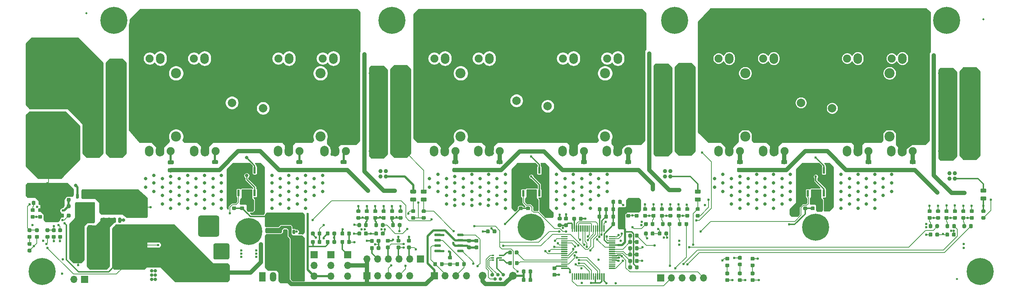
<source format=gbr>
G04 #@! TF.GenerationSoftware,KiCad,Pcbnew,(5.1.6-0-10_14)*
G04 #@! TF.CreationDate,2020-10-13T10:26:18-07:00*
G04 #@! TF.ProjectId,besc g2,62657363-2067-4322-9e6b-696361645f70,Init*
G04 #@! TF.SameCoordinates,Original*
G04 #@! TF.FileFunction,Copper,L1,Top*
G04 #@! TF.FilePolarity,Positive*
%FSLAX46Y46*%
G04 Gerber Fmt 4.6, Leading zero omitted, Abs format (unit mm)*
G04 Created by KiCad (PCBNEW (5.1.6-0-10_14)) date 2020-10-13 10:26:18*
%MOMM*%
%LPD*%
G01*
G04 APERTURE LIST*
G04 #@! TA.AperFunction,ComponentPad*
%ADD10C,2.000000*%
G04 #@! TD*
G04 #@! TA.AperFunction,ComponentPad*
%ADD11C,1.500000*%
G04 #@! TD*
G04 #@! TA.AperFunction,ComponentPad*
%ADD12O,8.000000X10.000000*%
G04 #@! TD*
G04 #@! TA.AperFunction,SMDPad,CuDef*
%ADD13C,0.500000*%
G04 #@! TD*
G04 #@! TA.AperFunction,ComponentPad*
%ADD14C,1.905000*%
G04 #@! TD*
G04 #@! TA.AperFunction,ComponentPad*
%ADD15O,2.000000X2.500000*%
G04 #@! TD*
G04 #@! TA.AperFunction,SMDPad,CuDef*
%ADD16R,0.500000X0.375000*%
G04 #@! TD*
G04 #@! TA.AperFunction,SMDPad,CuDef*
%ADD17R,0.650000X0.300000*%
G04 #@! TD*
G04 #@! TA.AperFunction,ComponentPad*
%ADD18C,1.850000*%
G04 #@! TD*
G04 #@! TA.AperFunction,ComponentPad*
%ADD19C,0.840000*%
G04 #@! TD*
G04 #@! TA.AperFunction,ComponentPad*
%ADD20O,1.700000X1.700000*%
G04 #@! TD*
G04 #@! TA.AperFunction,ComponentPad*
%ADD21R,1.700000X1.700000*%
G04 #@! TD*
G04 #@! TA.AperFunction,ComponentPad*
%ADD22C,3.800000*%
G04 #@! TD*
G04 #@! TA.AperFunction,ComponentPad*
%ADD23O,1.500000X2.300000*%
G04 #@! TD*
G04 #@! TA.AperFunction,ComponentPad*
%ADD24R,1.500000X2.300000*%
G04 #@! TD*
G04 #@! TA.AperFunction,ComponentPad*
%ADD25C,0.800000*%
G04 #@! TD*
G04 #@! TA.AperFunction,ComponentPad*
%ADD26C,6.400000*%
G04 #@! TD*
G04 #@! TA.AperFunction,ComponentPad*
%ADD27C,2.400000*%
G04 #@! TD*
G04 #@! TA.AperFunction,SMDPad,CuDef*
%ADD28R,0.600000X1.550000*%
G04 #@! TD*
G04 #@! TA.AperFunction,ViaPad*
%ADD29C,0.600000*%
G04 #@! TD*
G04 #@! TA.AperFunction,ViaPad*
%ADD30C,0.800000*%
G04 #@! TD*
G04 #@! TA.AperFunction,ViaPad*
%ADD31C,1.000000*%
G04 #@! TD*
G04 #@! TA.AperFunction,Conductor*
%ADD32C,0.300000*%
G04 #@! TD*
G04 #@! TA.AperFunction,Conductor*
%ADD33C,0.200000*%
G04 #@! TD*
G04 #@! TA.AperFunction,Conductor*
%ADD34C,0.250000*%
G04 #@! TD*
G04 #@! TA.AperFunction,Conductor*
%ADD35C,0.500000*%
G04 #@! TD*
G04 #@! TA.AperFunction,Conductor*
%ADD36C,1.000000*%
G04 #@! TD*
G04 #@! TA.AperFunction,Conductor*
%ADD37C,0.254000*%
G04 #@! TD*
G04 APERTURE END LIST*
D10*
X249800000Y-95400000D03*
X257300000Y-95400000D03*
X249800000Y-76900000D03*
X257300000Y-76900000D03*
X223686058Y-85202361D03*
X216300000Y-83900000D03*
X182300000Y-95400000D03*
X189800000Y-95400000D03*
X182300000Y-76900000D03*
X189800000Y-76900000D03*
X156186058Y-84702361D03*
X148800000Y-83400000D03*
X114800000Y-95400000D03*
X122300000Y-95400000D03*
X114800000Y-76900000D03*
X122300000Y-76900000D03*
X54800000Y-94900000D03*
X47300000Y-94900000D03*
X88686058Y-85202361D03*
X81300000Y-83900000D03*
X54800000Y-76400000D03*
X47300000Y-76400000D03*
D11*
X87300000Y-66150000D03*
X87650000Y-67400000D03*
X87300000Y-71650000D03*
X86050000Y-72400000D03*
X81800000Y-71650000D03*
X81450000Y-70400000D03*
X81800000Y-66150000D03*
X83050000Y-65400000D03*
X87650000Y-70400000D03*
X86050000Y-65400000D03*
X83050000Y-72400000D03*
X81450000Y-67400000D03*
X84550000Y-64900000D03*
X87800000Y-68900000D03*
X84550000Y-72900000D03*
X81300000Y-68900000D03*
D12*
X84550000Y-68900000D03*
D11*
X154800000Y-65650000D03*
X155150000Y-66900000D03*
X154800000Y-71150000D03*
X153550000Y-71900000D03*
X149300000Y-71150000D03*
X148950000Y-69900000D03*
X149300000Y-65650000D03*
X150550000Y-64900000D03*
X155150000Y-69900000D03*
X153550000Y-64900000D03*
X150550000Y-71900000D03*
X148950000Y-66900000D03*
X152050000Y-64400000D03*
X155300000Y-68400000D03*
X152050000Y-72400000D03*
X148800000Y-68400000D03*
D12*
X152050000Y-68400000D03*
D11*
X222300000Y-65650000D03*
X222650000Y-66900000D03*
X222300000Y-71150000D03*
X221050000Y-71900000D03*
X216800000Y-71150000D03*
X216450000Y-69900000D03*
X216800000Y-65650000D03*
X218050000Y-64900000D03*
X222650000Y-69900000D03*
X221050000Y-64900000D03*
X218050000Y-71900000D03*
X216450000Y-66900000D03*
X219550000Y-64400000D03*
X222800000Y-68400000D03*
X219550000Y-72400000D03*
X216300000Y-68400000D03*
D12*
X219550000Y-68400000D03*
D11*
X35050000Y-76150000D03*
X34700000Y-74900000D03*
X35050000Y-70650000D03*
X36300000Y-69900000D03*
X40550000Y-70650000D03*
X40900000Y-71900000D03*
X40550000Y-76150000D03*
X39300000Y-76900000D03*
X34700000Y-71900000D03*
X36300000Y-76900000D03*
X39300000Y-69900000D03*
X40900000Y-74900000D03*
X37800000Y-77400000D03*
X34550000Y-73400000D03*
X37800000Y-69400000D03*
X41050000Y-73400000D03*
D12*
X37800000Y-73400000D03*
D11*
X35050000Y-99150000D03*
X34700000Y-97900000D03*
X35050000Y-93650000D03*
X36300000Y-92900000D03*
X40550000Y-93650000D03*
X40900000Y-94900000D03*
X40550000Y-99150000D03*
X39300000Y-99900000D03*
X34700000Y-94900000D03*
X36300000Y-99900000D03*
X39300000Y-92900000D03*
X40900000Y-97900000D03*
X37800000Y-100400000D03*
X34550000Y-96400000D03*
X37800000Y-92400000D03*
X41050000Y-96400000D03*
D12*
X37800000Y-96400000D03*
G04 #@! TA.AperFunction,SMDPad,CuDef*
G36*
G01*
X47075000Y-121725000D02*
X47075000Y-119575000D01*
G75*
G02*
X47325000Y-119325000I250000J0D01*
G01*
X48075000Y-119325000D01*
G75*
G02*
X48325000Y-119575000I0J-250000D01*
G01*
X48325000Y-121725000D01*
G75*
G02*
X48075000Y-121975000I-250000J0D01*
G01*
X47325000Y-121975000D01*
G75*
G02*
X47075000Y-121725000I0J250000D01*
G01*
G37*
G04 #@! TD.AperFunction*
G04 #@! TA.AperFunction,SMDPad,CuDef*
G36*
G01*
X44275000Y-121725000D02*
X44275000Y-119575000D01*
G75*
G02*
X44525000Y-119325000I250000J0D01*
G01*
X45275000Y-119325000D01*
G75*
G02*
X45525000Y-119575000I0J-250000D01*
G01*
X45525000Y-121725000D01*
G75*
G02*
X45275000Y-121975000I-250000J0D01*
G01*
X44525000Y-121975000D01*
G75*
G02*
X44275000Y-121725000I0J250000D01*
G01*
G37*
G04 #@! TD.AperFunction*
G04 #@! TA.AperFunction,SMDPad,CuDef*
G36*
G01*
X47075000Y-115325000D02*
X47075000Y-113175000D01*
G75*
G02*
X47325000Y-112925000I250000J0D01*
G01*
X48075000Y-112925000D01*
G75*
G02*
X48325000Y-113175000I0J-250000D01*
G01*
X48325000Y-115325000D01*
G75*
G02*
X48075000Y-115575000I-250000J0D01*
G01*
X47325000Y-115575000D01*
G75*
G02*
X47075000Y-115325000I0J250000D01*
G01*
G37*
G04 #@! TD.AperFunction*
G04 #@! TA.AperFunction,SMDPad,CuDef*
G36*
G01*
X44275000Y-115325000D02*
X44275000Y-113175000D01*
G75*
G02*
X44525000Y-112925000I250000J0D01*
G01*
X45275000Y-112925000D01*
G75*
G02*
X45525000Y-113175000I0J-250000D01*
G01*
X45525000Y-115325000D01*
G75*
G02*
X45275000Y-115575000I-250000J0D01*
G01*
X44525000Y-115575000D01*
G75*
G02*
X44275000Y-115325000I0J250000D01*
G01*
G37*
G04 #@! TD.AperFunction*
G04 #@! TA.AperFunction,SMDPad,CuDef*
G36*
G01*
X47075000Y-118525000D02*
X47075000Y-116375000D01*
G75*
G02*
X47325000Y-116125000I250000J0D01*
G01*
X48075000Y-116125000D01*
G75*
G02*
X48325000Y-116375000I0J-250000D01*
G01*
X48325000Y-118525000D01*
G75*
G02*
X48075000Y-118775000I-250000J0D01*
G01*
X47325000Y-118775000D01*
G75*
G02*
X47075000Y-118525000I0J250000D01*
G01*
G37*
G04 #@! TD.AperFunction*
G04 #@! TA.AperFunction,SMDPad,CuDef*
G36*
G01*
X44275000Y-118525000D02*
X44275000Y-116375000D01*
G75*
G02*
X44525000Y-116125000I250000J0D01*
G01*
X45275000Y-116125000D01*
G75*
G02*
X45525000Y-116375000I0J-250000D01*
G01*
X45525000Y-118525000D01*
G75*
G02*
X45275000Y-118775000I-250000J0D01*
G01*
X44525000Y-118775000D01*
G75*
G02*
X44275000Y-118525000I0J250000D01*
G01*
G37*
G04 #@! TD.AperFunction*
D13*
X259550000Y-64150000D03*
X253300000Y-125650000D03*
X46800000Y-62650000D03*
G04 #@! TA.AperFunction,SMDPad,CuDef*
G36*
G01*
X42150000Y-108656250D02*
X42150000Y-108143750D01*
G75*
G02*
X42368750Y-107925000I218750J0D01*
G01*
X42806250Y-107925000D01*
G75*
G02*
X43025000Y-108143750I0J-218750D01*
G01*
X43025000Y-108656250D01*
G75*
G02*
X42806250Y-108875000I-218750J0D01*
G01*
X42368750Y-108875000D01*
G75*
G02*
X42150000Y-108656250I0J218750D01*
G01*
G37*
G04 #@! TD.AperFunction*
G04 #@! TA.AperFunction,SMDPad,CuDef*
G36*
G01*
X40575000Y-108656250D02*
X40575000Y-108143750D01*
G75*
G02*
X40793750Y-107925000I218750J0D01*
G01*
X41231250Y-107925000D01*
G75*
G02*
X41450000Y-108143750I0J-218750D01*
G01*
X41450000Y-108656250D01*
G75*
G02*
X41231250Y-108875000I-218750J0D01*
G01*
X40793750Y-108875000D01*
G75*
G02*
X40575000Y-108656250I0J218750D01*
G01*
G37*
G04 #@! TD.AperFunction*
G04 #@! TA.AperFunction,SMDPad,CuDef*
G36*
G01*
X73800000Y-110650000D02*
X77800000Y-110650000D01*
G75*
G02*
X78300000Y-111150000I0J-500000D01*
G01*
X78300000Y-115150000D01*
G75*
G02*
X77800000Y-115650000I-500000J0D01*
G01*
X73800000Y-115650000D01*
G75*
G02*
X73300000Y-115150000I0J500000D01*
G01*
X73300000Y-111150000D01*
G75*
G02*
X73800000Y-110650000I500000J0D01*
G01*
G37*
G04 #@! TD.AperFunction*
G04 #@! TA.AperFunction,SMDPad,CuDef*
G36*
G01*
X56800000Y-115150000D02*
X60800000Y-115150000D01*
G75*
G02*
X61300000Y-115650000I0J-500000D01*
G01*
X61300000Y-119650000D01*
G75*
G02*
X60800000Y-120150000I-500000J0D01*
G01*
X56800000Y-120150000D01*
G75*
G02*
X56300000Y-119650000I0J500000D01*
G01*
X56300000Y-115650000D01*
G75*
G02*
X56800000Y-115150000I500000J0D01*
G01*
G37*
G04 #@! TD.AperFunction*
G04 #@! TA.AperFunction,SMDPad,CuDef*
G36*
G01*
X56800000Y-106150000D02*
X60800000Y-106150000D01*
G75*
G02*
X61300000Y-106650000I0J-500000D01*
G01*
X61300000Y-110650000D01*
G75*
G02*
X60800000Y-111150000I-500000J0D01*
G01*
X56800000Y-111150000D01*
G75*
G02*
X56300000Y-110650000I0J500000D01*
G01*
X56300000Y-106650000D01*
G75*
G02*
X56800000Y-106150000I500000J0D01*
G01*
G37*
G04 #@! TD.AperFunction*
D14*
X175300000Y-95400000D03*
D15*
X172760000Y-95400000D03*
X170220000Y-95400000D03*
D14*
X201800000Y-95400000D03*
D15*
X199260000Y-95400000D03*
X196720000Y-95400000D03*
D14*
X237800000Y-73400000D03*
D15*
X240340000Y-73400000D03*
X242880000Y-73400000D03*
D14*
X134300000Y-95400000D03*
D15*
X131760000Y-95400000D03*
X129220000Y-95400000D03*
D14*
X170300000Y-73400000D03*
D15*
X172840000Y-73400000D03*
X175380000Y-73400000D03*
D14*
X97300000Y-95400000D03*
D15*
X94760000Y-95400000D03*
X92220000Y-95400000D03*
D14*
X61800000Y-73400000D03*
D15*
X64340000Y-73400000D03*
X66880000Y-73400000D03*
D14*
X212380000Y-95400000D03*
D15*
X209840000Y-95400000D03*
X207300000Y-95400000D03*
D14*
X227220000Y-73400000D03*
D15*
X229760000Y-73400000D03*
X232300000Y-73400000D03*
D14*
X144800000Y-95400000D03*
D15*
X142260000Y-95400000D03*
X139720000Y-95400000D03*
D14*
X159800000Y-73400000D03*
D15*
X162340000Y-73400000D03*
X164880000Y-73400000D03*
D14*
X108300000Y-95400000D03*
D15*
X105760000Y-95400000D03*
X103220000Y-95400000D03*
D14*
X72300000Y-73400000D03*
D15*
X74840000Y-73400000D03*
X77380000Y-73400000D03*
D14*
X232300000Y-95400000D03*
D15*
X229760000Y-95400000D03*
X227220000Y-95400000D03*
D14*
X207300000Y-73400000D03*
D15*
X209840000Y-73400000D03*
X212380000Y-73400000D03*
D14*
X164800000Y-95400000D03*
D15*
X162260000Y-95400000D03*
X159720000Y-95400000D03*
D14*
X139800000Y-73400000D03*
D15*
X142340000Y-73400000D03*
X144880000Y-73400000D03*
D14*
X66800000Y-95400000D03*
D15*
X64260000Y-95400000D03*
X61720000Y-95400000D03*
D14*
X92300000Y-73400000D03*
D15*
X94840000Y-73400000D03*
X97380000Y-73400000D03*
D14*
X242800000Y-95400000D03*
D15*
X240260000Y-95400000D03*
X237720000Y-95400000D03*
D14*
X196720000Y-73400000D03*
D15*
X199260000Y-73400000D03*
X201800000Y-73400000D03*
D14*
X129300000Y-73400000D03*
D15*
X131840000Y-73400000D03*
X134380000Y-73400000D03*
D14*
X77410000Y-95400000D03*
D15*
X74870000Y-95400000D03*
X72330000Y-95400000D03*
D14*
X102830000Y-73400000D03*
D15*
X105370000Y-73400000D03*
X107910000Y-73400000D03*
D16*
X143200000Y-121187500D03*
X143200000Y-120112500D03*
D17*
X144975000Y-120650000D03*
X143125000Y-120650000D03*
D16*
X144900000Y-120112500D03*
X144900000Y-121187500D03*
G04 #@! TA.AperFunction,SMDPad,CuDef*
G36*
G01*
X175556250Y-111125000D02*
X175043750Y-111125000D01*
G75*
G02*
X174825000Y-110906250I0J218750D01*
G01*
X174825000Y-110468750D01*
G75*
G02*
X175043750Y-110250000I218750J0D01*
G01*
X175556250Y-110250000D01*
G75*
G02*
X175775000Y-110468750I0J-218750D01*
G01*
X175775000Y-110906250D01*
G75*
G02*
X175556250Y-111125000I-218750J0D01*
G01*
G37*
G04 #@! TD.AperFunction*
G04 #@! TA.AperFunction,SMDPad,CuDef*
G36*
G01*
X175556250Y-109550000D02*
X175043750Y-109550000D01*
G75*
G02*
X174825000Y-109331250I0J218750D01*
G01*
X174825000Y-108893750D01*
G75*
G02*
X175043750Y-108675000I218750J0D01*
G01*
X175556250Y-108675000D01*
G75*
G02*
X175775000Y-108893750I0J-218750D01*
G01*
X175775000Y-109331250D01*
G75*
G02*
X175556250Y-109550000I-218750J0D01*
G01*
G37*
G04 #@! TD.AperFunction*
G04 #@! TA.AperFunction,SMDPad,CuDef*
G36*
G01*
X177043750Y-108675000D02*
X177556250Y-108675000D01*
G75*
G02*
X177775000Y-108893750I0J-218750D01*
G01*
X177775000Y-109331250D01*
G75*
G02*
X177556250Y-109550000I-218750J0D01*
G01*
X177043750Y-109550000D01*
G75*
G02*
X176825000Y-109331250I0J218750D01*
G01*
X176825000Y-108893750D01*
G75*
G02*
X177043750Y-108675000I218750J0D01*
G01*
G37*
G04 #@! TD.AperFunction*
G04 #@! TA.AperFunction,SMDPad,CuDef*
G36*
G01*
X177043750Y-110250000D02*
X177556250Y-110250000D01*
G75*
G02*
X177775000Y-110468750I0J-218750D01*
G01*
X177775000Y-110906250D01*
G75*
G02*
X177556250Y-111125000I-218750J0D01*
G01*
X177043750Y-111125000D01*
G75*
G02*
X176825000Y-110906250I0J218750D01*
G01*
X176825000Y-110468750D01*
G75*
G02*
X177043750Y-110250000I218750J0D01*
G01*
G37*
G04 #@! TD.AperFunction*
D18*
X147950000Y-124900000D03*
X140800000Y-124900000D03*
D19*
X145675000Y-124680000D03*
X145025000Y-125680000D03*
X144375000Y-124680000D03*
X143725000Y-125680000D03*
G04 #@! TA.AperFunction,ComponentPad*
G36*
G01*
X142655000Y-124890000D02*
X142655000Y-124470000D01*
G75*
G02*
X142865000Y-124260000I210000J0D01*
G01*
X143285000Y-124260000D01*
G75*
G02*
X143495000Y-124470000I0J-210000D01*
G01*
X143495000Y-124890000D01*
G75*
G02*
X143285000Y-125100000I-210000J0D01*
G01*
X142865000Y-125100000D01*
G75*
G02*
X142655000Y-124890000I0J210000D01*
G01*
G37*
G04 #@! TD.AperFunction*
G04 #@! TA.AperFunction,SMDPad,CuDef*
G36*
G01*
X94262500Y-112830000D02*
X93937500Y-112830000D01*
G75*
G02*
X93775000Y-112667500I0J162500D01*
G01*
X93775000Y-111932500D01*
G75*
G02*
X93937500Y-111770000I162500J0D01*
G01*
X94262500Y-111770000D01*
G75*
G02*
X94425000Y-111932500I0J-162500D01*
G01*
X94425000Y-112667500D01*
G75*
G02*
X94262500Y-112830000I-162500J0D01*
G01*
G37*
G04 #@! TD.AperFunction*
G04 #@! TA.AperFunction,SMDPad,CuDef*
G36*
G01*
X96162500Y-112830000D02*
X95837500Y-112830000D01*
G75*
G02*
X95675000Y-112667500I0J162500D01*
G01*
X95675000Y-111932500D01*
G75*
G02*
X95837500Y-111770000I162500J0D01*
G01*
X96162500Y-111770000D01*
G75*
G02*
X96325000Y-111932500I0J-162500D01*
G01*
X96325000Y-112667500D01*
G75*
G02*
X96162500Y-112830000I-162500J0D01*
G01*
G37*
G04 #@! TD.AperFunction*
G04 #@! TA.AperFunction,SMDPad,CuDef*
G36*
G01*
X96162500Y-115030000D02*
X95837500Y-115030000D01*
G75*
G02*
X95675000Y-114867500I0J162500D01*
G01*
X95675000Y-114132500D01*
G75*
G02*
X95837500Y-113970000I162500J0D01*
G01*
X96162500Y-113970000D01*
G75*
G02*
X96325000Y-114132500I0J-162500D01*
G01*
X96325000Y-114867500D01*
G75*
G02*
X96162500Y-115030000I-162500J0D01*
G01*
G37*
G04 #@! TD.AperFunction*
G04 #@! TA.AperFunction,SMDPad,CuDef*
G36*
G01*
X95212500Y-115030000D02*
X94887500Y-115030000D01*
G75*
G02*
X94725000Y-114867500I0J162500D01*
G01*
X94725000Y-114132500D01*
G75*
G02*
X94887500Y-113970000I162500J0D01*
G01*
X95212500Y-113970000D01*
G75*
G02*
X95375000Y-114132500I0J-162500D01*
G01*
X95375000Y-114867500D01*
G75*
G02*
X95212500Y-115030000I-162500J0D01*
G01*
G37*
G04 #@! TD.AperFunction*
G04 #@! TA.AperFunction,SMDPad,CuDef*
G36*
G01*
X94262500Y-115030000D02*
X93937500Y-115030000D01*
G75*
G02*
X93775000Y-114867500I0J162500D01*
G01*
X93775000Y-114132500D01*
G75*
G02*
X93937500Y-113970000I162500J0D01*
G01*
X94262500Y-113970000D01*
G75*
G02*
X94425000Y-114132500I0J-162500D01*
G01*
X94425000Y-114867500D01*
G75*
G02*
X94262500Y-115030000I-162500J0D01*
G01*
G37*
G04 #@! TD.AperFunction*
D20*
X100800000Y-124980000D03*
X100800000Y-122440000D03*
D21*
X100800000Y-119900000D03*
G04 #@! TA.AperFunction,SMDPad,CuDef*
G36*
G01*
X127256250Y-105450000D02*
X126343750Y-105450000D01*
G75*
G02*
X126100000Y-105206250I0J243750D01*
G01*
X126100000Y-104718750D01*
G75*
G02*
X126343750Y-104475000I243750J0D01*
G01*
X127256250Y-104475000D01*
G75*
G02*
X127500000Y-104718750I0J-243750D01*
G01*
X127500000Y-105206250D01*
G75*
G02*
X127256250Y-105450000I-243750J0D01*
G01*
G37*
G04 #@! TD.AperFunction*
G04 #@! TA.AperFunction,SMDPad,CuDef*
G36*
G01*
X127256250Y-107325000D02*
X126343750Y-107325000D01*
G75*
G02*
X126100000Y-107081250I0J243750D01*
G01*
X126100000Y-106593750D01*
G75*
G02*
X126343750Y-106350000I243750J0D01*
G01*
X127256250Y-106350000D01*
G75*
G02*
X127500000Y-106593750I0J-243750D01*
G01*
X127500000Y-107081250D01*
G75*
G02*
X127256250Y-107325000I-243750J0D01*
G01*
G37*
G04 #@! TD.AperFunction*
D22*
X78800000Y-124150000D03*
G04 #@! TA.AperFunction,ComponentPad*
G36*
G01*
X77280000Y-117250000D02*
X80320000Y-117250000D01*
G75*
G02*
X80700000Y-117630000I0J-380000D01*
G01*
X80700000Y-120670000D01*
G75*
G02*
X80320000Y-121050000I-380000J0D01*
G01*
X77280000Y-121050000D01*
G75*
G02*
X76900000Y-120670000I0J380000D01*
G01*
X76900000Y-117630000D01*
G75*
G02*
X77280000Y-117250000I380000J0D01*
G01*
G37*
G04 #@! TD.AperFunction*
D23*
X93630000Y-125150000D03*
X91090000Y-125150000D03*
D24*
X88550000Y-125150000D03*
G04 #@! TA.AperFunction,SMDPad,CuDef*
G36*
G01*
X51525000Y-121775000D02*
X51525000Y-123025000D01*
G75*
G02*
X51275000Y-123275000I-250000J0D01*
G01*
X50525000Y-123275000D01*
G75*
G02*
X50275000Y-123025000I0J250000D01*
G01*
X50275000Y-121775000D01*
G75*
G02*
X50525000Y-121525000I250000J0D01*
G01*
X51275000Y-121525000D01*
G75*
G02*
X51525000Y-121775000I0J-250000D01*
G01*
G37*
G04 #@! TD.AperFunction*
G04 #@! TA.AperFunction,SMDPad,CuDef*
G36*
G01*
X54325000Y-121775000D02*
X54325000Y-123025000D01*
G75*
G02*
X54075000Y-123275000I-250000J0D01*
G01*
X53325000Y-123275000D01*
G75*
G02*
X53075000Y-123025000I0J250000D01*
G01*
X53075000Y-121775000D01*
G75*
G02*
X53325000Y-121525000I250000J0D01*
G01*
X54075000Y-121525000D01*
G75*
G02*
X54325000Y-121775000I0J-250000D01*
G01*
G37*
G04 #@! TD.AperFunction*
G04 #@! TA.AperFunction,SMDPad,CuDef*
G36*
G01*
X51525000Y-119025000D02*
X51525000Y-120275000D01*
G75*
G02*
X51275000Y-120525000I-250000J0D01*
G01*
X50525000Y-120525000D01*
G75*
G02*
X50275000Y-120275000I0J250000D01*
G01*
X50275000Y-119025000D01*
G75*
G02*
X50525000Y-118775000I250000J0D01*
G01*
X51275000Y-118775000D01*
G75*
G02*
X51525000Y-119025000I0J-250000D01*
G01*
G37*
G04 #@! TD.AperFunction*
G04 #@! TA.AperFunction,SMDPad,CuDef*
G36*
G01*
X54325000Y-119025000D02*
X54325000Y-120275000D01*
G75*
G02*
X54075000Y-120525000I-250000J0D01*
G01*
X53325000Y-120525000D01*
G75*
G02*
X53075000Y-120275000I0J250000D01*
G01*
X53075000Y-119025000D01*
G75*
G02*
X53325000Y-118775000I250000J0D01*
G01*
X54075000Y-118775000D01*
G75*
G02*
X54325000Y-119025000I0J-250000D01*
G01*
G37*
G04 #@! TD.AperFunction*
G04 #@! TA.AperFunction,SMDPad,CuDef*
G36*
G01*
X51525000Y-116275000D02*
X51525000Y-117525000D01*
G75*
G02*
X51275000Y-117775000I-250000J0D01*
G01*
X50525000Y-117775000D01*
G75*
G02*
X50275000Y-117525000I0J250000D01*
G01*
X50275000Y-116275000D01*
G75*
G02*
X50525000Y-116025000I250000J0D01*
G01*
X51275000Y-116025000D01*
G75*
G02*
X51525000Y-116275000I0J-250000D01*
G01*
G37*
G04 #@! TD.AperFunction*
G04 #@! TA.AperFunction,SMDPad,CuDef*
G36*
G01*
X54325000Y-116275000D02*
X54325000Y-117525000D01*
G75*
G02*
X54075000Y-117775000I-250000J0D01*
G01*
X53325000Y-117775000D01*
G75*
G02*
X53075000Y-117525000I0J250000D01*
G01*
X53075000Y-116275000D01*
G75*
G02*
X53325000Y-116025000I250000J0D01*
G01*
X54075000Y-116025000D01*
G75*
G02*
X54325000Y-116275000I0J-250000D01*
G01*
G37*
G04 #@! TD.AperFunction*
G04 #@! TA.AperFunction,SMDPad,CuDef*
G36*
G01*
X51525000Y-113525000D02*
X51525000Y-114775000D01*
G75*
G02*
X51275000Y-115025000I-250000J0D01*
G01*
X50525000Y-115025000D01*
G75*
G02*
X50275000Y-114775000I0J250000D01*
G01*
X50275000Y-113525000D01*
G75*
G02*
X50525000Y-113275000I250000J0D01*
G01*
X51275000Y-113275000D01*
G75*
G02*
X51525000Y-113525000I0J-250000D01*
G01*
G37*
G04 #@! TD.AperFunction*
G04 #@! TA.AperFunction,SMDPad,CuDef*
G36*
G01*
X54325000Y-113525000D02*
X54325000Y-114775000D01*
G75*
G02*
X54075000Y-115025000I-250000J0D01*
G01*
X53325000Y-115025000D01*
G75*
G02*
X53075000Y-114775000I0J250000D01*
G01*
X53075000Y-113525000D01*
G75*
G02*
X53325000Y-113275000I250000J0D01*
G01*
X54075000Y-113275000D01*
G75*
G02*
X54325000Y-113525000I0J-250000D01*
G01*
G37*
G04 #@! TD.AperFunction*
G04 #@! TA.AperFunction,SMDPad,CuDef*
G36*
G01*
X48800000Y-107626600D02*
X48800000Y-111573400D01*
G75*
G02*
X48628400Y-111745000I-171600J0D01*
G01*
X44471600Y-111745000D01*
G75*
G02*
X44300000Y-111573400I0J171600D01*
G01*
X44300000Y-107626600D01*
G75*
G02*
X44471600Y-107455000I171600J0D01*
G01*
X48628400Y-107455000D01*
G75*
G02*
X48800000Y-107626600I0J-171600D01*
G01*
G37*
G04 #@! TD.AperFunction*
G04 #@! TA.AperFunction,SMDPad,CuDef*
G36*
G01*
X48810000Y-111625000D02*
X48810000Y-112075000D01*
G75*
G02*
X48635000Y-112250000I-175000J0D01*
G01*
X48285000Y-112250000D01*
G75*
G02*
X48110000Y-112075000I0J175000D01*
G01*
X48110000Y-111625000D01*
G75*
G02*
X48285000Y-111450000I175000J0D01*
G01*
X48635000Y-111450000D01*
G75*
G02*
X48810000Y-111625000I0J-175000D01*
G01*
G37*
G04 #@! TD.AperFunction*
G04 #@! TA.AperFunction,SMDPad,CuDef*
G36*
G01*
X47540000Y-111625000D02*
X47540000Y-112075000D01*
G75*
G02*
X47365000Y-112250000I-175000J0D01*
G01*
X47015000Y-112250000D01*
G75*
G02*
X46840000Y-112075000I0J175000D01*
G01*
X46840000Y-111625000D01*
G75*
G02*
X47015000Y-111450000I175000J0D01*
G01*
X47365000Y-111450000D01*
G75*
G02*
X47540000Y-111625000I0J-175000D01*
G01*
G37*
G04 #@! TD.AperFunction*
G04 #@! TA.AperFunction,SMDPad,CuDef*
G36*
G01*
X46260000Y-111625000D02*
X46260000Y-112075000D01*
G75*
G02*
X46085000Y-112250000I-175000J0D01*
G01*
X45735000Y-112250000D01*
G75*
G02*
X45560000Y-112075000I0J175000D01*
G01*
X45560000Y-111625000D01*
G75*
G02*
X45735000Y-111450000I175000J0D01*
G01*
X46085000Y-111450000D01*
G75*
G02*
X46260000Y-111625000I0J-175000D01*
G01*
G37*
G04 #@! TD.AperFunction*
G04 #@! TA.AperFunction,SMDPad,CuDef*
G36*
G01*
X44990000Y-111625000D02*
X44990000Y-112075000D01*
G75*
G02*
X44815000Y-112250000I-175000J0D01*
G01*
X44465000Y-112250000D01*
G75*
G02*
X44290000Y-112075000I0J175000D01*
G01*
X44290000Y-111625000D01*
G75*
G02*
X44465000Y-111450000I175000J0D01*
G01*
X44815000Y-111450000D01*
G75*
G02*
X44990000Y-111625000I0J-175000D01*
G01*
G37*
G04 #@! TD.AperFunction*
G04 #@! TA.AperFunction,SMDPad,CuDef*
G36*
G01*
X44990000Y-105625000D02*
X44990000Y-106475000D01*
G75*
G02*
X44815000Y-106650000I-175000J0D01*
G01*
X44465000Y-106650000D01*
G75*
G02*
X44290000Y-106475000I0J175000D01*
G01*
X44290000Y-105625000D01*
G75*
G02*
X44465000Y-105450000I175000J0D01*
G01*
X44815000Y-105450000D01*
G75*
G02*
X44990000Y-105625000I0J-175000D01*
G01*
G37*
G04 #@! TD.AperFunction*
G04 #@! TA.AperFunction,SMDPad,CuDef*
G36*
G01*
X46260000Y-105625000D02*
X46260000Y-106475000D01*
G75*
G02*
X46085000Y-106650000I-175000J0D01*
G01*
X45735000Y-106650000D01*
G75*
G02*
X45560000Y-106475000I0J175000D01*
G01*
X45560000Y-105625000D01*
G75*
G02*
X45735000Y-105450000I175000J0D01*
G01*
X46085000Y-105450000D01*
G75*
G02*
X46260000Y-105625000I0J-175000D01*
G01*
G37*
G04 #@! TD.AperFunction*
G04 #@! TA.AperFunction,SMDPad,CuDef*
G36*
G01*
X47540000Y-105625000D02*
X47540000Y-106475000D01*
G75*
G02*
X47365000Y-106650000I-175000J0D01*
G01*
X47015000Y-106650000D01*
G75*
G02*
X46840000Y-106475000I0J175000D01*
G01*
X46840000Y-105625000D01*
G75*
G02*
X47015000Y-105450000I175000J0D01*
G01*
X47365000Y-105450000D01*
G75*
G02*
X47540000Y-105625000I0J-175000D01*
G01*
G37*
G04 #@! TD.AperFunction*
G04 #@! TA.AperFunction,SMDPad,CuDef*
G36*
G01*
X48810000Y-105625000D02*
X48810000Y-106475000D01*
G75*
G02*
X48635000Y-106650000I-175000J0D01*
G01*
X48285000Y-106650000D01*
G75*
G02*
X48110000Y-106475000I0J175000D01*
G01*
X48110000Y-105625000D01*
G75*
G02*
X48285000Y-105450000I175000J0D01*
G01*
X48635000Y-105450000D01*
G75*
G02*
X48810000Y-105625000I0J-175000D01*
G01*
G37*
G04 #@! TD.AperFunction*
G04 #@! TA.AperFunction,SMDPad,CuDef*
G36*
G01*
X50550000Y-110173400D02*
X50550000Y-106226600D01*
G75*
G02*
X50721600Y-106055000I171600J0D01*
G01*
X54878400Y-106055000D01*
G75*
G02*
X55050000Y-106226600I0J-171600D01*
G01*
X55050000Y-110173400D01*
G75*
G02*
X54878400Y-110345000I-171600J0D01*
G01*
X50721600Y-110345000D01*
G75*
G02*
X50550000Y-110173400I0J171600D01*
G01*
G37*
G04 #@! TD.AperFunction*
G04 #@! TA.AperFunction,SMDPad,CuDef*
G36*
G01*
X50540000Y-106175000D02*
X50540000Y-105725000D01*
G75*
G02*
X50715000Y-105550000I175000J0D01*
G01*
X51065000Y-105550000D01*
G75*
G02*
X51240000Y-105725000I0J-175000D01*
G01*
X51240000Y-106175000D01*
G75*
G02*
X51065000Y-106350000I-175000J0D01*
G01*
X50715000Y-106350000D01*
G75*
G02*
X50540000Y-106175000I0J175000D01*
G01*
G37*
G04 #@! TD.AperFunction*
G04 #@! TA.AperFunction,SMDPad,CuDef*
G36*
G01*
X51810000Y-106175000D02*
X51810000Y-105725000D01*
G75*
G02*
X51985000Y-105550000I175000J0D01*
G01*
X52335000Y-105550000D01*
G75*
G02*
X52510000Y-105725000I0J-175000D01*
G01*
X52510000Y-106175000D01*
G75*
G02*
X52335000Y-106350000I-175000J0D01*
G01*
X51985000Y-106350000D01*
G75*
G02*
X51810000Y-106175000I0J175000D01*
G01*
G37*
G04 #@! TD.AperFunction*
G04 #@! TA.AperFunction,SMDPad,CuDef*
G36*
G01*
X53090000Y-106175000D02*
X53090000Y-105725000D01*
G75*
G02*
X53265000Y-105550000I175000J0D01*
G01*
X53615000Y-105550000D01*
G75*
G02*
X53790000Y-105725000I0J-175000D01*
G01*
X53790000Y-106175000D01*
G75*
G02*
X53615000Y-106350000I-175000J0D01*
G01*
X53265000Y-106350000D01*
G75*
G02*
X53090000Y-106175000I0J175000D01*
G01*
G37*
G04 #@! TD.AperFunction*
G04 #@! TA.AperFunction,SMDPad,CuDef*
G36*
G01*
X54360000Y-106175000D02*
X54360000Y-105725000D01*
G75*
G02*
X54535000Y-105550000I175000J0D01*
G01*
X54885000Y-105550000D01*
G75*
G02*
X55060000Y-105725000I0J-175000D01*
G01*
X55060000Y-106175000D01*
G75*
G02*
X54885000Y-106350000I-175000J0D01*
G01*
X54535000Y-106350000D01*
G75*
G02*
X54360000Y-106175000I0J175000D01*
G01*
G37*
G04 #@! TD.AperFunction*
G04 #@! TA.AperFunction,SMDPad,CuDef*
G36*
G01*
X54360000Y-112175000D02*
X54360000Y-111325000D01*
G75*
G02*
X54535000Y-111150000I175000J0D01*
G01*
X54885000Y-111150000D01*
G75*
G02*
X55060000Y-111325000I0J-175000D01*
G01*
X55060000Y-112175000D01*
G75*
G02*
X54885000Y-112350000I-175000J0D01*
G01*
X54535000Y-112350000D01*
G75*
G02*
X54360000Y-112175000I0J175000D01*
G01*
G37*
G04 #@! TD.AperFunction*
G04 #@! TA.AperFunction,SMDPad,CuDef*
G36*
G01*
X53090000Y-112175000D02*
X53090000Y-111325000D01*
G75*
G02*
X53265000Y-111150000I175000J0D01*
G01*
X53615000Y-111150000D01*
G75*
G02*
X53790000Y-111325000I0J-175000D01*
G01*
X53790000Y-112175000D01*
G75*
G02*
X53615000Y-112350000I-175000J0D01*
G01*
X53265000Y-112350000D01*
G75*
G02*
X53090000Y-112175000I0J175000D01*
G01*
G37*
G04 #@! TD.AperFunction*
G04 #@! TA.AperFunction,SMDPad,CuDef*
G36*
G01*
X51810000Y-112175000D02*
X51810000Y-111325000D01*
G75*
G02*
X51985000Y-111150000I175000J0D01*
G01*
X52335000Y-111150000D01*
G75*
G02*
X52510000Y-111325000I0J-175000D01*
G01*
X52510000Y-112175000D01*
G75*
G02*
X52335000Y-112350000I-175000J0D01*
G01*
X51985000Y-112350000D01*
G75*
G02*
X51810000Y-112175000I0J175000D01*
G01*
G37*
G04 #@! TD.AperFunction*
G04 #@! TA.AperFunction,SMDPad,CuDef*
G36*
G01*
X50540000Y-112175000D02*
X50540000Y-111325000D01*
G75*
G02*
X50715000Y-111150000I175000J0D01*
G01*
X51065000Y-111150000D01*
G75*
G02*
X51240000Y-111325000I0J-175000D01*
G01*
X51240000Y-112175000D01*
G75*
G02*
X51065000Y-112350000I-175000J0D01*
G01*
X50715000Y-112350000D01*
G75*
G02*
X50540000Y-112175000I0J175000D01*
G01*
G37*
G04 #@! TD.AperFunction*
G04 #@! TA.AperFunction,SMDPad,CuDef*
G36*
G01*
X34306250Y-109800000D02*
X33793750Y-109800000D01*
G75*
G02*
X33575000Y-109581250I0J218750D01*
G01*
X33575000Y-109143750D01*
G75*
G02*
X33793750Y-108925000I218750J0D01*
G01*
X34306250Y-108925000D01*
G75*
G02*
X34525000Y-109143750I0J-218750D01*
G01*
X34525000Y-109581250D01*
G75*
G02*
X34306250Y-109800000I-218750J0D01*
G01*
G37*
G04 #@! TD.AperFunction*
G04 #@! TA.AperFunction,SMDPad,CuDef*
G36*
G01*
X34306250Y-111375000D02*
X33793750Y-111375000D01*
G75*
G02*
X33575000Y-111156250I0J218750D01*
G01*
X33575000Y-110718750D01*
G75*
G02*
X33793750Y-110500000I218750J0D01*
G01*
X34306250Y-110500000D01*
G75*
G02*
X34525000Y-110718750I0J-218750D01*
G01*
X34525000Y-111156250D01*
G75*
G02*
X34306250Y-111375000I-218750J0D01*
G01*
G37*
G04 #@! TD.AperFunction*
G04 #@! TA.AperFunction,SMDPad,CuDef*
G36*
G01*
X42150000Y-110906250D02*
X42150000Y-110393750D01*
G75*
G02*
X42368750Y-110175000I218750J0D01*
G01*
X42806250Y-110175000D01*
G75*
G02*
X43025000Y-110393750I0J-218750D01*
G01*
X43025000Y-110906250D01*
G75*
G02*
X42806250Y-111125000I-218750J0D01*
G01*
X42368750Y-111125000D01*
G75*
G02*
X42150000Y-110906250I0J218750D01*
G01*
G37*
G04 #@! TD.AperFunction*
G04 #@! TA.AperFunction,SMDPad,CuDef*
G36*
G01*
X40575000Y-110906250D02*
X40575000Y-110393750D01*
G75*
G02*
X40793750Y-110175000I218750J0D01*
G01*
X41231250Y-110175000D01*
G75*
G02*
X41450000Y-110393750I0J-218750D01*
G01*
X41450000Y-110906250D01*
G75*
G02*
X41231250Y-111125000I-218750J0D01*
G01*
X40793750Y-111125000D01*
G75*
G02*
X40575000Y-110906250I0J218750D01*
G01*
G37*
G04 #@! TD.AperFunction*
G04 #@! TA.AperFunction,SMDPad,CuDef*
G36*
G01*
X35306250Y-114550000D02*
X34793750Y-114550000D01*
G75*
G02*
X34575000Y-114331250I0J218750D01*
G01*
X34575000Y-113893750D01*
G75*
G02*
X34793750Y-113675000I218750J0D01*
G01*
X35306250Y-113675000D01*
G75*
G02*
X35525000Y-113893750I0J-218750D01*
G01*
X35525000Y-114331250D01*
G75*
G02*
X35306250Y-114550000I-218750J0D01*
G01*
G37*
G04 #@! TD.AperFunction*
G04 #@! TA.AperFunction,SMDPad,CuDef*
G36*
G01*
X35306250Y-116125000D02*
X34793750Y-116125000D01*
G75*
G02*
X34575000Y-115906250I0J218750D01*
G01*
X34575000Y-115468750D01*
G75*
G02*
X34793750Y-115250000I218750J0D01*
G01*
X35306250Y-115250000D01*
G75*
G02*
X35525000Y-115468750I0J-218750D01*
G01*
X35525000Y-115906250D01*
G75*
G02*
X35306250Y-116125000I-218750J0D01*
G01*
G37*
G04 #@! TD.AperFunction*
G04 #@! TA.AperFunction,SMDPad,CuDef*
G36*
G01*
X38793750Y-115250000D02*
X39306250Y-115250000D01*
G75*
G02*
X39525000Y-115468750I0J-218750D01*
G01*
X39525000Y-115906250D01*
G75*
G02*
X39306250Y-116125000I-218750J0D01*
G01*
X38793750Y-116125000D01*
G75*
G02*
X38575000Y-115906250I0J218750D01*
G01*
X38575000Y-115468750D01*
G75*
G02*
X38793750Y-115250000I218750J0D01*
G01*
G37*
G04 #@! TD.AperFunction*
G04 #@! TA.AperFunction,SMDPad,CuDef*
G36*
G01*
X38793750Y-113675000D02*
X39306250Y-113675000D01*
G75*
G02*
X39525000Y-113893750I0J-218750D01*
G01*
X39525000Y-114331250D01*
G75*
G02*
X39306250Y-114550000I-218750J0D01*
G01*
X38793750Y-114550000D01*
G75*
G02*
X38575000Y-114331250I0J218750D01*
G01*
X38575000Y-113893750D01*
G75*
G02*
X38793750Y-113675000I218750J0D01*
G01*
G37*
G04 #@! TD.AperFunction*
G04 #@! TA.AperFunction,SMDPad,CuDef*
G36*
G01*
X37806250Y-114550000D02*
X37293750Y-114550000D01*
G75*
G02*
X37075000Y-114331250I0J218750D01*
G01*
X37075000Y-113893750D01*
G75*
G02*
X37293750Y-113675000I218750J0D01*
G01*
X37806250Y-113675000D01*
G75*
G02*
X38025000Y-113893750I0J-218750D01*
G01*
X38025000Y-114331250D01*
G75*
G02*
X37806250Y-114550000I-218750J0D01*
G01*
G37*
G04 #@! TD.AperFunction*
G04 #@! TA.AperFunction,SMDPad,CuDef*
G36*
G01*
X37806250Y-116125000D02*
X37293750Y-116125000D01*
G75*
G02*
X37075000Y-115906250I0J218750D01*
G01*
X37075000Y-115468750D01*
G75*
G02*
X37293750Y-115250000I218750J0D01*
G01*
X37806250Y-115250000D01*
G75*
G02*
X38025000Y-115468750I0J-218750D01*
G01*
X38025000Y-115906250D01*
G75*
G02*
X37806250Y-116125000I-218750J0D01*
G01*
G37*
G04 #@! TD.AperFunction*
G04 #@! TA.AperFunction,SMDPad,CuDef*
G36*
G01*
X33556250Y-117800000D02*
X33043750Y-117800000D01*
G75*
G02*
X32825000Y-117581250I0J218750D01*
G01*
X32825000Y-117143750D01*
G75*
G02*
X33043750Y-116925000I218750J0D01*
G01*
X33556250Y-116925000D01*
G75*
G02*
X33775000Y-117143750I0J-218750D01*
G01*
X33775000Y-117581250D01*
G75*
G02*
X33556250Y-117800000I-218750J0D01*
G01*
G37*
G04 #@! TD.AperFunction*
G04 #@! TA.AperFunction,SMDPad,CuDef*
G36*
G01*
X33556250Y-119375000D02*
X33043750Y-119375000D01*
G75*
G02*
X32825000Y-119156250I0J218750D01*
G01*
X32825000Y-118718750D01*
G75*
G02*
X33043750Y-118500000I218750J0D01*
G01*
X33556250Y-118500000D01*
G75*
G02*
X33775000Y-118718750I0J-218750D01*
G01*
X33775000Y-119156250D01*
G75*
G02*
X33556250Y-119375000I-218750J0D01*
G01*
G37*
G04 #@! TD.AperFunction*
G04 #@! TA.AperFunction,SMDPad,CuDef*
G36*
G01*
X33043750Y-115250000D02*
X33556250Y-115250000D01*
G75*
G02*
X33775000Y-115468750I0J-218750D01*
G01*
X33775000Y-115906250D01*
G75*
G02*
X33556250Y-116125000I-218750J0D01*
G01*
X33043750Y-116125000D01*
G75*
G02*
X32825000Y-115906250I0J218750D01*
G01*
X32825000Y-115468750D01*
G75*
G02*
X33043750Y-115250000I218750J0D01*
G01*
G37*
G04 #@! TD.AperFunction*
G04 #@! TA.AperFunction,SMDPad,CuDef*
G36*
G01*
X33043750Y-113675000D02*
X33556250Y-113675000D01*
G75*
G02*
X33775000Y-113893750I0J-218750D01*
G01*
X33775000Y-114331250D01*
G75*
G02*
X33556250Y-114550000I-218750J0D01*
G01*
X33043750Y-114550000D01*
G75*
G02*
X32825000Y-114331250I0J218750D01*
G01*
X32825000Y-113893750D01*
G75*
G02*
X33043750Y-113675000I218750J0D01*
G01*
G37*
G04 #@! TD.AperFunction*
G04 #@! TA.AperFunction,SMDPad,CuDef*
G36*
G01*
X35400000Y-107906250D02*
X35400000Y-107393750D01*
G75*
G02*
X35618750Y-107175000I218750J0D01*
G01*
X36056250Y-107175000D01*
G75*
G02*
X36275000Y-107393750I0J-218750D01*
G01*
X36275000Y-107906250D01*
G75*
G02*
X36056250Y-108125000I-218750J0D01*
G01*
X35618750Y-108125000D01*
G75*
G02*
X35400000Y-107906250I0J218750D01*
G01*
G37*
G04 #@! TD.AperFunction*
G04 #@! TA.AperFunction,SMDPad,CuDef*
G36*
G01*
X33825000Y-107906250D02*
X33825000Y-107393750D01*
G75*
G02*
X34043750Y-107175000I218750J0D01*
G01*
X34481250Y-107175000D01*
G75*
G02*
X34700000Y-107393750I0J-218750D01*
G01*
X34700000Y-107906250D01*
G75*
G02*
X34481250Y-108125000I-218750J0D01*
G01*
X34043750Y-108125000D01*
G75*
G02*
X33825000Y-107906250I0J218750D01*
G01*
G37*
G04 #@! TD.AperFunction*
G04 #@! TA.AperFunction,SMDPad,CuDef*
G36*
G01*
X36056250Y-109800000D02*
X35543750Y-109800000D01*
G75*
G02*
X35325000Y-109581250I0J218750D01*
G01*
X35325000Y-109143750D01*
G75*
G02*
X35543750Y-108925000I218750J0D01*
G01*
X36056250Y-108925000D01*
G75*
G02*
X36275000Y-109143750I0J-218750D01*
G01*
X36275000Y-109581250D01*
G75*
G02*
X36056250Y-109800000I-218750J0D01*
G01*
G37*
G04 #@! TD.AperFunction*
G04 #@! TA.AperFunction,SMDPad,CuDef*
G36*
G01*
X36056250Y-111375000D02*
X35543750Y-111375000D01*
G75*
G02*
X35325000Y-111156250I0J218750D01*
G01*
X35325000Y-110718750D01*
G75*
G02*
X35543750Y-110500000I218750J0D01*
G01*
X36056250Y-110500000D01*
G75*
G02*
X36275000Y-110718750I0J-218750D01*
G01*
X36275000Y-111156250D01*
G75*
G02*
X36056250Y-111375000I-218750J0D01*
G01*
G37*
G04 #@! TD.AperFunction*
G04 #@! TA.AperFunction,SMDPad,CuDef*
G36*
G01*
X42150000Y-107156250D02*
X42150000Y-106643750D01*
G75*
G02*
X42368750Y-106425000I218750J0D01*
G01*
X42806250Y-106425000D01*
G75*
G02*
X43025000Y-106643750I0J-218750D01*
G01*
X43025000Y-107156250D01*
G75*
G02*
X42806250Y-107375000I-218750J0D01*
G01*
X42368750Y-107375000D01*
G75*
G02*
X42150000Y-107156250I0J218750D01*
G01*
G37*
G04 #@! TD.AperFunction*
G04 #@! TA.AperFunction,SMDPad,CuDef*
G36*
G01*
X40575000Y-107156250D02*
X40575000Y-106643750D01*
G75*
G02*
X40793750Y-106425000I218750J0D01*
G01*
X41231250Y-106425000D01*
G75*
G02*
X41450000Y-106643750I0J-218750D01*
G01*
X41450000Y-107156250D01*
G75*
G02*
X41231250Y-107375000I-218750J0D01*
G01*
X40793750Y-107375000D01*
G75*
G02*
X40575000Y-107156250I0J218750D01*
G01*
G37*
G04 #@! TD.AperFunction*
G04 #@! TA.AperFunction,SMDPad,CuDef*
G36*
G01*
X40293750Y-115250000D02*
X40806250Y-115250000D01*
G75*
G02*
X41025000Y-115468750I0J-218750D01*
G01*
X41025000Y-115906250D01*
G75*
G02*
X40806250Y-116125000I-218750J0D01*
G01*
X40293750Y-116125000D01*
G75*
G02*
X40075000Y-115906250I0J218750D01*
G01*
X40075000Y-115468750D01*
G75*
G02*
X40293750Y-115250000I218750J0D01*
G01*
G37*
G04 #@! TD.AperFunction*
G04 #@! TA.AperFunction,SMDPad,CuDef*
G36*
G01*
X40293750Y-113675000D02*
X40806250Y-113675000D01*
G75*
G02*
X41025000Y-113893750I0J-218750D01*
G01*
X41025000Y-114331250D01*
G75*
G02*
X40806250Y-114550000I-218750J0D01*
G01*
X40293750Y-114550000D01*
G75*
G02*
X40075000Y-114331250I0J218750D01*
G01*
X40075000Y-113893750D01*
G75*
G02*
X40293750Y-113675000I218750J0D01*
G01*
G37*
G04 #@! TD.AperFunction*
D20*
X43800000Y-125775000D03*
D21*
X46340000Y-125775000D03*
G04 #@! TA.AperFunction,SMDPad,CuDef*
G36*
G01*
X260006250Y-105200000D02*
X259093750Y-105200000D01*
G75*
G02*
X258850000Y-104956250I0J243750D01*
G01*
X258850000Y-104468750D01*
G75*
G02*
X259093750Y-104225000I243750J0D01*
G01*
X260006250Y-104225000D01*
G75*
G02*
X260250000Y-104468750I0J-243750D01*
G01*
X260250000Y-104956250D01*
G75*
G02*
X260006250Y-105200000I-243750J0D01*
G01*
G37*
G04 #@! TD.AperFunction*
G04 #@! TA.AperFunction,SMDPad,CuDef*
G36*
G01*
X260006250Y-107075000D02*
X259093750Y-107075000D01*
G75*
G02*
X258850000Y-106831250I0J243750D01*
G01*
X258850000Y-106343750D01*
G75*
G02*
X259093750Y-106100000I243750J0D01*
G01*
X260006250Y-106100000D01*
G75*
G02*
X260250000Y-106343750I0J-243750D01*
G01*
X260250000Y-106831250D01*
G75*
G02*
X260006250Y-107075000I-243750J0D01*
G01*
G37*
G04 #@! TD.AperFunction*
G04 #@! TA.AperFunction,SMDPad,CuDef*
G36*
G01*
X192256250Y-105450000D02*
X191343750Y-105450000D01*
G75*
G02*
X191100000Y-105206250I0J243750D01*
G01*
X191100000Y-104718750D01*
G75*
G02*
X191343750Y-104475000I243750J0D01*
G01*
X192256250Y-104475000D01*
G75*
G02*
X192500000Y-104718750I0J-243750D01*
G01*
X192500000Y-105206250D01*
G75*
G02*
X192256250Y-105450000I-243750J0D01*
G01*
G37*
G04 #@! TD.AperFunction*
G04 #@! TA.AperFunction,SMDPad,CuDef*
G36*
G01*
X192256250Y-107325000D02*
X191343750Y-107325000D01*
G75*
G02*
X191100000Y-107081250I0J243750D01*
G01*
X191100000Y-106593750D01*
G75*
G02*
X191343750Y-106350000I243750J0D01*
G01*
X192256250Y-106350000D01*
G75*
G02*
X192500000Y-106593750I0J-243750D01*
G01*
X192500000Y-107081250D01*
G75*
G02*
X192256250Y-107325000I-243750J0D01*
G01*
G37*
G04 #@! TD.AperFunction*
G04 #@! TA.AperFunction,SMDPad,CuDef*
G36*
G01*
X124756250Y-105450000D02*
X123843750Y-105450000D01*
G75*
G02*
X123600000Y-105206250I0J243750D01*
G01*
X123600000Y-104718750D01*
G75*
G02*
X123843750Y-104475000I243750J0D01*
G01*
X124756250Y-104475000D01*
G75*
G02*
X125000000Y-104718750I0J-243750D01*
G01*
X125000000Y-105206250D01*
G75*
G02*
X124756250Y-105450000I-243750J0D01*
G01*
G37*
G04 #@! TD.AperFunction*
G04 #@! TA.AperFunction,SMDPad,CuDef*
G36*
G01*
X124756250Y-107325000D02*
X123843750Y-107325000D01*
G75*
G02*
X123600000Y-107081250I0J243750D01*
G01*
X123600000Y-106593750D01*
G75*
G02*
X123843750Y-106350000I243750J0D01*
G01*
X124756250Y-106350000D01*
G75*
G02*
X125000000Y-106593750I0J-243750D01*
G01*
X125000000Y-107081250D01*
G75*
G02*
X124756250Y-107325000I-243750J0D01*
G01*
G37*
G04 #@! TD.AperFunction*
G04 #@! TA.AperFunction,SMDPad,CuDef*
G36*
G01*
X247450000Y-114893750D02*
X247450000Y-115406250D01*
G75*
G02*
X247231250Y-115625000I-218750J0D01*
G01*
X246793750Y-115625000D01*
G75*
G02*
X246575000Y-115406250I0J218750D01*
G01*
X246575000Y-114893750D01*
G75*
G02*
X246793750Y-114675000I218750J0D01*
G01*
X247231250Y-114675000D01*
G75*
G02*
X247450000Y-114893750I0J-218750D01*
G01*
G37*
G04 #@! TD.AperFunction*
G04 #@! TA.AperFunction,SMDPad,CuDef*
G36*
G01*
X249025000Y-114893750D02*
X249025000Y-115406250D01*
G75*
G02*
X248806250Y-115625000I-218750J0D01*
G01*
X248368750Y-115625000D01*
G75*
G02*
X248150000Y-115406250I0J218750D01*
G01*
X248150000Y-114893750D01*
G75*
G02*
X248368750Y-114675000I218750J0D01*
G01*
X248806250Y-114675000D01*
G75*
G02*
X249025000Y-114893750I0J-218750D01*
G01*
G37*
G04 #@! TD.AperFunction*
G04 #@! TA.AperFunction,SMDPad,CuDef*
G36*
G01*
X179950000Y-114643750D02*
X179950000Y-115156250D01*
G75*
G02*
X179731250Y-115375000I-218750J0D01*
G01*
X179293750Y-115375000D01*
G75*
G02*
X179075000Y-115156250I0J218750D01*
G01*
X179075000Y-114643750D01*
G75*
G02*
X179293750Y-114425000I218750J0D01*
G01*
X179731250Y-114425000D01*
G75*
G02*
X179950000Y-114643750I0J-218750D01*
G01*
G37*
G04 #@! TD.AperFunction*
G04 #@! TA.AperFunction,SMDPad,CuDef*
G36*
G01*
X181525000Y-114643750D02*
X181525000Y-115156250D01*
G75*
G02*
X181306250Y-115375000I-218750J0D01*
G01*
X180868750Y-115375000D01*
G75*
G02*
X180650000Y-115156250I0J218750D01*
G01*
X180650000Y-114643750D01*
G75*
G02*
X180868750Y-114425000I218750J0D01*
G01*
X181306250Y-114425000D01*
G75*
G02*
X181525000Y-114643750I0J-218750D01*
G01*
G37*
G04 #@! TD.AperFunction*
G04 #@! TA.AperFunction,SMDPad,CuDef*
G36*
G01*
X116650000Y-115156250D02*
X116650000Y-114643750D01*
G75*
G02*
X116868750Y-114425000I218750J0D01*
G01*
X117306250Y-114425000D01*
G75*
G02*
X117525000Y-114643750I0J-218750D01*
G01*
X117525000Y-115156250D01*
G75*
G02*
X117306250Y-115375000I-218750J0D01*
G01*
X116868750Y-115375000D01*
G75*
G02*
X116650000Y-115156250I0J218750D01*
G01*
G37*
G04 #@! TD.AperFunction*
G04 #@! TA.AperFunction,SMDPad,CuDef*
G36*
G01*
X115075000Y-115156250D02*
X115075000Y-114643750D01*
G75*
G02*
X115293750Y-114425000I218750J0D01*
G01*
X115731250Y-114425000D01*
G75*
G02*
X115950000Y-114643750I0J-218750D01*
G01*
X115950000Y-115156250D01*
G75*
G02*
X115731250Y-115375000I-218750J0D01*
G01*
X115293750Y-115375000D01*
G75*
G02*
X115075000Y-115156250I0J218750D01*
G01*
G37*
G04 #@! TD.AperFunction*
G04 #@! TA.AperFunction,SMDPad,CuDef*
G36*
G01*
X247056250Y-110050000D02*
X246543750Y-110050000D01*
G75*
G02*
X246325000Y-109831250I0J218750D01*
G01*
X246325000Y-109393750D01*
G75*
G02*
X246543750Y-109175000I218750J0D01*
G01*
X247056250Y-109175000D01*
G75*
G02*
X247275000Y-109393750I0J-218750D01*
G01*
X247275000Y-109831250D01*
G75*
G02*
X247056250Y-110050000I-218750J0D01*
G01*
G37*
G04 #@! TD.AperFunction*
G04 #@! TA.AperFunction,SMDPad,CuDef*
G36*
G01*
X247056250Y-111625000D02*
X246543750Y-111625000D01*
G75*
G02*
X246325000Y-111406250I0J218750D01*
G01*
X246325000Y-110968750D01*
G75*
G02*
X246543750Y-110750000I218750J0D01*
G01*
X247056250Y-110750000D01*
G75*
G02*
X247275000Y-110968750I0J-218750D01*
G01*
X247275000Y-111406250D01*
G75*
G02*
X247056250Y-111625000I-218750J0D01*
G01*
G37*
G04 #@! TD.AperFunction*
G04 #@! TA.AperFunction,SMDPad,CuDef*
G36*
G01*
X179556250Y-109550000D02*
X179043750Y-109550000D01*
G75*
G02*
X178825000Y-109331250I0J218750D01*
G01*
X178825000Y-108893750D01*
G75*
G02*
X179043750Y-108675000I218750J0D01*
G01*
X179556250Y-108675000D01*
G75*
G02*
X179775000Y-108893750I0J-218750D01*
G01*
X179775000Y-109331250D01*
G75*
G02*
X179556250Y-109550000I-218750J0D01*
G01*
G37*
G04 #@! TD.AperFunction*
G04 #@! TA.AperFunction,SMDPad,CuDef*
G36*
G01*
X179556250Y-111125000D02*
X179043750Y-111125000D01*
G75*
G02*
X178825000Y-110906250I0J218750D01*
G01*
X178825000Y-110468750D01*
G75*
G02*
X179043750Y-110250000I218750J0D01*
G01*
X179556250Y-110250000D01*
G75*
G02*
X179775000Y-110468750I0J-218750D01*
G01*
X179775000Y-110906250D01*
G75*
G02*
X179556250Y-111125000I-218750J0D01*
G01*
G37*
G04 #@! TD.AperFunction*
G04 #@! TA.AperFunction,SMDPad,CuDef*
G36*
G01*
X111556250Y-110050000D02*
X111043750Y-110050000D01*
G75*
G02*
X110825000Y-109831250I0J218750D01*
G01*
X110825000Y-109393750D01*
G75*
G02*
X111043750Y-109175000I218750J0D01*
G01*
X111556250Y-109175000D01*
G75*
G02*
X111775000Y-109393750I0J-218750D01*
G01*
X111775000Y-109831250D01*
G75*
G02*
X111556250Y-110050000I-218750J0D01*
G01*
G37*
G04 #@! TD.AperFunction*
G04 #@! TA.AperFunction,SMDPad,CuDef*
G36*
G01*
X111556250Y-111625000D02*
X111043750Y-111625000D01*
G75*
G02*
X110825000Y-111406250I0J218750D01*
G01*
X110825000Y-110968750D01*
G75*
G02*
X111043750Y-110750000I218750J0D01*
G01*
X111556250Y-110750000D01*
G75*
G02*
X111775000Y-110968750I0J-218750D01*
G01*
X111775000Y-111406250D01*
G75*
G02*
X111556250Y-111625000I-218750J0D01*
G01*
G37*
G04 #@! TD.AperFunction*
G04 #@! TA.AperFunction,SMDPad,CuDef*
G36*
G01*
X251412500Y-114893750D02*
X251412500Y-115406250D01*
G75*
G02*
X251193750Y-115625000I-218750J0D01*
G01*
X250756250Y-115625000D01*
G75*
G02*
X250537500Y-115406250I0J218750D01*
G01*
X250537500Y-114893750D01*
G75*
G02*
X250756250Y-114675000I218750J0D01*
G01*
X251193750Y-114675000D01*
G75*
G02*
X251412500Y-114893750I0J-218750D01*
G01*
G37*
G04 #@! TD.AperFunction*
G04 #@! TA.AperFunction,SMDPad,CuDef*
G36*
G01*
X252987500Y-114893750D02*
X252987500Y-115406250D01*
G75*
G02*
X252768750Y-115625000I-218750J0D01*
G01*
X252331250Y-115625000D01*
G75*
G02*
X252112500Y-115406250I0J218750D01*
G01*
X252112500Y-114893750D01*
G75*
G02*
X252331250Y-114675000I218750J0D01*
G01*
X252768750Y-114675000D01*
G75*
G02*
X252987500Y-114893750I0J-218750D01*
G01*
G37*
G04 #@! TD.AperFunction*
G04 #@! TA.AperFunction,SMDPad,CuDef*
G36*
G01*
X183200000Y-114643750D02*
X183200000Y-115156250D01*
G75*
G02*
X182981250Y-115375000I-218750J0D01*
G01*
X182543750Y-115375000D01*
G75*
G02*
X182325000Y-115156250I0J218750D01*
G01*
X182325000Y-114643750D01*
G75*
G02*
X182543750Y-114425000I218750J0D01*
G01*
X182981250Y-114425000D01*
G75*
G02*
X183200000Y-114643750I0J-218750D01*
G01*
G37*
G04 #@! TD.AperFunction*
G04 #@! TA.AperFunction,SMDPad,CuDef*
G36*
G01*
X184775000Y-114643750D02*
X184775000Y-115156250D01*
G75*
G02*
X184556250Y-115375000I-218750J0D01*
G01*
X184118750Y-115375000D01*
G75*
G02*
X183900000Y-115156250I0J218750D01*
G01*
X183900000Y-114643750D01*
G75*
G02*
X184118750Y-114425000I218750J0D01*
G01*
X184556250Y-114425000D01*
G75*
G02*
X184775000Y-114643750I0J-218750D01*
G01*
G37*
G04 #@! TD.AperFunction*
G04 #@! TA.AperFunction,SMDPad,CuDef*
G36*
G01*
X112650000Y-115156250D02*
X112650000Y-114643750D01*
G75*
G02*
X112868750Y-114425000I218750J0D01*
G01*
X113306250Y-114425000D01*
G75*
G02*
X113525000Y-114643750I0J-218750D01*
G01*
X113525000Y-115156250D01*
G75*
G02*
X113306250Y-115375000I-218750J0D01*
G01*
X112868750Y-115375000D01*
G75*
G02*
X112650000Y-115156250I0J218750D01*
G01*
G37*
G04 #@! TD.AperFunction*
G04 #@! TA.AperFunction,SMDPad,CuDef*
G36*
G01*
X111075000Y-115156250D02*
X111075000Y-114643750D01*
G75*
G02*
X111293750Y-114425000I218750J0D01*
G01*
X111731250Y-114425000D01*
G75*
G02*
X111950000Y-114643750I0J-218750D01*
G01*
X111950000Y-115156250D01*
G75*
G02*
X111731250Y-115375000I-218750J0D01*
G01*
X111293750Y-115375000D01*
G75*
G02*
X111075000Y-115156250I0J218750D01*
G01*
G37*
G04 #@! TD.AperFunction*
G04 #@! TA.AperFunction,SMDPad,CuDef*
G36*
G01*
X251056250Y-110050000D02*
X250543750Y-110050000D01*
G75*
G02*
X250325000Y-109831250I0J218750D01*
G01*
X250325000Y-109393750D01*
G75*
G02*
X250543750Y-109175000I218750J0D01*
G01*
X251056250Y-109175000D01*
G75*
G02*
X251275000Y-109393750I0J-218750D01*
G01*
X251275000Y-109831250D01*
G75*
G02*
X251056250Y-110050000I-218750J0D01*
G01*
G37*
G04 #@! TD.AperFunction*
G04 #@! TA.AperFunction,SMDPad,CuDef*
G36*
G01*
X251056250Y-111625000D02*
X250543750Y-111625000D01*
G75*
G02*
X250325000Y-111406250I0J218750D01*
G01*
X250325000Y-110968750D01*
G75*
G02*
X250543750Y-110750000I218750J0D01*
G01*
X251056250Y-110750000D01*
G75*
G02*
X251275000Y-110968750I0J-218750D01*
G01*
X251275000Y-111406250D01*
G75*
G02*
X251056250Y-111625000I-218750J0D01*
G01*
G37*
G04 #@! TD.AperFunction*
G04 #@! TA.AperFunction,SMDPad,CuDef*
G36*
G01*
X183556250Y-109550000D02*
X183043750Y-109550000D01*
G75*
G02*
X182825000Y-109331250I0J218750D01*
G01*
X182825000Y-108893750D01*
G75*
G02*
X183043750Y-108675000I218750J0D01*
G01*
X183556250Y-108675000D01*
G75*
G02*
X183775000Y-108893750I0J-218750D01*
G01*
X183775000Y-109331250D01*
G75*
G02*
X183556250Y-109550000I-218750J0D01*
G01*
G37*
G04 #@! TD.AperFunction*
G04 #@! TA.AperFunction,SMDPad,CuDef*
G36*
G01*
X183556250Y-111125000D02*
X183043750Y-111125000D01*
G75*
G02*
X182825000Y-110906250I0J218750D01*
G01*
X182825000Y-110468750D01*
G75*
G02*
X183043750Y-110250000I218750J0D01*
G01*
X183556250Y-110250000D01*
G75*
G02*
X183775000Y-110468750I0J-218750D01*
G01*
X183775000Y-110906250D01*
G75*
G02*
X183556250Y-111125000I-218750J0D01*
G01*
G37*
G04 #@! TD.AperFunction*
G04 #@! TA.AperFunction,SMDPad,CuDef*
G36*
G01*
X255056250Y-110050000D02*
X254543750Y-110050000D01*
G75*
G02*
X254325000Y-109831250I0J218750D01*
G01*
X254325000Y-109393750D01*
G75*
G02*
X254543750Y-109175000I218750J0D01*
G01*
X255056250Y-109175000D01*
G75*
G02*
X255275000Y-109393750I0J-218750D01*
G01*
X255275000Y-109831250D01*
G75*
G02*
X255056250Y-110050000I-218750J0D01*
G01*
G37*
G04 #@! TD.AperFunction*
G04 #@! TA.AperFunction,SMDPad,CuDef*
G36*
G01*
X255056250Y-111625000D02*
X254543750Y-111625000D01*
G75*
G02*
X254325000Y-111406250I0J218750D01*
G01*
X254325000Y-110968750D01*
G75*
G02*
X254543750Y-110750000I218750J0D01*
G01*
X255056250Y-110750000D01*
G75*
G02*
X255275000Y-110968750I0J-218750D01*
G01*
X255275000Y-111406250D01*
G75*
G02*
X255056250Y-111625000I-218750J0D01*
G01*
G37*
G04 #@! TD.AperFunction*
G04 #@! TA.AperFunction,SMDPad,CuDef*
G36*
G01*
X187556250Y-109550000D02*
X187043750Y-109550000D01*
G75*
G02*
X186825000Y-109331250I0J218750D01*
G01*
X186825000Y-108893750D01*
G75*
G02*
X187043750Y-108675000I218750J0D01*
G01*
X187556250Y-108675000D01*
G75*
G02*
X187775000Y-108893750I0J-218750D01*
G01*
X187775000Y-109331250D01*
G75*
G02*
X187556250Y-109550000I-218750J0D01*
G01*
G37*
G04 #@! TD.AperFunction*
G04 #@! TA.AperFunction,SMDPad,CuDef*
G36*
G01*
X187556250Y-111125000D02*
X187043750Y-111125000D01*
G75*
G02*
X186825000Y-110906250I0J218750D01*
G01*
X186825000Y-110468750D01*
G75*
G02*
X187043750Y-110250000I218750J0D01*
G01*
X187556250Y-110250000D01*
G75*
G02*
X187775000Y-110468750I0J-218750D01*
G01*
X187775000Y-110906250D01*
G75*
G02*
X187556250Y-111125000I-218750J0D01*
G01*
G37*
G04 #@! TD.AperFunction*
G04 #@! TA.AperFunction,SMDPad,CuDef*
G36*
G01*
X248150000Y-113406250D02*
X248150000Y-112893750D01*
G75*
G02*
X248368750Y-112675000I218750J0D01*
G01*
X248806250Y-112675000D01*
G75*
G02*
X249025000Y-112893750I0J-218750D01*
G01*
X249025000Y-113406250D01*
G75*
G02*
X248806250Y-113625000I-218750J0D01*
G01*
X248368750Y-113625000D01*
G75*
G02*
X248150000Y-113406250I0J218750D01*
G01*
G37*
G04 #@! TD.AperFunction*
G04 #@! TA.AperFunction,SMDPad,CuDef*
G36*
G01*
X246575000Y-113406250D02*
X246575000Y-112893750D01*
G75*
G02*
X246793750Y-112675000I218750J0D01*
G01*
X247231250Y-112675000D01*
G75*
G02*
X247450000Y-112893750I0J-218750D01*
G01*
X247450000Y-113406250D01*
G75*
G02*
X247231250Y-113625000I-218750J0D01*
G01*
X246793750Y-113625000D01*
G75*
G02*
X246575000Y-113406250I0J218750D01*
G01*
G37*
G04 #@! TD.AperFunction*
G04 #@! TA.AperFunction,SMDPad,CuDef*
G36*
G01*
X252150000Y-113406250D02*
X252150000Y-112893750D01*
G75*
G02*
X252368750Y-112675000I218750J0D01*
G01*
X252806250Y-112675000D01*
G75*
G02*
X253025000Y-112893750I0J-218750D01*
G01*
X253025000Y-113406250D01*
G75*
G02*
X252806250Y-113625000I-218750J0D01*
G01*
X252368750Y-113625000D01*
G75*
G02*
X252150000Y-113406250I0J218750D01*
G01*
G37*
G04 #@! TD.AperFunction*
G04 #@! TA.AperFunction,SMDPad,CuDef*
G36*
G01*
X250575000Y-113406250D02*
X250575000Y-112893750D01*
G75*
G02*
X250793750Y-112675000I218750J0D01*
G01*
X251231250Y-112675000D01*
G75*
G02*
X251450000Y-112893750I0J-218750D01*
G01*
X251450000Y-113406250D01*
G75*
G02*
X251231250Y-113625000I-218750J0D01*
G01*
X250793750Y-113625000D01*
G75*
G02*
X250575000Y-113406250I0J218750D01*
G01*
G37*
G04 #@! TD.AperFunction*
G04 #@! TA.AperFunction,SMDPad,CuDef*
G36*
G01*
X256150000Y-113406250D02*
X256150000Y-112893750D01*
G75*
G02*
X256368750Y-112675000I218750J0D01*
G01*
X256806250Y-112675000D01*
G75*
G02*
X257025000Y-112893750I0J-218750D01*
G01*
X257025000Y-113406250D01*
G75*
G02*
X256806250Y-113625000I-218750J0D01*
G01*
X256368750Y-113625000D01*
G75*
G02*
X256150000Y-113406250I0J218750D01*
G01*
G37*
G04 #@! TD.AperFunction*
G04 #@! TA.AperFunction,SMDPad,CuDef*
G36*
G01*
X254575000Y-113406250D02*
X254575000Y-112893750D01*
G75*
G02*
X254793750Y-112675000I218750J0D01*
G01*
X255231250Y-112675000D01*
G75*
G02*
X255450000Y-112893750I0J-218750D01*
G01*
X255450000Y-113406250D01*
G75*
G02*
X255231250Y-113625000I-218750J0D01*
G01*
X254793750Y-113625000D01*
G75*
G02*
X254575000Y-113406250I0J218750D01*
G01*
G37*
G04 #@! TD.AperFunction*
G04 #@! TA.AperFunction,SMDPad,CuDef*
G36*
G01*
X179950000Y-112393750D02*
X179950000Y-112906250D01*
G75*
G02*
X179731250Y-113125000I-218750J0D01*
G01*
X179293750Y-113125000D01*
G75*
G02*
X179075000Y-112906250I0J218750D01*
G01*
X179075000Y-112393750D01*
G75*
G02*
X179293750Y-112175000I218750J0D01*
G01*
X179731250Y-112175000D01*
G75*
G02*
X179950000Y-112393750I0J-218750D01*
G01*
G37*
G04 #@! TD.AperFunction*
G04 #@! TA.AperFunction,SMDPad,CuDef*
G36*
G01*
X181525000Y-112393750D02*
X181525000Y-112906250D01*
G75*
G02*
X181306250Y-113125000I-218750J0D01*
G01*
X180868750Y-113125000D01*
G75*
G02*
X180650000Y-112906250I0J218750D01*
G01*
X180650000Y-112393750D01*
G75*
G02*
X180868750Y-112175000I218750J0D01*
G01*
X181306250Y-112175000D01*
G75*
G02*
X181525000Y-112393750I0J-218750D01*
G01*
G37*
G04 #@! TD.AperFunction*
G04 #@! TA.AperFunction,SMDPad,CuDef*
G36*
G01*
X184650000Y-112906250D02*
X184650000Y-112393750D01*
G75*
G02*
X184868750Y-112175000I218750J0D01*
G01*
X185306250Y-112175000D01*
G75*
G02*
X185525000Y-112393750I0J-218750D01*
G01*
X185525000Y-112906250D01*
G75*
G02*
X185306250Y-113125000I-218750J0D01*
G01*
X184868750Y-113125000D01*
G75*
G02*
X184650000Y-112906250I0J218750D01*
G01*
G37*
G04 #@! TD.AperFunction*
G04 #@! TA.AperFunction,SMDPad,CuDef*
G36*
G01*
X183075000Y-112906250D02*
X183075000Y-112393750D01*
G75*
G02*
X183293750Y-112175000I218750J0D01*
G01*
X183731250Y-112175000D01*
G75*
G02*
X183950000Y-112393750I0J-218750D01*
G01*
X183950000Y-112906250D01*
G75*
G02*
X183731250Y-113125000I-218750J0D01*
G01*
X183293750Y-113125000D01*
G75*
G02*
X183075000Y-112906250I0J218750D01*
G01*
G37*
G04 #@! TD.AperFunction*
G04 #@! TA.AperFunction,SMDPad,CuDef*
G36*
G01*
X188650000Y-112906250D02*
X188650000Y-112393750D01*
G75*
G02*
X188868750Y-112175000I218750J0D01*
G01*
X189306250Y-112175000D01*
G75*
G02*
X189525000Y-112393750I0J-218750D01*
G01*
X189525000Y-112906250D01*
G75*
G02*
X189306250Y-113125000I-218750J0D01*
G01*
X188868750Y-113125000D01*
G75*
G02*
X188650000Y-112906250I0J218750D01*
G01*
G37*
G04 #@! TD.AperFunction*
G04 #@! TA.AperFunction,SMDPad,CuDef*
G36*
G01*
X187075000Y-112906250D02*
X187075000Y-112393750D01*
G75*
G02*
X187293750Y-112175000I218750J0D01*
G01*
X187731250Y-112175000D01*
G75*
G02*
X187950000Y-112393750I0J-218750D01*
G01*
X187950000Y-112906250D01*
G75*
G02*
X187731250Y-113125000I-218750J0D01*
G01*
X187293750Y-113125000D01*
G75*
G02*
X187075000Y-112906250I0J218750D01*
G01*
G37*
G04 #@! TD.AperFunction*
G04 #@! TA.AperFunction,SMDPad,CuDef*
G36*
G01*
X111950000Y-112643750D02*
X111950000Y-113156250D01*
G75*
G02*
X111731250Y-113375000I-218750J0D01*
G01*
X111293750Y-113375000D01*
G75*
G02*
X111075000Y-113156250I0J218750D01*
G01*
X111075000Y-112643750D01*
G75*
G02*
X111293750Y-112425000I218750J0D01*
G01*
X111731250Y-112425000D01*
G75*
G02*
X111950000Y-112643750I0J-218750D01*
G01*
G37*
G04 #@! TD.AperFunction*
G04 #@! TA.AperFunction,SMDPad,CuDef*
G36*
G01*
X113525000Y-112643750D02*
X113525000Y-113156250D01*
G75*
G02*
X113306250Y-113375000I-218750J0D01*
G01*
X112868750Y-113375000D01*
G75*
G02*
X112650000Y-113156250I0J218750D01*
G01*
X112650000Y-112643750D01*
G75*
G02*
X112868750Y-112425000I218750J0D01*
G01*
X113306250Y-112425000D01*
G75*
G02*
X113525000Y-112643750I0J-218750D01*
G01*
G37*
G04 #@! TD.AperFunction*
G04 #@! TA.AperFunction,SMDPad,CuDef*
G36*
G01*
X248543750Y-110750000D02*
X249056250Y-110750000D01*
G75*
G02*
X249275000Y-110968750I0J-218750D01*
G01*
X249275000Y-111406250D01*
G75*
G02*
X249056250Y-111625000I-218750J0D01*
G01*
X248543750Y-111625000D01*
G75*
G02*
X248325000Y-111406250I0J218750D01*
G01*
X248325000Y-110968750D01*
G75*
G02*
X248543750Y-110750000I218750J0D01*
G01*
G37*
G04 #@! TD.AperFunction*
G04 #@! TA.AperFunction,SMDPad,CuDef*
G36*
G01*
X248543750Y-109175000D02*
X249056250Y-109175000D01*
G75*
G02*
X249275000Y-109393750I0J-218750D01*
G01*
X249275000Y-109831250D01*
G75*
G02*
X249056250Y-110050000I-218750J0D01*
G01*
X248543750Y-110050000D01*
G75*
G02*
X248325000Y-109831250I0J218750D01*
G01*
X248325000Y-109393750D01*
G75*
G02*
X248543750Y-109175000I218750J0D01*
G01*
G37*
G04 #@! TD.AperFunction*
G04 #@! TA.AperFunction,SMDPad,CuDef*
G36*
G01*
X181043750Y-110250000D02*
X181556250Y-110250000D01*
G75*
G02*
X181775000Y-110468750I0J-218750D01*
G01*
X181775000Y-110906250D01*
G75*
G02*
X181556250Y-111125000I-218750J0D01*
G01*
X181043750Y-111125000D01*
G75*
G02*
X180825000Y-110906250I0J218750D01*
G01*
X180825000Y-110468750D01*
G75*
G02*
X181043750Y-110250000I218750J0D01*
G01*
G37*
G04 #@! TD.AperFunction*
G04 #@! TA.AperFunction,SMDPad,CuDef*
G36*
G01*
X181043750Y-108675000D02*
X181556250Y-108675000D01*
G75*
G02*
X181775000Y-108893750I0J-218750D01*
G01*
X181775000Y-109331250D01*
G75*
G02*
X181556250Y-109550000I-218750J0D01*
G01*
X181043750Y-109550000D01*
G75*
G02*
X180825000Y-109331250I0J218750D01*
G01*
X180825000Y-108893750D01*
G75*
G02*
X181043750Y-108675000I218750J0D01*
G01*
G37*
G04 #@! TD.AperFunction*
G04 #@! TA.AperFunction,SMDPad,CuDef*
G36*
G01*
X113043750Y-110750000D02*
X113556250Y-110750000D01*
G75*
G02*
X113775000Y-110968750I0J-218750D01*
G01*
X113775000Y-111406250D01*
G75*
G02*
X113556250Y-111625000I-218750J0D01*
G01*
X113043750Y-111625000D01*
G75*
G02*
X112825000Y-111406250I0J218750D01*
G01*
X112825000Y-110968750D01*
G75*
G02*
X113043750Y-110750000I218750J0D01*
G01*
G37*
G04 #@! TD.AperFunction*
G04 #@! TA.AperFunction,SMDPad,CuDef*
G36*
G01*
X113043750Y-109175000D02*
X113556250Y-109175000D01*
G75*
G02*
X113775000Y-109393750I0J-218750D01*
G01*
X113775000Y-109831250D01*
G75*
G02*
X113556250Y-110050000I-218750J0D01*
G01*
X113043750Y-110050000D01*
G75*
G02*
X112825000Y-109831250I0J218750D01*
G01*
X112825000Y-109393750D01*
G75*
G02*
X113043750Y-109175000I218750J0D01*
G01*
G37*
G04 #@! TD.AperFunction*
G04 #@! TA.AperFunction,SMDPad,CuDef*
G36*
G01*
X252543750Y-110750000D02*
X253056250Y-110750000D01*
G75*
G02*
X253275000Y-110968750I0J-218750D01*
G01*
X253275000Y-111406250D01*
G75*
G02*
X253056250Y-111625000I-218750J0D01*
G01*
X252543750Y-111625000D01*
G75*
G02*
X252325000Y-111406250I0J218750D01*
G01*
X252325000Y-110968750D01*
G75*
G02*
X252543750Y-110750000I218750J0D01*
G01*
G37*
G04 #@! TD.AperFunction*
G04 #@! TA.AperFunction,SMDPad,CuDef*
G36*
G01*
X252543750Y-109175000D02*
X253056250Y-109175000D01*
G75*
G02*
X253275000Y-109393750I0J-218750D01*
G01*
X253275000Y-109831250D01*
G75*
G02*
X253056250Y-110050000I-218750J0D01*
G01*
X252543750Y-110050000D01*
G75*
G02*
X252325000Y-109831250I0J218750D01*
G01*
X252325000Y-109393750D01*
G75*
G02*
X252543750Y-109175000I218750J0D01*
G01*
G37*
G04 #@! TD.AperFunction*
G04 #@! TA.AperFunction,SMDPad,CuDef*
G36*
G01*
X185043750Y-110250000D02*
X185556250Y-110250000D01*
G75*
G02*
X185775000Y-110468750I0J-218750D01*
G01*
X185775000Y-110906250D01*
G75*
G02*
X185556250Y-111125000I-218750J0D01*
G01*
X185043750Y-111125000D01*
G75*
G02*
X184825000Y-110906250I0J218750D01*
G01*
X184825000Y-110468750D01*
G75*
G02*
X185043750Y-110250000I218750J0D01*
G01*
G37*
G04 #@! TD.AperFunction*
G04 #@! TA.AperFunction,SMDPad,CuDef*
G36*
G01*
X185043750Y-108675000D02*
X185556250Y-108675000D01*
G75*
G02*
X185775000Y-108893750I0J-218750D01*
G01*
X185775000Y-109331250D01*
G75*
G02*
X185556250Y-109550000I-218750J0D01*
G01*
X185043750Y-109550000D01*
G75*
G02*
X184825000Y-109331250I0J218750D01*
G01*
X184825000Y-108893750D01*
G75*
G02*
X185043750Y-108675000I218750J0D01*
G01*
G37*
G04 #@! TD.AperFunction*
G04 #@! TA.AperFunction,SMDPad,CuDef*
G36*
G01*
X256543750Y-110750000D02*
X257056250Y-110750000D01*
G75*
G02*
X257275000Y-110968750I0J-218750D01*
G01*
X257275000Y-111406250D01*
G75*
G02*
X257056250Y-111625000I-218750J0D01*
G01*
X256543750Y-111625000D01*
G75*
G02*
X256325000Y-111406250I0J218750D01*
G01*
X256325000Y-110968750D01*
G75*
G02*
X256543750Y-110750000I218750J0D01*
G01*
G37*
G04 #@! TD.AperFunction*
G04 #@! TA.AperFunction,SMDPad,CuDef*
G36*
G01*
X256543750Y-109175000D02*
X257056250Y-109175000D01*
G75*
G02*
X257275000Y-109393750I0J-218750D01*
G01*
X257275000Y-109831250D01*
G75*
G02*
X257056250Y-110050000I-218750J0D01*
G01*
X256543750Y-110050000D01*
G75*
G02*
X256325000Y-109831250I0J218750D01*
G01*
X256325000Y-109393750D01*
G75*
G02*
X256543750Y-109175000I218750J0D01*
G01*
G37*
G04 #@! TD.AperFunction*
G04 #@! TA.AperFunction,SMDPad,CuDef*
G36*
G01*
X189043750Y-110250000D02*
X189556250Y-110250000D01*
G75*
G02*
X189775000Y-110468750I0J-218750D01*
G01*
X189775000Y-110906250D01*
G75*
G02*
X189556250Y-111125000I-218750J0D01*
G01*
X189043750Y-111125000D01*
G75*
G02*
X188825000Y-110906250I0J218750D01*
G01*
X188825000Y-110468750D01*
G75*
G02*
X189043750Y-110250000I218750J0D01*
G01*
G37*
G04 #@! TD.AperFunction*
G04 #@! TA.AperFunction,SMDPad,CuDef*
G36*
G01*
X189043750Y-108675000D02*
X189556250Y-108675000D01*
G75*
G02*
X189775000Y-108893750I0J-218750D01*
G01*
X189775000Y-109331250D01*
G75*
G02*
X189556250Y-109550000I-218750J0D01*
G01*
X189043750Y-109550000D01*
G75*
G02*
X188825000Y-109331250I0J218750D01*
G01*
X188825000Y-108893750D01*
G75*
G02*
X189043750Y-108675000I218750J0D01*
G01*
G37*
G04 #@! TD.AperFunction*
D25*
X86997056Y-112702944D03*
X85300000Y-112000000D03*
X83602944Y-112702944D03*
X82900000Y-114400000D03*
X83602944Y-116097056D03*
X85300000Y-116800000D03*
X86997056Y-116097056D03*
X87700000Y-114400000D03*
D26*
X85300000Y-114400000D03*
D25*
X221497056Y-111702944D03*
X219800000Y-111000000D03*
X218102944Y-111702944D03*
X217400000Y-113400000D03*
X218102944Y-115097056D03*
X219800000Y-115800000D03*
X221497056Y-115097056D03*
X222200000Y-113400000D03*
D26*
X219800000Y-113400000D03*
D25*
X153997056Y-111702944D03*
X152300000Y-111000000D03*
X150602944Y-111702944D03*
X149900000Y-113400000D03*
X150602944Y-115097056D03*
X152300000Y-115800000D03*
X153997056Y-115097056D03*
X154700000Y-113400000D03*
D26*
X152300000Y-113400000D03*
D25*
X120997056Y-62702944D03*
X119300000Y-62000000D03*
X117602944Y-62702944D03*
X116900000Y-64400000D03*
X117602944Y-66097056D03*
X119300000Y-66800000D03*
X120997056Y-66097056D03*
X121700000Y-64400000D03*
D26*
X119300000Y-64400000D03*
D25*
X187997056Y-62702944D03*
X186300000Y-62000000D03*
X184602944Y-62702944D03*
X183900000Y-64400000D03*
X184602944Y-66097056D03*
X186300000Y-66800000D03*
X187997056Y-66097056D03*
X188700000Y-64400000D03*
D26*
X186300000Y-64400000D03*
D27*
X68050000Y-91900000D03*
X68050000Y-76900000D03*
G04 #@! TA.AperFunction,SMDPad,CuDef*
G36*
G01*
X121043750Y-110750000D02*
X121556250Y-110750000D01*
G75*
G02*
X121775000Y-110968750I0J-218750D01*
G01*
X121775000Y-111406250D01*
G75*
G02*
X121556250Y-111625000I-218750J0D01*
G01*
X121043750Y-111625000D01*
G75*
G02*
X120825000Y-111406250I0J218750D01*
G01*
X120825000Y-110968750D01*
G75*
G02*
X121043750Y-110750000I218750J0D01*
G01*
G37*
G04 #@! TD.AperFunction*
G04 #@! TA.AperFunction,SMDPad,CuDef*
G36*
G01*
X121043750Y-109175000D02*
X121556250Y-109175000D01*
G75*
G02*
X121775000Y-109393750I0J-218750D01*
G01*
X121775000Y-109831250D01*
G75*
G02*
X121556250Y-110050000I-218750J0D01*
G01*
X121043750Y-110050000D01*
G75*
G02*
X120825000Y-109831250I0J218750D01*
G01*
X120825000Y-109393750D01*
G75*
G02*
X121043750Y-109175000I218750J0D01*
G01*
G37*
G04 #@! TD.AperFunction*
G04 #@! TA.AperFunction,SMDPad,CuDef*
G36*
G01*
X117043750Y-110750000D02*
X117556250Y-110750000D01*
G75*
G02*
X117775000Y-110968750I0J-218750D01*
G01*
X117775000Y-111406250D01*
G75*
G02*
X117556250Y-111625000I-218750J0D01*
G01*
X117043750Y-111625000D01*
G75*
G02*
X116825000Y-111406250I0J218750D01*
G01*
X116825000Y-110968750D01*
G75*
G02*
X117043750Y-110750000I218750J0D01*
G01*
G37*
G04 #@! TD.AperFunction*
G04 #@! TA.AperFunction,SMDPad,CuDef*
G36*
G01*
X117043750Y-109175000D02*
X117556250Y-109175000D01*
G75*
G02*
X117775000Y-109393750I0J-218750D01*
G01*
X117775000Y-109831250D01*
G75*
G02*
X117556250Y-110050000I-218750J0D01*
G01*
X117043750Y-110050000D01*
G75*
G02*
X116825000Y-109831250I0J218750D01*
G01*
X116825000Y-109393750D01*
G75*
G02*
X117043750Y-109175000I218750J0D01*
G01*
G37*
G04 #@! TD.AperFunction*
G04 #@! TA.AperFunction,SMDPad,CuDef*
G36*
G01*
X86850000Y-107456250D02*
X86850000Y-106943750D01*
G75*
G02*
X87068750Y-106725000I218750J0D01*
G01*
X87506250Y-106725000D01*
G75*
G02*
X87725000Y-106943750I0J-218750D01*
G01*
X87725000Y-107456250D01*
G75*
G02*
X87506250Y-107675000I-218750J0D01*
G01*
X87068750Y-107675000D01*
G75*
G02*
X86850000Y-107456250I0J218750D01*
G01*
G37*
G04 #@! TD.AperFunction*
G04 #@! TA.AperFunction,SMDPad,CuDef*
G36*
G01*
X85275000Y-107456250D02*
X85275000Y-106943750D01*
G75*
G02*
X85493750Y-106725000I218750J0D01*
G01*
X85931250Y-106725000D01*
G75*
G02*
X86150000Y-106943750I0J-218750D01*
G01*
X86150000Y-107456250D01*
G75*
G02*
X85931250Y-107675000I-218750J0D01*
G01*
X85493750Y-107675000D01*
G75*
G02*
X85275000Y-107456250I0J218750D01*
G01*
G37*
G04 #@! TD.AperFunction*
G04 #@! TA.AperFunction,SMDPad,CuDef*
G36*
G01*
X154400000Y-107656250D02*
X154400000Y-107143750D01*
G75*
G02*
X154618750Y-106925000I218750J0D01*
G01*
X155056250Y-106925000D01*
G75*
G02*
X155275000Y-107143750I0J-218750D01*
G01*
X155275000Y-107656250D01*
G75*
G02*
X155056250Y-107875000I-218750J0D01*
G01*
X154618750Y-107875000D01*
G75*
G02*
X154400000Y-107656250I0J218750D01*
G01*
G37*
G04 #@! TD.AperFunction*
G04 #@! TA.AperFunction,SMDPad,CuDef*
G36*
G01*
X152825000Y-107656250D02*
X152825000Y-107143750D01*
G75*
G02*
X153043750Y-106925000I218750J0D01*
G01*
X153481250Y-106925000D01*
G75*
G02*
X153700000Y-107143750I0J-218750D01*
G01*
X153700000Y-107656250D01*
G75*
G02*
X153481250Y-107875000I-218750J0D01*
G01*
X153043750Y-107875000D01*
G75*
G02*
X152825000Y-107656250I0J218750D01*
G01*
G37*
G04 #@! TD.AperFunction*
G04 #@! TA.AperFunction,SMDPad,CuDef*
G36*
G01*
X221900000Y-107656250D02*
X221900000Y-107143750D01*
G75*
G02*
X222118750Y-106925000I218750J0D01*
G01*
X222556250Y-106925000D01*
G75*
G02*
X222775000Y-107143750I0J-218750D01*
G01*
X222775000Y-107656250D01*
G75*
G02*
X222556250Y-107875000I-218750J0D01*
G01*
X222118750Y-107875000D01*
G75*
G02*
X221900000Y-107656250I0J218750D01*
G01*
G37*
G04 #@! TD.AperFunction*
G04 #@! TA.AperFunction,SMDPad,CuDef*
G36*
G01*
X220325000Y-107656250D02*
X220325000Y-107143750D01*
G75*
G02*
X220543750Y-106925000I218750J0D01*
G01*
X220981250Y-106925000D01*
G75*
G02*
X221200000Y-107143750I0J-218750D01*
G01*
X221200000Y-107656250D01*
G75*
G02*
X220981250Y-107875000I-218750J0D01*
G01*
X220543750Y-107875000D01*
G75*
G02*
X220325000Y-107656250I0J218750D01*
G01*
G37*
G04 #@! TD.AperFunction*
G04 #@! TA.AperFunction,SMDPad,CuDef*
G36*
G01*
X86850000Y-109256250D02*
X86850000Y-108743750D01*
G75*
G02*
X87068750Y-108525000I218750J0D01*
G01*
X87506250Y-108525000D01*
G75*
G02*
X87725000Y-108743750I0J-218750D01*
G01*
X87725000Y-109256250D01*
G75*
G02*
X87506250Y-109475000I-218750J0D01*
G01*
X87068750Y-109475000D01*
G75*
G02*
X86850000Y-109256250I0J218750D01*
G01*
G37*
G04 #@! TD.AperFunction*
G04 #@! TA.AperFunction,SMDPad,CuDef*
G36*
G01*
X85275000Y-109256250D02*
X85275000Y-108743750D01*
G75*
G02*
X85493750Y-108525000I218750J0D01*
G01*
X85931250Y-108525000D01*
G75*
G02*
X86150000Y-108743750I0J-218750D01*
G01*
X86150000Y-109256250D01*
G75*
G02*
X85931250Y-109475000I-218750J0D01*
G01*
X85493750Y-109475000D01*
G75*
G02*
X85275000Y-109256250I0J218750D01*
G01*
G37*
G04 #@! TD.AperFunction*
G04 #@! TA.AperFunction,SMDPad,CuDef*
G36*
G01*
X154400000Y-109406250D02*
X154400000Y-108893750D01*
G75*
G02*
X154618750Y-108675000I218750J0D01*
G01*
X155056250Y-108675000D01*
G75*
G02*
X155275000Y-108893750I0J-218750D01*
G01*
X155275000Y-109406250D01*
G75*
G02*
X155056250Y-109625000I-218750J0D01*
G01*
X154618750Y-109625000D01*
G75*
G02*
X154400000Y-109406250I0J218750D01*
G01*
G37*
G04 #@! TD.AperFunction*
G04 #@! TA.AperFunction,SMDPad,CuDef*
G36*
G01*
X152825000Y-109406250D02*
X152825000Y-108893750D01*
G75*
G02*
X153043750Y-108675000I218750J0D01*
G01*
X153481250Y-108675000D01*
G75*
G02*
X153700000Y-108893750I0J-218750D01*
G01*
X153700000Y-109406250D01*
G75*
G02*
X153481250Y-109625000I-218750J0D01*
G01*
X153043750Y-109625000D01*
G75*
G02*
X152825000Y-109406250I0J218750D01*
G01*
G37*
G04 #@! TD.AperFunction*
G04 #@! TA.AperFunction,SMDPad,CuDef*
G36*
G01*
X221900000Y-109156250D02*
X221900000Y-108643750D01*
G75*
G02*
X222118750Y-108425000I218750J0D01*
G01*
X222556250Y-108425000D01*
G75*
G02*
X222775000Y-108643750I0J-218750D01*
G01*
X222775000Y-109156250D01*
G75*
G02*
X222556250Y-109375000I-218750J0D01*
G01*
X222118750Y-109375000D01*
G75*
G02*
X221900000Y-109156250I0J218750D01*
G01*
G37*
G04 #@! TD.AperFunction*
G04 #@! TA.AperFunction,SMDPad,CuDef*
G36*
G01*
X220325000Y-109156250D02*
X220325000Y-108643750D01*
G75*
G02*
X220543750Y-108425000I218750J0D01*
G01*
X220981250Y-108425000D01*
G75*
G02*
X221200000Y-108643750I0J-218750D01*
G01*
X221200000Y-109156250D01*
G75*
G02*
X220981250Y-109375000I-218750J0D01*
G01*
X220543750Y-109375000D01*
G75*
G02*
X220325000Y-109156250I0J218750D01*
G01*
G37*
G04 #@! TD.AperFunction*
G04 #@! TA.AperFunction,SMDPad,CuDef*
G36*
G01*
X82056250Y-107750000D02*
X81543750Y-107750000D01*
G75*
G02*
X81325000Y-107531250I0J218750D01*
G01*
X81325000Y-107093750D01*
G75*
G02*
X81543750Y-106875000I218750J0D01*
G01*
X82056250Y-106875000D01*
G75*
G02*
X82275000Y-107093750I0J-218750D01*
G01*
X82275000Y-107531250D01*
G75*
G02*
X82056250Y-107750000I-218750J0D01*
G01*
G37*
G04 #@! TD.AperFunction*
G04 #@! TA.AperFunction,SMDPad,CuDef*
G36*
G01*
X82056250Y-109325000D02*
X81543750Y-109325000D01*
G75*
G02*
X81325000Y-109106250I0J218750D01*
G01*
X81325000Y-108668750D01*
G75*
G02*
X81543750Y-108450000I218750J0D01*
G01*
X82056250Y-108450000D01*
G75*
G02*
X82275000Y-108668750I0J-218750D01*
G01*
X82275000Y-109106250D01*
G75*
G02*
X82056250Y-109325000I-218750J0D01*
G01*
G37*
G04 #@! TD.AperFunction*
G04 #@! TA.AperFunction,SMDPad,CuDef*
G36*
G01*
X150056250Y-107800000D02*
X149543750Y-107800000D01*
G75*
G02*
X149325000Y-107581250I0J218750D01*
G01*
X149325000Y-107143750D01*
G75*
G02*
X149543750Y-106925000I218750J0D01*
G01*
X150056250Y-106925000D01*
G75*
G02*
X150275000Y-107143750I0J-218750D01*
G01*
X150275000Y-107581250D01*
G75*
G02*
X150056250Y-107800000I-218750J0D01*
G01*
G37*
G04 #@! TD.AperFunction*
G04 #@! TA.AperFunction,SMDPad,CuDef*
G36*
G01*
X150056250Y-109375000D02*
X149543750Y-109375000D01*
G75*
G02*
X149325000Y-109156250I0J218750D01*
G01*
X149325000Y-108718750D01*
G75*
G02*
X149543750Y-108500000I218750J0D01*
G01*
X150056250Y-108500000D01*
G75*
G02*
X150275000Y-108718750I0J-218750D01*
G01*
X150275000Y-109156250D01*
G75*
G02*
X150056250Y-109375000I-218750J0D01*
G01*
G37*
G04 #@! TD.AperFunction*
G04 #@! TA.AperFunction,SMDPad,CuDef*
G36*
G01*
X217556250Y-107800000D02*
X217043750Y-107800000D01*
G75*
G02*
X216825000Y-107581250I0J218750D01*
G01*
X216825000Y-107143750D01*
G75*
G02*
X217043750Y-106925000I218750J0D01*
G01*
X217556250Y-106925000D01*
G75*
G02*
X217775000Y-107143750I0J-218750D01*
G01*
X217775000Y-107581250D01*
G75*
G02*
X217556250Y-107800000I-218750J0D01*
G01*
G37*
G04 #@! TD.AperFunction*
G04 #@! TA.AperFunction,SMDPad,CuDef*
G36*
G01*
X217556250Y-109375000D02*
X217043750Y-109375000D01*
G75*
G02*
X216825000Y-109156250I0J218750D01*
G01*
X216825000Y-108718750D01*
G75*
G02*
X217043750Y-108500000I218750J0D01*
G01*
X217556250Y-108500000D01*
G75*
G02*
X217775000Y-108718750I0J-218750D01*
G01*
X217775000Y-109156250D01*
G75*
G02*
X217556250Y-109375000I-218750J0D01*
G01*
G37*
G04 #@! TD.AperFunction*
G04 #@! TA.AperFunction,SMDPad,CuDef*
G36*
G01*
X143150000Y-114656250D02*
X143150000Y-114143750D01*
G75*
G02*
X143368750Y-113925000I218750J0D01*
G01*
X143806250Y-113925000D01*
G75*
G02*
X144025000Y-114143750I0J-218750D01*
G01*
X144025000Y-114656250D01*
G75*
G02*
X143806250Y-114875000I-218750J0D01*
G01*
X143368750Y-114875000D01*
G75*
G02*
X143150000Y-114656250I0J218750D01*
G01*
G37*
G04 #@! TD.AperFunction*
G04 #@! TA.AperFunction,SMDPad,CuDef*
G36*
G01*
X141575000Y-114656250D02*
X141575000Y-114143750D01*
G75*
G02*
X141793750Y-113925000I218750J0D01*
G01*
X142231250Y-113925000D01*
G75*
G02*
X142450000Y-114143750I0J-218750D01*
G01*
X142450000Y-114656250D01*
G75*
G02*
X142231250Y-114875000I-218750J0D01*
G01*
X141793750Y-114875000D01*
G75*
G02*
X141575000Y-114656250I0J218750D01*
G01*
G37*
G04 #@! TD.AperFunction*
G04 #@! TA.AperFunction,SMDPad,CuDef*
G36*
G01*
X176200000Y-122643750D02*
X176200000Y-123156250D01*
G75*
G02*
X175981250Y-123375000I-218750J0D01*
G01*
X175543750Y-123375000D01*
G75*
G02*
X175325000Y-123156250I0J218750D01*
G01*
X175325000Y-122643750D01*
G75*
G02*
X175543750Y-122425000I218750J0D01*
G01*
X175981250Y-122425000D01*
G75*
G02*
X176200000Y-122643750I0J-218750D01*
G01*
G37*
G04 #@! TD.AperFunction*
G04 #@! TA.AperFunction,SMDPad,CuDef*
G36*
G01*
X177775000Y-122643750D02*
X177775000Y-123156250D01*
G75*
G02*
X177556250Y-123375000I-218750J0D01*
G01*
X177118750Y-123375000D01*
G75*
G02*
X176900000Y-123156250I0J218750D01*
G01*
X176900000Y-122643750D01*
G75*
G02*
X177118750Y-122425000I218750J0D01*
G01*
X177556250Y-122425000D01*
G75*
G02*
X177775000Y-122643750I0J-218750D01*
G01*
G37*
G04 #@! TD.AperFunction*
G04 #@! TA.AperFunction,SMDPad,CuDef*
G36*
G01*
X176200000Y-119643750D02*
X176200000Y-120156250D01*
G75*
G02*
X175981250Y-120375000I-218750J0D01*
G01*
X175543750Y-120375000D01*
G75*
G02*
X175325000Y-120156250I0J218750D01*
G01*
X175325000Y-119643750D01*
G75*
G02*
X175543750Y-119425000I218750J0D01*
G01*
X175981250Y-119425000D01*
G75*
G02*
X176200000Y-119643750I0J-218750D01*
G01*
G37*
G04 #@! TD.AperFunction*
G04 #@! TA.AperFunction,SMDPad,CuDef*
G36*
G01*
X177775000Y-119643750D02*
X177775000Y-120156250D01*
G75*
G02*
X177556250Y-120375000I-218750J0D01*
G01*
X177118750Y-120375000D01*
G75*
G02*
X176900000Y-120156250I0J218750D01*
G01*
X176900000Y-119643750D01*
G75*
G02*
X177118750Y-119425000I218750J0D01*
G01*
X177556250Y-119425000D01*
G75*
G02*
X177775000Y-119643750I0J-218750D01*
G01*
G37*
G04 #@! TD.AperFunction*
G04 #@! TA.AperFunction,SMDPad,CuDef*
G36*
G01*
X176200000Y-116643750D02*
X176200000Y-117156250D01*
G75*
G02*
X175981250Y-117375000I-218750J0D01*
G01*
X175543750Y-117375000D01*
G75*
G02*
X175325000Y-117156250I0J218750D01*
G01*
X175325000Y-116643750D01*
G75*
G02*
X175543750Y-116425000I218750J0D01*
G01*
X175981250Y-116425000D01*
G75*
G02*
X176200000Y-116643750I0J-218750D01*
G01*
G37*
G04 #@! TD.AperFunction*
G04 #@! TA.AperFunction,SMDPad,CuDef*
G36*
G01*
X177775000Y-116643750D02*
X177775000Y-117156250D01*
G75*
G02*
X177556250Y-117375000I-218750J0D01*
G01*
X177118750Y-117375000D01*
G75*
G02*
X176900000Y-117156250I0J218750D01*
G01*
X176900000Y-116643750D01*
G75*
G02*
X177118750Y-116425000I218750J0D01*
G01*
X177556250Y-116425000D01*
G75*
G02*
X177775000Y-116643750I0J-218750D01*
G01*
G37*
G04 #@! TD.AperFunction*
G04 #@! TA.AperFunction,SMDPad,CuDef*
G36*
G01*
X159306250Y-111800000D02*
X158793750Y-111800000D01*
G75*
G02*
X158575000Y-111581250I0J218750D01*
G01*
X158575000Y-111143750D01*
G75*
G02*
X158793750Y-110925000I218750J0D01*
G01*
X159306250Y-110925000D01*
G75*
G02*
X159525000Y-111143750I0J-218750D01*
G01*
X159525000Y-111581250D01*
G75*
G02*
X159306250Y-111800000I-218750J0D01*
G01*
G37*
G04 #@! TD.AperFunction*
G04 #@! TA.AperFunction,SMDPad,CuDef*
G36*
G01*
X159306250Y-113375000D02*
X158793750Y-113375000D01*
G75*
G02*
X158575000Y-113156250I0J218750D01*
G01*
X158575000Y-112718750D01*
G75*
G02*
X158793750Y-112500000I218750J0D01*
G01*
X159306250Y-112500000D01*
G75*
G02*
X159525000Y-112718750I0J-218750D01*
G01*
X159525000Y-113156250D01*
G75*
G02*
X159306250Y-113375000I-218750J0D01*
G01*
G37*
G04 #@! TD.AperFunction*
G04 #@! TA.AperFunction,SMDPad,CuDef*
G36*
G01*
X169650000Y-109406250D02*
X169650000Y-108893750D01*
G75*
G02*
X169868750Y-108675000I218750J0D01*
G01*
X170306250Y-108675000D01*
G75*
G02*
X170525000Y-108893750I0J-218750D01*
G01*
X170525000Y-109406250D01*
G75*
G02*
X170306250Y-109625000I-218750J0D01*
G01*
X169868750Y-109625000D01*
G75*
G02*
X169650000Y-109406250I0J218750D01*
G01*
G37*
G04 #@! TD.AperFunction*
G04 #@! TA.AperFunction,SMDPad,CuDef*
G36*
G01*
X168075000Y-109406250D02*
X168075000Y-108893750D01*
G75*
G02*
X168293750Y-108675000I218750J0D01*
G01*
X168731250Y-108675000D01*
G75*
G02*
X168950000Y-108893750I0J-218750D01*
G01*
X168950000Y-109406250D01*
G75*
G02*
X168731250Y-109625000I-218750J0D01*
G01*
X168293750Y-109625000D01*
G75*
G02*
X168075000Y-109406250I0J218750D01*
G01*
G37*
G04 #@! TD.AperFunction*
G04 #@! TA.AperFunction,SMDPad,CuDef*
G36*
G01*
X160806250Y-111800000D02*
X160293750Y-111800000D01*
G75*
G02*
X160075000Y-111581250I0J218750D01*
G01*
X160075000Y-111143750D01*
G75*
G02*
X160293750Y-110925000I218750J0D01*
G01*
X160806250Y-110925000D01*
G75*
G02*
X161025000Y-111143750I0J-218750D01*
G01*
X161025000Y-111581250D01*
G75*
G02*
X160806250Y-111800000I-218750J0D01*
G01*
G37*
G04 #@! TD.AperFunction*
G04 #@! TA.AperFunction,SMDPad,CuDef*
G36*
G01*
X160806250Y-113375000D02*
X160293750Y-113375000D01*
G75*
G02*
X160075000Y-113156250I0J218750D01*
G01*
X160075000Y-112718750D01*
G75*
G02*
X160293750Y-112500000I218750J0D01*
G01*
X160806250Y-112500000D01*
G75*
G02*
X161025000Y-112718750I0J-218750D01*
G01*
X161025000Y-113156250D01*
G75*
G02*
X160806250Y-113375000I-218750J0D01*
G01*
G37*
G04 #@! TD.AperFunction*
G04 #@! TA.AperFunction,SMDPad,CuDef*
G36*
G01*
X163612500Y-111656250D02*
X163612500Y-111143750D01*
G75*
G02*
X163831250Y-110925000I218750J0D01*
G01*
X164268750Y-110925000D01*
G75*
G02*
X164487500Y-111143750I0J-218750D01*
G01*
X164487500Y-111656250D01*
G75*
G02*
X164268750Y-111875000I-218750J0D01*
G01*
X163831250Y-111875000D01*
G75*
G02*
X163612500Y-111656250I0J218750D01*
G01*
G37*
G04 #@! TD.AperFunction*
G04 #@! TA.AperFunction,SMDPad,CuDef*
G36*
G01*
X162037500Y-111656250D02*
X162037500Y-111143750D01*
G75*
G02*
X162256250Y-110925000I218750J0D01*
G01*
X162693750Y-110925000D01*
G75*
G02*
X162912500Y-111143750I0J-218750D01*
G01*
X162912500Y-111656250D01*
G75*
G02*
X162693750Y-111875000I-218750J0D01*
G01*
X162256250Y-111875000D01*
G75*
G02*
X162037500Y-111656250I0J218750D01*
G01*
G37*
G04 #@! TD.AperFunction*
G04 #@! TA.AperFunction,SMDPad,CuDef*
G36*
G01*
X169612500Y-111156250D02*
X169612500Y-110643750D01*
G75*
G02*
X169831250Y-110425000I218750J0D01*
G01*
X170268750Y-110425000D01*
G75*
G02*
X170487500Y-110643750I0J-218750D01*
G01*
X170487500Y-111156250D01*
G75*
G02*
X170268750Y-111375000I-218750J0D01*
G01*
X169831250Y-111375000D01*
G75*
G02*
X169612500Y-111156250I0J218750D01*
G01*
G37*
G04 #@! TD.AperFunction*
G04 #@! TA.AperFunction,SMDPad,CuDef*
G36*
G01*
X168037500Y-111156250D02*
X168037500Y-110643750D01*
G75*
G02*
X168256250Y-110425000I218750J0D01*
G01*
X168693750Y-110425000D01*
G75*
G02*
X168912500Y-110643750I0J-218750D01*
G01*
X168912500Y-111156250D01*
G75*
G02*
X168693750Y-111375000I-218750J0D01*
G01*
X168256250Y-111375000D01*
G75*
G02*
X168037500Y-111156250I0J218750D01*
G01*
G37*
G04 #@! TD.AperFunction*
G04 #@! TA.AperFunction,SMDPad,CuDef*
G36*
G01*
X157543750Y-124250000D02*
X158056250Y-124250000D01*
G75*
G02*
X158275000Y-124468750I0J-218750D01*
G01*
X158275000Y-124906250D01*
G75*
G02*
X158056250Y-125125000I-218750J0D01*
G01*
X157543750Y-125125000D01*
G75*
G02*
X157325000Y-124906250I0J218750D01*
G01*
X157325000Y-124468750D01*
G75*
G02*
X157543750Y-124250000I218750J0D01*
G01*
G37*
G04 #@! TD.AperFunction*
G04 #@! TA.AperFunction,SMDPad,CuDef*
G36*
G01*
X157543750Y-122675000D02*
X158056250Y-122675000D01*
G75*
G02*
X158275000Y-122893750I0J-218750D01*
G01*
X158275000Y-123331250D01*
G75*
G02*
X158056250Y-123550000I-218750J0D01*
G01*
X157543750Y-123550000D01*
G75*
G02*
X157325000Y-123331250I0J218750D01*
G01*
X157325000Y-122893750D01*
G75*
G02*
X157543750Y-122675000I218750J0D01*
G01*
G37*
G04 #@! TD.AperFunction*
G04 #@! TA.AperFunction,SMDPad,CuDef*
G36*
G01*
X172900000Y-111156250D02*
X172900000Y-110643750D01*
G75*
G02*
X173118750Y-110425000I218750J0D01*
G01*
X173556250Y-110425000D01*
G75*
G02*
X173775000Y-110643750I0J-218750D01*
G01*
X173775000Y-111156250D01*
G75*
G02*
X173556250Y-111375000I-218750J0D01*
G01*
X173118750Y-111375000D01*
G75*
G02*
X172900000Y-111156250I0J218750D01*
G01*
G37*
G04 #@! TD.AperFunction*
G04 #@! TA.AperFunction,SMDPad,CuDef*
G36*
G01*
X171325000Y-111156250D02*
X171325000Y-110643750D01*
G75*
G02*
X171543750Y-110425000I218750J0D01*
G01*
X171981250Y-110425000D01*
G75*
G02*
X172200000Y-110643750I0J-218750D01*
G01*
X172200000Y-111156250D01*
G75*
G02*
X171981250Y-111375000I-218750J0D01*
G01*
X171543750Y-111375000D01*
G75*
G02*
X171325000Y-111156250I0J218750D01*
G01*
G37*
G04 #@! TD.AperFunction*
G04 #@! TA.AperFunction,SMDPad,CuDef*
G36*
G01*
X172900000Y-112906250D02*
X172900000Y-112393750D01*
G75*
G02*
X173118750Y-112175000I218750J0D01*
G01*
X173556250Y-112175000D01*
G75*
G02*
X173775000Y-112393750I0J-218750D01*
G01*
X173775000Y-112906250D01*
G75*
G02*
X173556250Y-113125000I-218750J0D01*
G01*
X173118750Y-113125000D01*
G75*
G02*
X172900000Y-112906250I0J218750D01*
G01*
G37*
G04 #@! TD.AperFunction*
G04 #@! TA.AperFunction,SMDPad,CuDef*
G36*
G01*
X171325000Y-112906250D02*
X171325000Y-112393750D01*
G75*
G02*
X171543750Y-112175000I218750J0D01*
G01*
X171981250Y-112175000D01*
G75*
G02*
X172200000Y-112393750I0J-218750D01*
G01*
X172200000Y-112906250D01*
G75*
G02*
X171981250Y-113125000I-218750J0D01*
G01*
X171543750Y-113125000D01*
G75*
G02*
X171325000Y-112906250I0J218750D01*
G01*
G37*
G04 #@! TD.AperFunction*
G04 #@! TA.AperFunction,SMDPad,CuDef*
G36*
G01*
X172900000Y-109406250D02*
X172900000Y-108893750D01*
G75*
G02*
X173118750Y-108675000I218750J0D01*
G01*
X173556250Y-108675000D01*
G75*
G02*
X173775000Y-108893750I0J-218750D01*
G01*
X173775000Y-109406250D01*
G75*
G02*
X173556250Y-109625000I-218750J0D01*
G01*
X173118750Y-109625000D01*
G75*
G02*
X172900000Y-109406250I0J218750D01*
G01*
G37*
G04 #@! TD.AperFunction*
G04 #@! TA.AperFunction,SMDPad,CuDef*
G36*
G01*
X171325000Y-109406250D02*
X171325000Y-108893750D01*
G75*
G02*
X171543750Y-108675000I218750J0D01*
G01*
X171981250Y-108675000D01*
G75*
G02*
X172200000Y-108893750I0J-218750D01*
G01*
X172200000Y-109406250D01*
G75*
G02*
X171981250Y-109625000I-218750J0D01*
G01*
X171543750Y-109625000D01*
G75*
G02*
X171325000Y-109406250I0J218750D01*
G01*
G37*
G04 #@! TD.AperFunction*
G04 #@! TA.AperFunction,SMDPad,CuDef*
G36*
G01*
X107950000Y-114643750D02*
X107950000Y-115156250D01*
G75*
G02*
X107731250Y-115375000I-218750J0D01*
G01*
X107293750Y-115375000D01*
G75*
G02*
X107075000Y-115156250I0J218750D01*
G01*
X107075000Y-114643750D01*
G75*
G02*
X107293750Y-114425000I218750J0D01*
G01*
X107731250Y-114425000D01*
G75*
G02*
X107950000Y-114643750I0J-218750D01*
G01*
G37*
G04 #@! TD.AperFunction*
G04 #@! TA.AperFunction,SMDPad,CuDef*
G36*
G01*
X109525000Y-114643750D02*
X109525000Y-115156250D01*
G75*
G02*
X109306250Y-115375000I-218750J0D01*
G01*
X108868750Y-115375000D01*
G75*
G02*
X108650000Y-115156250I0J218750D01*
G01*
X108650000Y-114643750D01*
G75*
G02*
X108868750Y-114425000I218750J0D01*
G01*
X109306250Y-114425000D01*
G75*
G02*
X109525000Y-114643750I0J-218750D01*
G01*
G37*
G04 #@! TD.AperFunction*
G04 #@! TA.AperFunction,SMDPad,CuDef*
G36*
G01*
X151650000Y-126156250D02*
X151650000Y-125643750D01*
G75*
G02*
X151868750Y-125425000I218750J0D01*
G01*
X152306250Y-125425000D01*
G75*
G02*
X152525000Y-125643750I0J-218750D01*
G01*
X152525000Y-126156250D01*
G75*
G02*
X152306250Y-126375000I-218750J0D01*
G01*
X151868750Y-126375000D01*
G75*
G02*
X151650000Y-126156250I0J218750D01*
G01*
G37*
G04 #@! TD.AperFunction*
G04 #@! TA.AperFunction,SMDPad,CuDef*
G36*
G01*
X150075000Y-126156250D02*
X150075000Y-125643750D01*
G75*
G02*
X150293750Y-125425000I218750J0D01*
G01*
X150731250Y-125425000D01*
G75*
G02*
X150950000Y-125643750I0J-218750D01*
G01*
X150950000Y-126156250D01*
G75*
G02*
X150731250Y-126375000I-218750J0D01*
G01*
X150293750Y-126375000D01*
G75*
G02*
X150075000Y-126156250I0J218750D01*
G01*
G37*
G04 #@! TD.AperFunction*
G04 #@! TA.AperFunction,SMDPad,CuDef*
G36*
G01*
X100950000Y-116643750D02*
X100950000Y-117156250D01*
G75*
G02*
X100731250Y-117375000I-218750J0D01*
G01*
X100293750Y-117375000D01*
G75*
G02*
X100075000Y-117156250I0J218750D01*
G01*
X100075000Y-116643750D01*
G75*
G02*
X100293750Y-116425000I218750J0D01*
G01*
X100731250Y-116425000D01*
G75*
G02*
X100950000Y-116643750I0J-218750D01*
G01*
G37*
G04 #@! TD.AperFunction*
G04 #@! TA.AperFunction,SMDPad,CuDef*
G36*
G01*
X102525000Y-116643750D02*
X102525000Y-117156250D01*
G75*
G02*
X102306250Y-117375000I-218750J0D01*
G01*
X101868750Y-117375000D01*
G75*
G02*
X101650000Y-117156250I0J218750D01*
G01*
X101650000Y-116643750D01*
G75*
G02*
X101868750Y-116425000I218750J0D01*
G01*
X102306250Y-116425000D01*
G75*
G02*
X102525000Y-116643750I0J-218750D01*
G01*
G37*
G04 #@! TD.AperFunction*
G04 #@! TA.AperFunction,SMDPad,CuDef*
G36*
G01*
X139043750Y-117750000D02*
X139556250Y-117750000D01*
G75*
G02*
X139775000Y-117968750I0J-218750D01*
G01*
X139775000Y-118406250D01*
G75*
G02*
X139556250Y-118625000I-218750J0D01*
G01*
X139043750Y-118625000D01*
G75*
G02*
X138825000Y-118406250I0J218750D01*
G01*
X138825000Y-117968750D01*
G75*
G02*
X139043750Y-117750000I218750J0D01*
G01*
G37*
G04 #@! TD.AperFunction*
G04 #@! TA.AperFunction,SMDPad,CuDef*
G36*
G01*
X139043750Y-116175000D02*
X139556250Y-116175000D01*
G75*
G02*
X139775000Y-116393750I0J-218750D01*
G01*
X139775000Y-116831250D01*
G75*
G02*
X139556250Y-117050000I-218750J0D01*
G01*
X139043750Y-117050000D01*
G75*
G02*
X138825000Y-116831250I0J218750D01*
G01*
X138825000Y-116393750D01*
G75*
G02*
X139043750Y-116175000I218750J0D01*
G01*
G37*
G04 #@! TD.AperFunction*
G04 #@! TA.AperFunction,SMDPad,CuDef*
G36*
G01*
X137293750Y-117750000D02*
X137806250Y-117750000D01*
G75*
G02*
X138025000Y-117968750I0J-218750D01*
G01*
X138025000Y-118406250D01*
G75*
G02*
X137806250Y-118625000I-218750J0D01*
G01*
X137293750Y-118625000D01*
G75*
G02*
X137075000Y-118406250I0J218750D01*
G01*
X137075000Y-117968750D01*
G75*
G02*
X137293750Y-117750000I218750J0D01*
G01*
G37*
G04 #@! TD.AperFunction*
G04 #@! TA.AperFunction,SMDPad,CuDef*
G36*
G01*
X137293750Y-116175000D02*
X137806250Y-116175000D01*
G75*
G02*
X138025000Y-116393750I0J-218750D01*
G01*
X138025000Y-116831250D01*
G75*
G02*
X137806250Y-117050000I-218750J0D01*
G01*
X137293750Y-117050000D01*
G75*
G02*
X137075000Y-116831250I0J218750D01*
G01*
X137075000Y-116393750D01*
G75*
G02*
X137293750Y-116175000I218750J0D01*
G01*
G37*
G04 #@! TD.AperFunction*
G04 #@! TA.AperFunction,SMDPad,CuDef*
G36*
G01*
X133306250Y-121050000D02*
X132793750Y-121050000D01*
G75*
G02*
X132575000Y-120831250I0J218750D01*
G01*
X132575000Y-120393750D01*
G75*
G02*
X132793750Y-120175000I218750J0D01*
G01*
X133306250Y-120175000D01*
G75*
G02*
X133525000Y-120393750I0J-218750D01*
G01*
X133525000Y-120831250D01*
G75*
G02*
X133306250Y-121050000I-218750J0D01*
G01*
G37*
G04 #@! TD.AperFunction*
G04 #@! TA.AperFunction,SMDPad,CuDef*
G36*
G01*
X133306250Y-122625000D02*
X132793750Y-122625000D01*
G75*
G02*
X132575000Y-122406250I0J218750D01*
G01*
X132575000Y-121968750D01*
G75*
G02*
X132793750Y-121750000I218750J0D01*
G01*
X133306250Y-121750000D01*
G75*
G02*
X133525000Y-121968750I0J-218750D01*
G01*
X133525000Y-122406250D01*
G75*
G02*
X133306250Y-122625000I-218750J0D01*
G01*
G37*
G04 #@! TD.AperFunction*
G04 #@! TA.AperFunction,SMDPad,CuDef*
G36*
G01*
X199056250Y-124800000D02*
X198543750Y-124800000D01*
G75*
G02*
X198325000Y-124581250I0J218750D01*
G01*
X198325000Y-124143750D01*
G75*
G02*
X198543750Y-123925000I218750J0D01*
G01*
X199056250Y-123925000D01*
G75*
G02*
X199275000Y-124143750I0J-218750D01*
G01*
X199275000Y-124581250D01*
G75*
G02*
X199056250Y-124800000I-218750J0D01*
G01*
G37*
G04 #@! TD.AperFunction*
G04 #@! TA.AperFunction,SMDPad,CuDef*
G36*
G01*
X199056250Y-126375000D02*
X198543750Y-126375000D01*
G75*
G02*
X198325000Y-126156250I0J218750D01*
G01*
X198325000Y-125718750D01*
G75*
G02*
X198543750Y-125500000I218750J0D01*
G01*
X199056250Y-125500000D01*
G75*
G02*
X199275000Y-125718750I0J-218750D01*
G01*
X199275000Y-126156250D01*
G75*
G02*
X199056250Y-126375000I-218750J0D01*
G01*
G37*
G04 #@! TD.AperFunction*
G04 #@! TA.AperFunction,SMDPad,CuDef*
G36*
G01*
X202056250Y-124800000D02*
X201543750Y-124800000D01*
G75*
G02*
X201325000Y-124581250I0J218750D01*
G01*
X201325000Y-124143750D01*
G75*
G02*
X201543750Y-123925000I218750J0D01*
G01*
X202056250Y-123925000D01*
G75*
G02*
X202275000Y-124143750I0J-218750D01*
G01*
X202275000Y-124581250D01*
G75*
G02*
X202056250Y-124800000I-218750J0D01*
G01*
G37*
G04 #@! TD.AperFunction*
G04 #@! TA.AperFunction,SMDPad,CuDef*
G36*
G01*
X202056250Y-126375000D02*
X201543750Y-126375000D01*
G75*
G02*
X201325000Y-126156250I0J218750D01*
G01*
X201325000Y-125718750D01*
G75*
G02*
X201543750Y-125500000I218750J0D01*
G01*
X202056250Y-125500000D01*
G75*
G02*
X202275000Y-125718750I0J-218750D01*
G01*
X202275000Y-126156250D01*
G75*
G02*
X202056250Y-126375000I-218750J0D01*
G01*
G37*
G04 #@! TD.AperFunction*
G04 #@! TA.AperFunction,SMDPad,CuDef*
G36*
G01*
X205056250Y-124800000D02*
X204543750Y-124800000D01*
G75*
G02*
X204325000Y-124581250I0J218750D01*
G01*
X204325000Y-124143750D01*
G75*
G02*
X204543750Y-123925000I218750J0D01*
G01*
X205056250Y-123925000D01*
G75*
G02*
X205275000Y-124143750I0J-218750D01*
G01*
X205275000Y-124581250D01*
G75*
G02*
X205056250Y-124800000I-218750J0D01*
G01*
G37*
G04 #@! TD.AperFunction*
G04 #@! TA.AperFunction,SMDPad,CuDef*
G36*
G01*
X205056250Y-126375000D02*
X204543750Y-126375000D01*
G75*
G02*
X204325000Y-126156250I0J218750D01*
G01*
X204325000Y-125718750D01*
G75*
G02*
X204543750Y-125500000I218750J0D01*
G01*
X205056250Y-125500000D01*
G75*
G02*
X205275000Y-125718750I0J-218750D01*
G01*
X205275000Y-126156250D01*
G75*
G02*
X205056250Y-126375000I-218750J0D01*
G01*
G37*
G04 #@! TD.AperFunction*
G04 #@! TA.AperFunction,SMDPad,CuDef*
G36*
G01*
X83956250Y-107750000D02*
X83443750Y-107750000D01*
G75*
G02*
X83225000Y-107531250I0J218750D01*
G01*
X83225000Y-107093750D01*
G75*
G02*
X83443750Y-106875000I218750J0D01*
G01*
X83956250Y-106875000D01*
G75*
G02*
X84175000Y-107093750I0J-218750D01*
G01*
X84175000Y-107531250D01*
G75*
G02*
X83956250Y-107750000I-218750J0D01*
G01*
G37*
G04 #@! TD.AperFunction*
G04 #@! TA.AperFunction,SMDPad,CuDef*
G36*
G01*
X83956250Y-109325000D02*
X83443750Y-109325000D01*
G75*
G02*
X83225000Y-109106250I0J218750D01*
G01*
X83225000Y-108668750D01*
G75*
G02*
X83443750Y-108450000I218750J0D01*
G01*
X83956250Y-108450000D01*
G75*
G02*
X84175000Y-108668750I0J-218750D01*
G01*
X84175000Y-109106250D01*
G75*
G02*
X83956250Y-109325000I-218750J0D01*
G01*
G37*
G04 #@! TD.AperFunction*
G04 #@! TA.AperFunction,SMDPad,CuDef*
G36*
G01*
X151806250Y-107800000D02*
X151293750Y-107800000D01*
G75*
G02*
X151075000Y-107581250I0J218750D01*
G01*
X151075000Y-107143750D01*
G75*
G02*
X151293750Y-106925000I218750J0D01*
G01*
X151806250Y-106925000D01*
G75*
G02*
X152025000Y-107143750I0J-218750D01*
G01*
X152025000Y-107581250D01*
G75*
G02*
X151806250Y-107800000I-218750J0D01*
G01*
G37*
G04 #@! TD.AperFunction*
G04 #@! TA.AperFunction,SMDPad,CuDef*
G36*
G01*
X151806250Y-109375000D02*
X151293750Y-109375000D01*
G75*
G02*
X151075000Y-109156250I0J218750D01*
G01*
X151075000Y-108718750D01*
G75*
G02*
X151293750Y-108500000I218750J0D01*
G01*
X151806250Y-108500000D01*
G75*
G02*
X152025000Y-108718750I0J-218750D01*
G01*
X152025000Y-109156250D01*
G75*
G02*
X151806250Y-109375000I-218750J0D01*
G01*
G37*
G04 #@! TD.AperFunction*
G04 #@! TA.AperFunction,SMDPad,CuDef*
G36*
G01*
X219306250Y-107800000D02*
X218793750Y-107800000D01*
G75*
G02*
X218575000Y-107581250I0J218750D01*
G01*
X218575000Y-107143750D01*
G75*
G02*
X218793750Y-106925000I218750J0D01*
G01*
X219306250Y-106925000D01*
G75*
G02*
X219525000Y-107143750I0J-218750D01*
G01*
X219525000Y-107581250D01*
G75*
G02*
X219306250Y-107800000I-218750J0D01*
G01*
G37*
G04 #@! TD.AperFunction*
G04 #@! TA.AperFunction,SMDPad,CuDef*
G36*
G01*
X219306250Y-109375000D02*
X218793750Y-109375000D01*
G75*
G02*
X218575000Y-109156250I0J218750D01*
G01*
X218575000Y-108718750D01*
G75*
G02*
X218793750Y-108500000I218750J0D01*
G01*
X219306250Y-108500000D01*
G75*
G02*
X219525000Y-108718750I0J-218750D01*
G01*
X219525000Y-109156250D01*
G75*
G02*
X219306250Y-109375000I-218750J0D01*
G01*
G37*
G04 #@! TD.AperFunction*
G04 #@! TA.AperFunction,SMDPad,CuDef*
G36*
G01*
X172200000Y-107143750D02*
X172200000Y-107656250D01*
G75*
G02*
X171981250Y-107875000I-218750J0D01*
G01*
X171543750Y-107875000D01*
G75*
G02*
X171325000Y-107656250I0J218750D01*
G01*
X171325000Y-107143750D01*
G75*
G02*
X171543750Y-106925000I218750J0D01*
G01*
X171981250Y-106925000D01*
G75*
G02*
X172200000Y-107143750I0J-218750D01*
G01*
G37*
G04 #@! TD.AperFunction*
G04 #@! TA.AperFunction,SMDPad,CuDef*
G36*
G01*
X173775000Y-107143750D02*
X173775000Y-107656250D01*
G75*
G02*
X173556250Y-107875000I-218750J0D01*
G01*
X173118750Y-107875000D01*
G75*
G02*
X172900000Y-107656250I0J218750D01*
G01*
X172900000Y-107143750D01*
G75*
G02*
X173118750Y-106925000I218750J0D01*
G01*
X173556250Y-106925000D01*
G75*
G02*
X173775000Y-107143750I0J-218750D01*
G01*
G37*
G04 #@! TD.AperFunction*
D25*
X54997056Y-62702944D03*
X53300000Y-62000000D03*
X51602944Y-62702944D03*
X50900000Y-64400000D03*
X51602944Y-66097056D03*
X53300000Y-66800000D03*
X54997056Y-66097056D03*
X55700000Y-64400000D03*
D26*
X53300000Y-64400000D03*
D25*
X252497056Y-62702944D03*
X250800000Y-62000000D03*
X249102944Y-62702944D03*
X248400000Y-64400000D03*
X249102944Y-66097056D03*
X250800000Y-66800000D03*
X252497056Y-66097056D03*
X253200000Y-64400000D03*
D26*
X250800000Y-64400000D03*
D25*
X37997056Y-122202944D03*
X36300000Y-121500000D03*
X34602944Y-122202944D03*
X33900000Y-123900000D03*
X34602944Y-125597056D03*
X36300000Y-126300000D03*
X37997056Y-125597056D03*
X38700000Y-123900000D03*
D26*
X36300000Y-123900000D03*
D25*
X260497056Y-122202944D03*
X258800000Y-121500000D03*
X257102944Y-122202944D03*
X256400000Y-123900000D03*
X257102944Y-125597056D03*
X258800000Y-126300000D03*
X260497056Y-125597056D03*
X261200000Y-123900000D03*
D26*
X258800000Y-123900000D03*
G04 #@! TA.AperFunction,SMDPad,CuDef*
G36*
G01*
X120650000Y-113156250D02*
X120650000Y-112643750D01*
G75*
G02*
X120868750Y-112425000I218750J0D01*
G01*
X121306250Y-112425000D01*
G75*
G02*
X121525000Y-112643750I0J-218750D01*
G01*
X121525000Y-113156250D01*
G75*
G02*
X121306250Y-113375000I-218750J0D01*
G01*
X120868750Y-113375000D01*
G75*
G02*
X120650000Y-113156250I0J218750D01*
G01*
G37*
G04 #@! TD.AperFunction*
G04 #@! TA.AperFunction,SMDPad,CuDef*
G36*
G01*
X119075000Y-113156250D02*
X119075000Y-112643750D01*
G75*
G02*
X119293750Y-112425000I218750J0D01*
G01*
X119731250Y-112425000D01*
G75*
G02*
X119950000Y-112643750I0J-218750D01*
G01*
X119950000Y-113156250D01*
G75*
G02*
X119731250Y-113375000I-218750J0D01*
G01*
X119293750Y-113375000D01*
G75*
G02*
X119075000Y-113156250I0J218750D01*
G01*
G37*
G04 #@! TD.AperFunction*
G04 #@! TA.AperFunction,SMDPad,CuDef*
G36*
G01*
X116650000Y-113156250D02*
X116650000Y-112643750D01*
G75*
G02*
X116868750Y-112425000I218750J0D01*
G01*
X117306250Y-112425000D01*
G75*
G02*
X117525000Y-112643750I0J-218750D01*
G01*
X117525000Y-113156250D01*
G75*
G02*
X117306250Y-113375000I-218750J0D01*
G01*
X116868750Y-113375000D01*
G75*
G02*
X116650000Y-113156250I0J218750D01*
G01*
G37*
G04 #@! TD.AperFunction*
G04 #@! TA.AperFunction,SMDPad,CuDef*
G36*
G01*
X115075000Y-113156250D02*
X115075000Y-112643750D01*
G75*
G02*
X115293750Y-112425000I218750J0D01*
G01*
X115731250Y-112425000D01*
G75*
G02*
X115950000Y-112643750I0J-218750D01*
G01*
X115950000Y-113156250D01*
G75*
G02*
X115731250Y-113375000I-218750J0D01*
G01*
X115293750Y-113375000D01*
G75*
G02*
X115075000Y-113156250I0J218750D01*
G01*
G37*
G04 #@! TD.AperFunction*
G04 #@! TA.AperFunction,SMDPad,CuDef*
G36*
G01*
X119556250Y-110050000D02*
X119043750Y-110050000D01*
G75*
G02*
X118825000Y-109831250I0J218750D01*
G01*
X118825000Y-109393750D01*
G75*
G02*
X119043750Y-109175000I218750J0D01*
G01*
X119556250Y-109175000D01*
G75*
G02*
X119775000Y-109393750I0J-218750D01*
G01*
X119775000Y-109831250D01*
G75*
G02*
X119556250Y-110050000I-218750J0D01*
G01*
G37*
G04 #@! TD.AperFunction*
G04 #@! TA.AperFunction,SMDPad,CuDef*
G36*
G01*
X119556250Y-111625000D02*
X119043750Y-111625000D01*
G75*
G02*
X118825000Y-111406250I0J218750D01*
G01*
X118825000Y-110968750D01*
G75*
G02*
X119043750Y-110750000I218750J0D01*
G01*
X119556250Y-110750000D01*
G75*
G02*
X119775000Y-110968750I0J-218750D01*
G01*
X119775000Y-111406250D01*
G75*
G02*
X119556250Y-111625000I-218750J0D01*
G01*
G37*
G04 #@! TD.AperFunction*
G04 #@! TA.AperFunction,SMDPad,CuDef*
G36*
G01*
X115556250Y-110050000D02*
X115043750Y-110050000D01*
G75*
G02*
X114825000Y-109831250I0J218750D01*
G01*
X114825000Y-109393750D01*
G75*
G02*
X115043750Y-109175000I218750J0D01*
G01*
X115556250Y-109175000D01*
G75*
G02*
X115775000Y-109393750I0J-218750D01*
G01*
X115775000Y-109831250D01*
G75*
G02*
X115556250Y-110050000I-218750J0D01*
G01*
G37*
G04 #@! TD.AperFunction*
G04 #@! TA.AperFunction,SMDPad,CuDef*
G36*
G01*
X115556250Y-111625000D02*
X115043750Y-111625000D01*
G75*
G02*
X114825000Y-111406250I0J218750D01*
G01*
X114825000Y-110968750D01*
G75*
G02*
X115043750Y-110750000I218750J0D01*
G01*
X115556250Y-110750000D01*
G75*
G02*
X115775000Y-110968750I0J-218750D01*
G01*
X115775000Y-111406250D01*
G75*
G02*
X115556250Y-111625000I-218750J0D01*
G01*
G37*
G04 #@! TD.AperFunction*
G04 #@! TA.AperFunction,SMDPad,CuDef*
G36*
G01*
X77756250Y-98450000D02*
X76843750Y-98450000D01*
G75*
G02*
X76600000Y-98206250I0J243750D01*
G01*
X76600000Y-97718750D01*
G75*
G02*
X76843750Y-97475000I243750J0D01*
G01*
X77756250Y-97475000D01*
G75*
G02*
X78000000Y-97718750I0J-243750D01*
G01*
X78000000Y-98206250D01*
G75*
G02*
X77756250Y-98450000I-243750J0D01*
G01*
G37*
G04 #@! TD.AperFunction*
G04 #@! TA.AperFunction,SMDPad,CuDef*
G36*
G01*
X77756250Y-100325000D02*
X76843750Y-100325000D01*
G75*
G02*
X76600000Y-100081250I0J243750D01*
G01*
X76600000Y-99593750D01*
G75*
G02*
X76843750Y-99350000I243750J0D01*
G01*
X77756250Y-99350000D01*
G75*
G02*
X78000000Y-99593750I0J-243750D01*
G01*
X78000000Y-100081250D01*
G75*
G02*
X77756250Y-100325000I-243750J0D01*
G01*
G37*
G04 #@! TD.AperFunction*
G04 #@! TA.AperFunction,SMDPad,CuDef*
G36*
G01*
X175756250Y-98450000D02*
X174843750Y-98450000D01*
G75*
G02*
X174600000Y-98206250I0J243750D01*
G01*
X174600000Y-97718750D01*
G75*
G02*
X174843750Y-97475000I243750J0D01*
G01*
X175756250Y-97475000D01*
G75*
G02*
X176000000Y-97718750I0J-243750D01*
G01*
X176000000Y-98206250D01*
G75*
G02*
X175756250Y-98450000I-243750J0D01*
G01*
G37*
G04 #@! TD.AperFunction*
G04 #@! TA.AperFunction,SMDPad,CuDef*
G36*
G01*
X175756250Y-100325000D02*
X174843750Y-100325000D01*
G75*
G02*
X174600000Y-100081250I0J243750D01*
G01*
X174600000Y-99593750D01*
G75*
G02*
X174843750Y-99350000I243750J0D01*
G01*
X175756250Y-99350000D01*
G75*
G02*
X176000000Y-99593750I0J-243750D01*
G01*
X176000000Y-100081250D01*
G75*
G02*
X175756250Y-100325000I-243750J0D01*
G01*
G37*
G04 #@! TD.AperFunction*
G04 #@! TA.AperFunction,SMDPad,CuDef*
G36*
G01*
X243256250Y-98450000D02*
X242343750Y-98450000D01*
G75*
G02*
X242100000Y-98206250I0J243750D01*
G01*
X242100000Y-97718750D01*
G75*
G02*
X242343750Y-97475000I243750J0D01*
G01*
X243256250Y-97475000D01*
G75*
G02*
X243500000Y-97718750I0J-243750D01*
G01*
X243500000Y-98206250D01*
G75*
G02*
X243256250Y-98450000I-243750J0D01*
G01*
G37*
G04 #@! TD.AperFunction*
G04 #@! TA.AperFunction,SMDPad,CuDef*
G36*
G01*
X243256250Y-100325000D02*
X242343750Y-100325000D01*
G75*
G02*
X242100000Y-100081250I0J243750D01*
G01*
X242100000Y-99593750D01*
G75*
G02*
X242343750Y-99350000I243750J0D01*
G01*
X243256250Y-99350000D01*
G75*
G02*
X243500000Y-99593750I0J-243750D01*
G01*
X243500000Y-100081250D01*
G75*
G02*
X243256250Y-100325000I-243750J0D01*
G01*
G37*
G04 #@! TD.AperFunction*
G04 #@! TA.AperFunction,SMDPad,CuDef*
G36*
G01*
X67256250Y-98512500D02*
X66343750Y-98512500D01*
G75*
G02*
X66100000Y-98268750I0J243750D01*
G01*
X66100000Y-97781250D01*
G75*
G02*
X66343750Y-97537500I243750J0D01*
G01*
X67256250Y-97537500D01*
G75*
G02*
X67500000Y-97781250I0J-243750D01*
G01*
X67500000Y-98268750D01*
G75*
G02*
X67256250Y-98512500I-243750J0D01*
G01*
G37*
G04 #@! TD.AperFunction*
G04 #@! TA.AperFunction,SMDPad,CuDef*
G36*
G01*
X67256250Y-100387500D02*
X66343750Y-100387500D01*
G75*
G02*
X66100000Y-100143750I0J243750D01*
G01*
X66100000Y-99656250D01*
G75*
G02*
X66343750Y-99412500I243750J0D01*
G01*
X67256250Y-99412500D01*
G75*
G02*
X67500000Y-99656250I0J-243750D01*
G01*
X67500000Y-100143750D01*
G75*
G02*
X67256250Y-100387500I-243750J0D01*
G01*
G37*
G04 #@! TD.AperFunction*
G04 #@! TA.AperFunction,SMDPad,CuDef*
G36*
G01*
X165256250Y-98450000D02*
X164343750Y-98450000D01*
G75*
G02*
X164100000Y-98206250I0J243750D01*
G01*
X164100000Y-97718750D01*
G75*
G02*
X164343750Y-97475000I243750J0D01*
G01*
X165256250Y-97475000D01*
G75*
G02*
X165500000Y-97718750I0J-243750D01*
G01*
X165500000Y-98206250D01*
G75*
G02*
X165256250Y-98450000I-243750J0D01*
G01*
G37*
G04 #@! TD.AperFunction*
G04 #@! TA.AperFunction,SMDPad,CuDef*
G36*
G01*
X165256250Y-100325000D02*
X164343750Y-100325000D01*
G75*
G02*
X164100000Y-100081250I0J243750D01*
G01*
X164100000Y-99593750D01*
G75*
G02*
X164343750Y-99350000I243750J0D01*
G01*
X165256250Y-99350000D01*
G75*
G02*
X165500000Y-99593750I0J-243750D01*
G01*
X165500000Y-100081250D01*
G75*
G02*
X165256250Y-100325000I-243750J0D01*
G01*
G37*
G04 #@! TD.AperFunction*
G04 #@! TA.AperFunction,SMDPad,CuDef*
G36*
G01*
X232756250Y-98450000D02*
X231843750Y-98450000D01*
G75*
G02*
X231600000Y-98206250I0J243750D01*
G01*
X231600000Y-97718750D01*
G75*
G02*
X231843750Y-97475000I243750J0D01*
G01*
X232756250Y-97475000D01*
G75*
G02*
X233000000Y-97718750I0J-243750D01*
G01*
X233000000Y-98206250D01*
G75*
G02*
X232756250Y-98450000I-243750J0D01*
G01*
G37*
G04 #@! TD.AperFunction*
G04 #@! TA.AperFunction,SMDPad,CuDef*
G36*
G01*
X232756250Y-100325000D02*
X231843750Y-100325000D01*
G75*
G02*
X231600000Y-100081250I0J243750D01*
G01*
X231600000Y-99593750D01*
G75*
G02*
X231843750Y-99350000I243750J0D01*
G01*
X232756250Y-99350000D01*
G75*
G02*
X233000000Y-99593750I0J-243750D01*
G01*
X233000000Y-100081250D01*
G75*
G02*
X232756250Y-100325000I-243750J0D01*
G01*
G37*
G04 #@! TD.AperFunction*
G04 #@! TA.AperFunction,SMDPad,CuDef*
G36*
G01*
X108256250Y-98450000D02*
X107343750Y-98450000D01*
G75*
G02*
X107100000Y-98206250I0J243750D01*
G01*
X107100000Y-97718750D01*
G75*
G02*
X107343750Y-97475000I243750J0D01*
G01*
X108256250Y-97475000D01*
G75*
G02*
X108500000Y-97718750I0J-243750D01*
G01*
X108500000Y-98206250D01*
G75*
G02*
X108256250Y-98450000I-243750J0D01*
G01*
G37*
G04 #@! TD.AperFunction*
G04 #@! TA.AperFunction,SMDPad,CuDef*
G36*
G01*
X108256250Y-100325000D02*
X107343750Y-100325000D01*
G75*
G02*
X107100000Y-100081250I0J243750D01*
G01*
X107100000Y-99593750D01*
G75*
G02*
X107343750Y-99350000I243750J0D01*
G01*
X108256250Y-99350000D01*
G75*
G02*
X108500000Y-99593750I0J-243750D01*
G01*
X108500000Y-100081250D01*
G75*
G02*
X108256250Y-100325000I-243750J0D01*
G01*
G37*
G04 #@! TD.AperFunction*
G04 #@! TA.AperFunction,SMDPad,CuDef*
G36*
G01*
X145256250Y-98450000D02*
X144343750Y-98450000D01*
G75*
G02*
X144100000Y-98206250I0J243750D01*
G01*
X144100000Y-97718750D01*
G75*
G02*
X144343750Y-97475000I243750J0D01*
G01*
X145256250Y-97475000D01*
G75*
G02*
X145500000Y-97718750I0J-243750D01*
G01*
X145500000Y-98206250D01*
G75*
G02*
X145256250Y-98450000I-243750J0D01*
G01*
G37*
G04 #@! TD.AperFunction*
G04 #@! TA.AperFunction,SMDPad,CuDef*
G36*
G01*
X145256250Y-100325000D02*
X144343750Y-100325000D01*
G75*
G02*
X144100000Y-100081250I0J243750D01*
G01*
X144100000Y-99593750D01*
G75*
G02*
X144343750Y-99350000I243750J0D01*
G01*
X145256250Y-99350000D01*
G75*
G02*
X145500000Y-99593750I0J-243750D01*
G01*
X145500000Y-100081250D01*
G75*
G02*
X145256250Y-100325000I-243750J0D01*
G01*
G37*
G04 #@! TD.AperFunction*
G04 #@! TA.AperFunction,SMDPad,CuDef*
G36*
G01*
X212756250Y-98450000D02*
X211843750Y-98450000D01*
G75*
G02*
X211600000Y-98206250I0J243750D01*
G01*
X211600000Y-97718750D01*
G75*
G02*
X211843750Y-97475000I243750J0D01*
G01*
X212756250Y-97475000D01*
G75*
G02*
X213000000Y-97718750I0J-243750D01*
G01*
X213000000Y-98206250D01*
G75*
G02*
X212756250Y-98450000I-243750J0D01*
G01*
G37*
G04 #@! TD.AperFunction*
G04 #@! TA.AperFunction,SMDPad,CuDef*
G36*
G01*
X212756250Y-100325000D02*
X211843750Y-100325000D01*
G75*
G02*
X211600000Y-100081250I0J243750D01*
G01*
X211600000Y-99593750D01*
G75*
G02*
X211843750Y-99350000I243750J0D01*
G01*
X212756250Y-99350000D01*
G75*
G02*
X213000000Y-99593750I0J-243750D01*
G01*
X213000000Y-100081250D01*
G75*
G02*
X212756250Y-100325000I-243750J0D01*
G01*
G37*
G04 #@! TD.AperFunction*
G04 #@! TA.AperFunction,SMDPad,CuDef*
G36*
G01*
X97756250Y-98450000D02*
X96843750Y-98450000D01*
G75*
G02*
X96600000Y-98206250I0J243750D01*
G01*
X96600000Y-97718750D01*
G75*
G02*
X96843750Y-97475000I243750J0D01*
G01*
X97756250Y-97475000D01*
G75*
G02*
X98000000Y-97718750I0J-243750D01*
G01*
X98000000Y-98206250D01*
G75*
G02*
X97756250Y-98450000I-243750J0D01*
G01*
G37*
G04 #@! TD.AperFunction*
G04 #@! TA.AperFunction,SMDPad,CuDef*
G36*
G01*
X97756250Y-100325000D02*
X96843750Y-100325000D01*
G75*
G02*
X96600000Y-100081250I0J243750D01*
G01*
X96600000Y-99593750D01*
G75*
G02*
X96843750Y-99350000I243750J0D01*
G01*
X97756250Y-99350000D01*
G75*
G02*
X98000000Y-99593750I0J-243750D01*
G01*
X98000000Y-100081250D01*
G75*
G02*
X97756250Y-100325000I-243750J0D01*
G01*
G37*
G04 #@! TD.AperFunction*
G04 #@! TA.AperFunction,SMDPad,CuDef*
G36*
G01*
X134756250Y-98450000D02*
X133843750Y-98450000D01*
G75*
G02*
X133600000Y-98206250I0J243750D01*
G01*
X133600000Y-97718750D01*
G75*
G02*
X133843750Y-97475000I243750J0D01*
G01*
X134756250Y-97475000D01*
G75*
G02*
X135000000Y-97718750I0J-243750D01*
G01*
X135000000Y-98206250D01*
G75*
G02*
X134756250Y-98450000I-243750J0D01*
G01*
G37*
G04 #@! TD.AperFunction*
G04 #@! TA.AperFunction,SMDPad,CuDef*
G36*
G01*
X134756250Y-100325000D02*
X133843750Y-100325000D01*
G75*
G02*
X133600000Y-100081250I0J243750D01*
G01*
X133600000Y-99593750D01*
G75*
G02*
X133843750Y-99350000I243750J0D01*
G01*
X134756250Y-99350000D01*
G75*
G02*
X135000000Y-99593750I0J-243750D01*
G01*
X135000000Y-100081250D01*
G75*
G02*
X134756250Y-100325000I-243750J0D01*
G01*
G37*
G04 #@! TD.AperFunction*
G04 #@! TA.AperFunction,SMDPad,CuDef*
G36*
G01*
X202256250Y-98450000D02*
X201343750Y-98450000D01*
G75*
G02*
X201100000Y-98206250I0J243750D01*
G01*
X201100000Y-97718750D01*
G75*
G02*
X201343750Y-97475000I243750J0D01*
G01*
X202256250Y-97475000D01*
G75*
G02*
X202500000Y-97718750I0J-243750D01*
G01*
X202500000Y-98206250D01*
G75*
G02*
X202256250Y-98450000I-243750J0D01*
G01*
G37*
G04 #@! TD.AperFunction*
G04 #@! TA.AperFunction,SMDPad,CuDef*
G36*
G01*
X202256250Y-100325000D02*
X201343750Y-100325000D01*
G75*
G02*
X201100000Y-100081250I0J243750D01*
G01*
X201100000Y-99593750D01*
G75*
G02*
X201343750Y-99350000I243750J0D01*
G01*
X202256250Y-99350000D01*
G75*
G02*
X202500000Y-99593750I0J-243750D01*
G01*
X202500000Y-100081250D01*
G75*
G02*
X202256250Y-100325000I-243750J0D01*
G01*
G37*
G04 #@! TD.AperFunction*
G04 #@! TA.AperFunction,SMDPad,CuDef*
G36*
G01*
X124556250Y-110050000D02*
X124043750Y-110050000D01*
G75*
G02*
X123825000Y-109831250I0J218750D01*
G01*
X123825000Y-109393750D01*
G75*
G02*
X124043750Y-109175000I218750J0D01*
G01*
X124556250Y-109175000D01*
G75*
G02*
X124775000Y-109393750I0J-218750D01*
G01*
X124775000Y-109831250D01*
G75*
G02*
X124556250Y-110050000I-218750J0D01*
G01*
G37*
G04 #@! TD.AperFunction*
G04 #@! TA.AperFunction,SMDPad,CuDef*
G36*
G01*
X124556250Y-111625000D02*
X124043750Y-111625000D01*
G75*
G02*
X123825000Y-111406250I0J218750D01*
G01*
X123825000Y-110968750D01*
G75*
G02*
X124043750Y-110750000I218750J0D01*
G01*
X124556250Y-110750000D01*
G75*
G02*
X124775000Y-110968750I0J-218750D01*
G01*
X124775000Y-111406250D01*
G75*
G02*
X124556250Y-111625000I-218750J0D01*
G01*
G37*
G04 #@! TD.AperFunction*
G04 #@! TA.AperFunction,SMDPad,CuDef*
G36*
G01*
X192056250Y-109550000D02*
X191543750Y-109550000D01*
G75*
G02*
X191325000Y-109331250I0J218750D01*
G01*
X191325000Y-108893750D01*
G75*
G02*
X191543750Y-108675000I218750J0D01*
G01*
X192056250Y-108675000D01*
G75*
G02*
X192275000Y-108893750I0J-218750D01*
G01*
X192275000Y-109331250D01*
G75*
G02*
X192056250Y-109550000I-218750J0D01*
G01*
G37*
G04 #@! TD.AperFunction*
G04 #@! TA.AperFunction,SMDPad,CuDef*
G36*
G01*
X192056250Y-111125000D02*
X191543750Y-111125000D01*
G75*
G02*
X191325000Y-110906250I0J218750D01*
G01*
X191325000Y-110468750D01*
G75*
G02*
X191543750Y-110250000I218750J0D01*
G01*
X192056250Y-110250000D01*
G75*
G02*
X192275000Y-110468750I0J-218750D01*
G01*
X192275000Y-110906250D01*
G75*
G02*
X192056250Y-111125000I-218750J0D01*
G01*
G37*
G04 #@! TD.AperFunction*
G04 #@! TA.AperFunction,SMDPad,CuDef*
G36*
G01*
X259806250Y-110050000D02*
X259293750Y-110050000D01*
G75*
G02*
X259075000Y-109831250I0J218750D01*
G01*
X259075000Y-109393750D01*
G75*
G02*
X259293750Y-109175000I218750J0D01*
G01*
X259806250Y-109175000D01*
G75*
G02*
X260025000Y-109393750I0J-218750D01*
G01*
X260025000Y-109831250D01*
G75*
G02*
X259806250Y-110050000I-218750J0D01*
G01*
G37*
G04 #@! TD.AperFunction*
G04 #@! TA.AperFunction,SMDPad,CuDef*
G36*
G01*
X259806250Y-111625000D02*
X259293750Y-111625000D01*
G75*
G02*
X259075000Y-111406250I0J218750D01*
G01*
X259075000Y-110968750D01*
G75*
G02*
X259293750Y-110750000I218750J0D01*
G01*
X259806250Y-110750000D01*
G75*
G02*
X260025000Y-110968750I0J-218750D01*
G01*
X260025000Y-111406250D01*
G75*
G02*
X259806250Y-111625000I-218750J0D01*
G01*
G37*
G04 #@! TD.AperFunction*
G04 #@! TA.AperFunction,SMDPad,CuDef*
G36*
G01*
X127056250Y-110050000D02*
X126543750Y-110050000D01*
G75*
G02*
X126325000Y-109831250I0J218750D01*
G01*
X126325000Y-109393750D01*
G75*
G02*
X126543750Y-109175000I218750J0D01*
G01*
X127056250Y-109175000D01*
G75*
G02*
X127275000Y-109393750I0J-218750D01*
G01*
X127275000Y-109831250D01*
G75*
G02*
X127056250Y-110050000I-218750J0D01*
G01*
G37*
G04 #@! TD.AperFunction*
G04 #@! TA.AperFunction,SMDPad,CuDef*
G36*
G01*
X127056250Y-111625000D02*
X126543750Y-111625000D01*
G75*
G02*
X126325000Y-111406250I0J218750D01*
G01*
X126325000Y-110968750D01*
G75*
G02*
X126543750Y-110750000I218750J0D01*
G01*
X127056250Y-110750000D01*
G75*
G02*
X127275000Y-110968750I0J-218750D01*
G01*
X127275000Y-111406250D01*
G75*
G02*
X127056250Y-111625000I-218750J0D01*
G01*
G37*
G04 #@! TD.AperFunction*
G04 #@! TA.AperFunction,SMDPad,CuDef*
G36*
G01*
X176900000Y-121656250D02*
X176900000Y-121143750D01*
G75*
G02*
X177118750Y-120925000I218750J0D01*
G01*
X177556250Y-120925000D01*
G75*
G02*
X177775000Y-121143750I0J-218750D01*
G01*
X177775000Y-121656250D01*
G75*
G02*
X177556250Y-121875000I-218750J0D01*
G01*
X177118750Y-121875000D01*
G75*
G02*
X176900000Y-121656250I0J218750D01*
G01*
G37*
G04 #@! TD.AperFunction*
G04 #@! TA.AperFunction,SMDPad,CuDef*
G36*
G01*
X175325000Y-121656250D02*
X175325000Y-121143750D01*
G75*
G02*
X175543750Y-120925000I218750J0D01*
G01*
X175981250Y-120925000D01*
G75*
G02*
X176200000Y-121143750I0J-218750D01*
G01*
X176200000Y-121656250D01*
G75*
G02*
X175981250Y-121875000I-218750J0D01*
G01*
X175543750Y-121875000D01*
G75*
G02*
X175325000Y-121656250I0J218750D01*
G01*
G37*
G04 #@! TD.AperFunction*
G04 #@! TA.AperFunction,SMDPad,CuDef*
G36*
G01*
X176900000Y-118656250D02*
X176900000Y-118143750D01*
G75*
G02*
X177118750Y-117925000I218750J0D01*
G01*
X177556250Y-117925000D01*
G75*
G02*
X177775000Y-118143750I0J-218750D01*
G01*
X177775000Y-118656250D01*
G75*
G02*
X177556250Y-118875000I-218750J0D01*
G01*
X177118750Y-118875000D01*
G75*
G02*
X176900000Y-118656250I0J218750D01*
G01*
G37*
G04 #@! TD.AperFunction*
G04 #@! TA.AperFunction,SMDPad,CuDef*
G36*
G01*
X175325000Y-118656250D02*
X175325000Y-118143750D01*
G75*
G02*
X175543750Y-117925000I218750J0D01*
G01*
X175981250Y-117925000D01*
G75*
G02*
X176200000Y-118143750I0J-218750D01*
G01*
X176200000Y-118656250D01*
G75*
G02*
X175981250Y-118875000I-218750J0D01*
G01*
X175543750Y-118875000D01*
G75*
G02*
X175325000Y-118656250I0J218750D01*
G01*
G37*
G04 #@! TD.AperFunction*
G04 #@! TA.AperFunction,SMDPad,CuDef*
G36*
G01*
X176900000Y-115656250D02*
X176900000Y-115143750D01*
G75*
G02*
X177118750Y-114925000I218750J0D01*
G01*
X177556250Y-114925000D01*
G75*
G02*
X177775000Y-115143750I0J-218750D01*
G01*
X177775000Y-115656250D01*
G75*
G02*
X177556250Y-115875000I-218750J0D01*
G01*
X177118750Y-115875000D01*
G75*
G02*
X176900000Y-115656250I0J218750D01*
G01*
G37*
G04 #@! TD.AperFunction*
G04 #@! TA.AperFunction,SMDPad,CuDef*
G36*
G01*
X175325000Y-115656250D02*
X175325000Y-115143750D01*
G75*
G02*
X175543750Y-114925000I218750J0D01*
G01*
X175981250Y-114925000D01*
G75*
G02*
X176200000Y-115143750I0J-218750D01*
G01*
X176200000Y-115656250D01*
G75*
G02*
X175981250Y-115875000I-218750J0D01*
G01*
X175543750Y-115875000D01*
G75*
G02*
X175325000Y-115656250I0J218750D01*
G01*
G37*
G04 #@! TD.AperFunction*
G04 #@! TA.AperFunction,SMDPad,CuDef*
G36*
G01*
X199056250Y-121300000D02*
X198543750Y-121300000D01*
G75*
G02*
X198325000Y-121081250I0J218750D01*
G01*
X198325000Y-120643750D01*
G75*
G02*
X198543750Y-120425000I218750J0D01*
G01*
X199056250Y-120425000D01*
G75*
G02*
X199275000Y-120643750I0J-218750D01*
G01*
X199275000Y-121081250D01*
G75*
G02*
X199056250Y-121300000I-218750J0D01*
G01*
G37*
G04 #@! TD.AperFunction*
G04 #@! TA.AperFunction,SMDPad,CuDef*
G36*
G01*
X199056250Y-122875000D02*
X198543750Y-122875000D01*
G75*
G02*
X198325000Y-122656250I0J218750D01*
G01*
X198325000Y-122218750D01*
G75*
G02*
X198543750Y-122000000I218750J0D01*
G01*
X199056250Y-122000000D01*
G75*
G02*
X199275000Y-122218750I0J-218750D01*
G01*
X199275000Y-122656250D01*
G75*
G02*
X199056250Y-122875000I-218750J0D01*
G01*
G37*
G04 #@! TD.AperFunction*
G04 #@! TA.AperFunction,SMDPad,CuDef*
G36*
G01*
X202056250Y-121087500D02*
X201543750Y-121087500D01*
G75*
G02*
X201325000Y-120868750I0J218750D01*
G01*
X201325000Y-120431250D01*
G75*
G02*
X201543750Y-120212500I218750J0D01*
G01*
X202056250Y-120212500D01*
G75*
G02*
X202275000Y-120431250I0J-218750D01*
G01*
X202275000Y-120868750D01*
G75*
G02*
X202056250Y-121087500I-218750J0D01*
G01*
G37*
G04 #@! TD.AperFunction*
G04 #@! TA.AperFunction,SMDPad,CuDef*
G36*
G01*
X202056250Y-122662500D02*
X201543750Y-122662500D01*
G75*
G02*
X201325000Y-122443750I0J218750D01*
G01*
X201325000Y-122006250D01*
G75*
G02*
X201543750Y-121787500I218750J0D01*
G01*
X202056250Y-121787500D01*
G75*
G02*
X202275000Y-122006250I0J-218750D01*
G01*
X202275000Y-122443750D01*
G75*
G02*
X202056250Y-122662500I-218750J0D01*
G01*
G37*
G04 #@! TD.AperFunction*
G04 #@! TA.AperFunction,SMDPad,CuDef*
G36*
G01*
X205056250Y-121300000D02*
X204543750Y-121300000D01*
G75*
G02*
X204325000Y-121081250I0J218750D01*
G01*
X204325000Y-120643750D01*
G75*
G02*
X204543750Y-120425000I218750J0D01*
G01*
X205056250Y-120425000D01*
G75*
G02*
X205275000Y-120643750I0J-218750D01*
G01*
X205275000Y-121081250D01*
G75*
G02*
X205056250Y-121300000I-218750J0D01*
G01*
G37*
G04 #@! TD.AperFunction*
G04 #@! TA.AperFunction,SMDPad,CuDef*
G36*
G01*
X205056250Y-122875000D02*
X204543750Y-122875000D01*
G75*
G02*
X204325000Y-122656250I0J218750D01*
G01*
X204325000Y-122218750D01*
G75*
G02*
X204543750Y-122000000I218750J0D01*
G01*
X205056250Y-122000000D01*
G75*
G02*
X205275000Y-122218750I0J-218750D01*
G01*
X205275000Y-122656250D01*
G75*
G02*
X205056250Y-122875000I-218750J0D01*
G01*
G37*
G04 #@! TD.AperFunction*
G04 #@! TA.AperFunction,SMDPad,CuDef*
G36*
G01*
X108650000Y-117156250D02*
X108650000Y-116643750D01*
G75*
G02*
X108868750Y-116425000I218750J0D01*
G01*
X109306250Y-116425000D01*
G75*
G02*
X109525000Y-116643750I0J-218750D01*
G01*
X109525000Y-117156250D01*
G75*
G02*
X109306250Y-117375000I-218750J0D01*
G01*
X108868750Y-117375000D01*
G75*
G02*
X108650000Y-117156250I0J218750D01*
G01*
G37*
G04 #@! TD.AperFunction*
G04 #@! TA.AperFunction,SMDPad,CuDef*
G36*
G01*
X107075000Y-117156250D02*
X107075000Y-116643750D01*
G75*
G02*
X107293750Y-116425000I218750J0D01*
G01*
X107731250Y-116425000D01*
G75*
G02*
X107950000Y-116643750I0J-218750D01*
G01*
X107950000Y-117156250D01*
G75*
G02*
X107731250Y-117375000I-218750J0D01*
G01*
X107293750Y-117375000D01*
G75*
G02*
X107075000Y-117156250I0J218750D01*
G01*
G37*
G04 #@! TD.AperFunction*
G04 #@! TA.AperFunction,SMDPad,CuDef*
G36*
G01*
X150950000Y-123643750D02*
X150950000Y-124156250D01*
G75*
G02*
X150731250Y-124375000I-218750J0D01*
G01*
X150293750Y-124375000D01*
G75*
G02*
X150075000Y-124156250I0J218750D01*
G01*
X150075000Y-123643750D01*
G75*
G02*
X150293750Y-123425000I218750J0D01*
G01*
X150731250Y-123425000D01*
G75*
G02*
X150950000Y-123643750I0J-218750D01*
G01*
G37*
G04 #@! TD.AperFunction*
G04 #@! TA.AperFunction,SMDPad,CuDef*
G36*
G01*
X152525000Y-123643750D02*
X152525000Y-124156250D01*
G75*
G02*
X152306250Y-124375000I-218750J0D01*
G01*
X151868750Y-124375000D01*
G75*
G02*
X151650000Y-124156250I0J218750D01*
G01*
X151650000Y-123643750D01*
G75*
G02*
X151868750Y-123425000I218750J0D01*
G01*
X152306250Y-123425000D01*
G75*
G02*
X152525000Y-123643750I0J-218750D01*
G01*
G37*
G04 #@! TD.AperFunction*
G04 #@! TA.AperFunction,SMDPad,CuDef*
G36*
G01*
X101650000Y-115156250D02*
X101650000Y-114643750D01*
G75*
G02*
X101868750Y-114425000I218750J0D01*
G01*
X102306250Y-114425000D01*
G75*
G02*
X102525000Y-114643750I0J-218750D01*
G01*
X102525000Y-115156250D01*
G75*
G02*
X102306250Y-115375000I-218750J0D01*
G01*
X101868750Y-115375000D01*
G75*
G02*
X101650000Y-115156250I0J218750D01*
G01*
G37*
G04 #@! TD.AperFunction*
G04 #@! TA.AperFunction,SMDPad,CuDef*
G36*
G01*
X100075000Y-115156250D02*
X100075000Y-114643750D01*
G75*
G02*
X100293750Y-114425000I218750J0D01*
G01*
X100731250Y-114425000D01*
G75*
G02*
X100950000Y-114643750I0J-218750D01*
G01*
X100950000Y-115156250D01*
G75*
G02*
X100731250Y-115375000I-218750J0D01*
G01*
X100293750Y-115375000D01*
G75*
G02*
X100075000Y-115156250I0J218750D01*
G01*
G37*
G04 #@! TD.AperFunction*
G04 #@! TA.AperFunction,SMDPad,CuDef*
G36*
G01*
X118556250Y-117050000D02*
X118043750Y-117050000D01*
G75*
G02*
X117825000Y-116831250I0J218750D01*
G01*
X117825000Y-116393750D01*
G75*
G02*
X118043750Y-116175000I218750J0D01*
G01*
X118556250Y-116175000D01*
G75*
G02*
X118775000Y-116393750I0J-218750D01*
G01*
X118775000Y-116831250D01*
G75*
G02*
X118556250Y-117050000I-218750J0D01*
G01*
G37*
G04 #@! TD.AperFunction*
G04 #@! TA.AperFunction,SMDPad,CuDef*
G36*
G01*
X118556250Y-118625000D02*
X118043750Y-118625000D01*
G75*
G02*
X117825000Y-118406250I0J218750D01*
G01*
X117825000Y-117968750D01*
G75*
G02*
X118043750Y-117750000I218750J0D01*
G01*
X118556250Y-117750000D01*
G75*
G02*
X118775000Y-117968750I0J-218750D01*
G01*
X118775000Y-118406250D01*
G75*
G02*
X118556250Y-118625000I-218750J0D01*
G01*
G37*
G04 #@! TD.AperFunction*
G04 #@! TA.AperFunction,SMDPad,CuDef*
G36*
G01*
X148437500Y-122156250D02*
X148437500Y-121643750D01*
G75*
G02*
X148656250Y-121425000I218750J0D01*
G01*
X149093750Y-121425000D01*
G75*
G02*
X149312500Y-121643750I0J-218750D01*
G01*
X149312500Y-122156250D01*
G75*
G02*
X149093750Y-122375000I-218750J0D01*
G01*
X148656250Y-122375000D01*
G75*
G02*
X148437500Y-122156250I0J218750D01*
G01*
G37*
G04 #@! TD.AperFunction*
G04 #@! TA.AperFunction,SMDPad,CuDef*
G36*
G01*
X146862500Y-122156250D02*
X146862500Y-121643750D01*
G75*
G02*
X147081250Y-121425000I218750J0D01*
G01*
X147518750Y-121425000D01*
G75*
G02*
X147737500Y-121643750I0J-218750D01*
G01*
X147737500Y-122156250D01*
G75*
G02*
X147518750Y-122375000I-218750J0D01*
G01*
X147081250Y-122375000D01*
G75*
G02*
X146862500Y-122156250I0J218750D01*
G01*
G37*
G04 #@! TD.AperFunction*
G04 #@! TA.AperFunction,SMDPad,CuDef*
G36*
G01*
X148400000Y-119656250D02*
X148400000Y-119143750D01*
G75*
G02*
X148618750Y-118925000I218750J0D01*
G01*
X149056250Y-118925000D01*
G75*
G02*
X149275000Y-119143750I0J-218750D01*
G01*
X149275000Y-119656250D01*
G75*
G02*
X149056250Y-119875000I-218750J0D01*
G01*
X148618750Y-119875000D01*
G75*
G02*
X148400000Y-119656250I0J218750D01*
G01*
G37*
G04 #@! TD.AperFunction*
G04 #@! TA.AperFunction,SMDPad,CuDef*
G36*
G01*
X146825000Y-119656250D02*
X146825000Y-119143750D01*
G75*
G02*
X147043750Y-118925000I218750J0D01*
G01*
X147481250Y-118925000D01*
G75*
G02*
X147700000Y-119143750I0J-218750D01*
G01*
X147700000Y-119656250D01*
G75*
G02*
X147481250Y-119875000I-218750J0D01*
G01*
X147043750Y-119875000D01*
G75*
G02*
X146825000Y-119656250I0J218750D01*
G01*
G37*
G04 #@! TD.AperFunction*
G04 #@! TA.AperFunction,SMDPad,CuDef*
G36*
G01*
X121056250Y-117050000D02*
X120543750Y-117050000D01*
G75*
G02*
X120325000Y-116831250I0J218750D01*
G01*
X120325000Y-116393750D01*
G75*
G02*
X120543750Y-116175000I218750J0D01*
G01*
X121056250Y-116175000D01*
G75*
G02*
X121275000Y-116393750I0J-218750D01*
G01*
X121275000Y-116831250D01*
G75*
G02*
X121056250Y-117050000I-218750J0D01*
G01*
G37*
G04 #@! TD.AperFunction*
G04 #@! TA.AperFunction,SMDPad,CuDef*
G36*
G01*
X121056250Y-118625000D02*
X120543750Y-118625000D01*
G75*
G02*
X120325000Y-118406250I0J218750D01*
G01*
X120325000Y-117968750D01*
G75*
G02*
X120543750Y-117750000I218750J0D01*
G01*
X121056250Y-117750000D01*
G75*
G02*
X121275000Y-117968750I0J-218750D01*
G01*
X121275000Y-118406250D01*
G75*
G02*
X121056250Y-118625000I-218750J0D01*
G01*
G37*
G04 #@! TD.AperFunction*
G04 #@! TA.AperFunction,SMDPad,CuDef*
G36*
G01*
X105150000Y-115156250D02*
X105150000Y-114643750D01*
G75*
G02*
X105368750Y-114425000I218750J0D01*
G01*
X105806250Y-114425000D01*
G75*
G02*
X106025000Y-114643750I0J-218750D01*
G01*
X106025000Y-115156250D01*
G75*
G02*
X105806250Y-115375000I-218750J0D01*
G01*
X105368750Y-115375000D01*
G75*
G02*
X105150000Y-115156250I0J218750D01*
G01*
G37*
G04 #@! TD.AperFunction*
G04 #@! TA.AperFunction,SMDPad,CuDef*
G36*
G01*
X103575000Y-115156250D02*
X103575000Y-114643750D01*
G75*
G02*
X103793750Y-114425000I218750J0D01*
G01*
X104231250Y-114425000D01*
G75*
G02*
X104450000Y-114643750I0J-218750D01*
G01*
X104450000Y-115156250D01*
G75*
G02*
X104231250Y-115375000I-218750J0D01*
G01*
X103793750Y-115375000D01*
G75*
G02*
X103575000Y-115156250I0J218750D01*
G01*
G37*
G04 #@! TD.AperFunction*
G04 #@! TA.AperFunction,SMDPad,CuDef*
G36*
G01*
X123556250Y-117050000D02*
X123043750Y-117050000D01*
G75*
G02*
X122825000Y-116831250I0J218750D01*
G01*
X122825000Y-116393750D01*
G75*
G02*
X123043750Y-116175000I218750J0D01*
G01*
X123556250Y-116175000D01*
G75*
G02*
X123775000Y-116393750I0J-218750D01*
G01*
X123775000Y-116831250D01*
G75*
G02*
X123556250Y-117050000I-218750J0D01*
G01*
G37*
G04 #@! TD.AperFunction*
G04 #@! TA.AperFunction,SMDPad,CuDef*
G36*
G01*
X123556250Y-118625000D02*
X123043750Y-118625000D01*
G75*
G02*
X122825000Y-118406250I0J218750D01*
G01*
X122825000Y-117968750D01*
G75*
G02*
X123043750Y-117750000I218750J0D01*
G01*
X123556250Y-117750000D01*
G75*
G02*
X123775000Y-117968750I0J-218750D01*
G01*
X123775000Y-118406250D01*
G75*
G02*
X123556250Y-118625000I-218750J0D01*
G01*
G37*
G04 #@! TD.AperFunction*
G04 #@! TA.AperFunction,SMDPad,CuDef*
G36*
G01*
X115650000Y-118606250D02*
X115650000Y-118093750D01*
G75*
G02*
X115868750Y-117875000I218750J0D01*
G01*
X116306250Y-117875000D01*
G75*
G02*
X116525000Y-118093750I0J-218750D01*
G01*
X116525000Y-118606250D01*
G75*
G02*
X116306250Y-118825000I-218750J0D01*
G01*
X115868750Y-118825000D01*
G75*
G02*
X115650000Y-118606250I0J218750D01*
G01*
G37*
G04 #@! TD.AperFunction*
G04 #@! TA.AperFunction,SMDPad,CuDef*
G36*
G01*
X114075000Y-118606250D02*
X114075000Y-118093750D01*
G75*
G02*
X114293750Y-117875000I218750J0D01*
G01*
X114731250Y-117875000D01*
G75*
G02*
X114950000Y-118093750I0J-218750D01*
G01*
X114950000Y-118606250D01*
G75*
G02*
X114731250Y-118825000I-218750J0D01*
G01*
X114293750Y-118825000D01*
G75*
G02*
X114075000Y-118606250I0J218750D01*
G01*
G37*
G04 #@! TD.AperFunction*
G04 #@! TA.AperFunction,SMDPad,CuDef*
G36*
G01*
X130650000Y-122406250D02*
X130650000Y-121893750D01*
G75*
G02*
X130868750Y-121675000I218750J0D01*
G01*
X131306250Y-121675000D01*
G75*
G02*
X131525000Y-121893750I0J-218750D01*
G01*
X131525000Y-122406250D01*
G75*
G02*
X131306250Y-122625000I-218750J0D01*
G01*
X130868750Y-122625000D01*
G75*
G02*
X130650000Y-122406250I0J218750D01*
G01*
G37*
G04 #@! TD.AperFunction*
G04 #@! TA.AperFunction,SMDPad,CuDef*
G36*
G01*
X129075000Y-122406250D02*
X129075000Y-121893750D01*
G75*
G02*
X129293750Y-121675000I218750J0D01*
G01*
X129731250Y-121675000D01*
G75*
G02*
X129950000Y-121893750I0J-218750D01*
G01*
X129950000Y-122406250D01*
G75*
G02*
X129731250Y-122625000I-218750J0D01*
G01*
X129293750Y-122625000D01*
G75*
G02*
X129075000Y-122406250I0J218750D01*
G01*
G37*
G04 #@! TD.AperFunction*
G04 #@! TA.AperFunction,SMDPad,CuDef*
G36*
G01*
X135200000Y-121893750D02*
X135200000Y-122406250D01*
G75*
G02*
X134981250Y-122625000I-218750J0D01*
G01*
X134543750Y-122625000D01*
G75*
G02*
X134325000Y-122406250I0J218750D01*
G01*
X134325000Y-121893750D01*
G75*
G02*
X134543750Y-121675000I218750J0D01*
G01*
X134981250Y-121675000D01*
G75*
G02*
X135200000Y-121893750I0J-218750D01*
G01*
G37*
G04 #@! TD.AperFunction*
G04 #@! TA.AperFunction,SMDPad,CuDef*
G36*
G01*
X136775000Y-121893750D02*
X136775000Y-122406250D01*
G75*
G02*
X136556250Y-122625000I-218750J0D01*
G01*
X136118750Y-122625000D01*
G75*
G02*
X135900000Y-122406250I0J218750D01*
G01*
X135900000Y-121893750D01*
G75*
G02*
X136118750Y-121675000I218750J0D01*
G01*
X136556250Y-121675000D01*
G75*
G02*
X136775000Y-121893750I0J-218750D01*
G01*
G37*
G04 #@! TD.AperFunction*
D28*
X86705000Y-105300000D03*
X85435000Y-105300000D03*
X84165000Y-105300000D03*
X82895000Y-105300000D03*
X82895000Y-99900000D03*
X84165000Y-99900000D03*
X85435000Y-99900000D03*
X86705000Y-99900000D03*
X154205000Y-105350000D03*
X152935000Y-105350000D03*
X151665000Y-105350000D03*
X150395000Y-105350000D03*
X150395000Y-99950000D03*
X151665000Y-99950000D03*
X152935000Y-99950000D03*
X154205000Y-99950000D03*
X221705000Y-105350000D03*
X220435000Y-105350000D03*
X219165000Y-105350000D03*
X217895000Y-105350000D03*
X217895000Y-99950000D03*
X219165000Y-99950000D03*
X220435000Y-99950000D03*
X221705000Y-99950000D03*
G04 #@! TA.AperFunction,SMDPad,CuDef*
G36*
G01*
X169700000Y-124375000D02*
X169700000Y-125775000D01*
G75*
G02*
X169625000Y-125850000I-75000J0D01*
G01*
X169475000Y-125850000D01*
G75*
G02*
X169400000Y-125775000I0J75000D01*
G01*
X169400000Y-124375000D01*
G75*
G02*
X169475000Y-124300000I75000J0D01*
G01*
X169625000Y-124300000D01*
G75*
G02*
X169700000Y-124375000I0J-75000D01*
G01*
G37*
G04 #@! TD.AperFunction*
G04 #@! TA.AperFunction,SMDPad,CuDef*
G36*
G01*
X169200000Y-124375000D02*
X169200000Y-125775000D01*
G75*
G02*
X169125000Y-125850000I-75000J0D01*
G01*
X168975000Y-125850000D01*
G75*
G02*
X168900000Y-125775000I0J75000D01*
G01*
X168900000Y-124375000D01*
G75*
G02*
X168975000Y-124300000I75000J0D01*
G01*
X169125000Y-124300000D01*
G75*
G02*
X169200000Y-124375000I0J-75000D01*
G01*
G37*
G04 #@! TD.AperFunction*
G04 #@! TA.AperFunction,SMDPad,CuDef*
G36*
G01*
X168700000Y-124375000D02*
X168700000Y-125775000D01*
G75*
G02*
X168625000Y-125850000I-75000J0D01*
G01*
X168475000Y-125850000D01*
G75*
G02*
X168400000Y-125775000I0J75000D01*
G01*
X168400000Y-124375000D01*
G75*
G02*
X168475000Y-124300000I75000J0D01*
G01*
X168625000Y-124300000D01*
G75*
G02*
X168700000Y-124375000I0J-75000D01*
G01*
G37*
G04 #@! TD.AperFunction*
G04 #@! TA.AperFunction,SMDPad,CuDef*
G36*
G01*
X168200000Y-124375000D02*
X168200000Y-125775000D01*
G75*
G02*
X168125000Y-125850000I-75000J0D01*
G01*
X167975000Y-125850000D01*
G75*
G02*
X167900000Y-125775000I0J75000D01*
G01*
X167900000Y-124375000D01*
G75*
G02*
X167975000Y-124300000I75000J0D01*
G01*
X168125000Y-124300000D01*
G75*
G02*
X168200000Y-124375000I0J-75000D01*
G01*
G37*
G04 #@! TD.AperFunction*
G04 #@! TA.AperFunction,SMDPad,CuDef*
G36*
G01*
X167700000Y-124375000D02*
X167700000Y-125775000D01*
G75*
G02*
X167625000Y-125850000I-75000J0D01*
G01*
X167475000Y-125850000D01*
G75*
G02*
X167400000Y-125775000I0J75000D01*
G01*
X167400000Y-124375000D01*
G75*
G02*
X167475000Y-124300000I75000J0D01*
G01*
X167625000Y-124300000D01*
G75*
G02*
X167700000Y-124375000I0J-75000D01*
G01*
G37*
G04 #@! TD.AperFunction*
G04 #@! TA.AperFunction,SMDPad,CuDef*
G36*
G01*
X167200000Y-124375000D02*
X167200000Y-125775000D01*
G75*
G02*
X167125000Y-125850000I-75000J0D01*
G01*
X166975000Y-125850000D01*
G75*
G02*
X166900000Y-125775000I0J75000D01*
G01*
X166900000Y-124375000D01*
G75*
G02*
X166975000Y-124300000I75000J0D01*
G01*
X167125000Y-124300000D01*
G75*
G02*
X167200000Y-124375000I0J-75000D01*
G01*
G37*
G04 #@! TD.AperFunction*
G04 #@! TA.AperFunction,SMDPad,CuDef*
G36*
G01*
X166700000Y-124375000D02*
X166700000Y-125775000D01*
G75*
G02*
X166625000Y-125850000I-75000J0D01*
G01*
X166475000Y-125850000D01*
G75*
G02*
X166400000Y-125775000I0J75000D01*
G01*
X166400000Y-124375000D01*
G75*
G02*
X166475000Y-124300000I75000J0D01*
G01*
X166625000Y-124300000D01*
G75*
G02*
X166700000Y-124375000I0J-75000D01*
G01*
G37*
G04 #@! TD.AperFunction*
G04 #@! TA.AperFunction,SMDPad,CuDef*
G36*
G01*
X166200000Y-124375000D02*
X166200000Y-125775000D01*
G75*
G02*
X166125000Y-125850000I-75000J0D01*
G01*
X165975000Y-125850000D01*
G75*
G02*
X165900000Y-125775000I0J75000D01*
G01*
X165900000Y-124375000D01*
G75*
G02*
X165975000Y-124300000I75000J0D01*
G01*
X166125000Y-124300000D01*
G75*
G02*
X166200000Y-124375000I0J-75000D01*
G01*
G37*
G04 #@! TD.AperFunction*
G04 #@! TA.AperFunction,SMDPad,CuDef*
G36*
G01*
X165700000Y-124375000D02*
X165700000Y-125775000D01*
G75*
G02*
X165625000Y-125850000I-75000J0D01*
G01*
X165475000Y-125850000D01*
G75*
G02*
X165400000Y-125775000I0J75000D01*
G01*
X165400000Y-124375000D01*
G75*
G02*
X165475000Y-124300000I75000J0D01*
G01*
X165625000Y-124300000D01*
G75*
G02*
X165700000Y-124375000I0J-75000D01*
G01*
G37*
G04 #@! TD.AperFunction*
G04 #@! TA.AperFunction,SMDPad,CuDef*
G36*
G01*
X165200000Y-124375000D02*
X165200000Y-125775000D01*
G75*
G02*
X165125000Y-125850000I-75000J0D01*
G01*
X164975000Y-125850000D01*
G75*
G02*
X164900000Y-125775000I0J75000D01*
G01*
X164900000Y-124375000D01*
G75*
G02*
X164975000Y-124300000I75000J0D01*
G01*
X165125000Y-124300000D01*
G75*
G02*
X165200000Y-124375000I0J-75000D01*
G01*
G37*
G04 #@! TD.AperFunction*
G04 #@! TA.AperFunction,SMDPad,CuDef*
G36*
G01*
X164700000Y-124375000D02*
X164700000Y-125775000D01*
G75*
G02*
X164625000Y-125850000I-75000J0D01*
G01*
X164475000Y-125850000D01*
G75*
G02*
X164400000Y-125775000I0J75000D01*
G01*
X164400000Y-124375000D01*
G75*
G02*
X164475000Y-124300000I75000J0D01*
G01*
X164625000Y-124300000D01*
G75*
G02*
X164700000Y-124375000I0J-75000D01*
G01*
G37*
G04 #@! TD.AperFunction*
G04 #@! TA.AperFunction,SMDPad,CuDef*
G36*
G01*
X164200000Y-124375000D02*
X164200000Y-125775000D01*
G75*
G02*
X164125000Y-125850000I-75000J0D01*
G01*
X163975000Y-125850000D01*
G75*
G02*
X163900000Y-125775000I0J75000D01*
G01*
X163900000Y-124375000D01*
G75*
G02*
X163975000Y-124300000I75000J0D01*
G01*
X164125000Y-124300000D01*
G75*
G02*
X164200000Y-124375000I0J-75000D01*
G01*
G37*
G04 #@! TD.AperFunction*
G04 #@! TA.AperFunction,SMDPad,CuDef*
G36*
G01*
X163700000Y-124375000D02*
X163700000Y-125775000D01*
G75*
G02*
X163625000Y-125850000I-75000J0D01*
G01*
X163475000Y-125850000D01*
G75*
G02*
X163400000Y-125775000I0J75000D01*
G01*
X163400000Y-124375000D01*
G75*
G02*
X163475000Y-124300000I75000J0D01*
G01*
X163625000Y-124300000D01*
G75*
G02*
X163700000Y-124375000I0J-75000D01*
G01*
G37*
G04 #@! TD.AperFunction*
G04 #@! TA.AperFunction,SMDPad,CuDef*
G36*
G01*
X163200000Y-124375000D02*
X163200000Y-125775000D01*
G75*
G02*
X163125000Y-125850000I-75000J0D01*
G01*
X162975000Y-125850000D01*
G75*
G02*
X162900000Y-125775000I0J75000D01*
G01*
X162900000Y-124375000D01*
G75*
G02*
X162975000Y-124300000I75000J0D01*
G01*
X163125000Y-124300000D01*
G75*
G02*
X163200000Y-124375000I0J-75000D01*
G01*
G37*
G04 #@! TD.AperFunction*
G04 #@! TA.AperFunction,SMDPad,CuDef*
G36*
G01*
X162700000Y-124375000D02*
X162700000Y-125775000D01*
G75*
G02*
X162625000Y-125850000I-75000J0D01*
G01*
X162475000Y-125850000D01*
G75*
G02*
X162400000Y-125775000I0J75000D01*
G01*
X162400000Y-124375000D01*
G75*
G02*
X162475000Y-124300000I75000J0D01*
G01*
X162625000Y-124300000D01*
G75*
G02*
X162700000Y-124375000I0J-75000D01*
G01*
G37*
G04 #@! TD.AperFunction*
G04 #@! TA.AperFunction,SMDPad,CuDef*
G36*
G01*
X162200000Y-124375000D02*
X162200000Y-125775000D01*
G75*
G02*
X162125000Y-125850000I-75000J0D01*
G01*
X161975000Y-125850000D01*
G75*
G02*
X161900000Y-125775000I0J75000D01*
G01*
X161900000Y-124375000D01*
G75*
G02*
X161975000Y-124300000I75000J0D01*
G01*
X162125000Y-124300000D01*
G75*
G02*
X162200000Y-124375000I0J-75000D01*
G01*
G37*
G04 #@! TD.AperFunction*
G04 #@! TA.AperFunction,SMDPad,CuDef*
G36*
G01*
X160900000Y-123075000D02*
X160900000Y-123225000D01*
G75*
G02*
X160825000Y-123300000I-75000J0D01*
G01*
X159425000Y-123300000D01*
G75*
G02*
X159350000Y-123225000I0J75000D01*
G01*
X159350000Y-123075000D01*
G75*
G02*
X159425000Y-123000000I75000J0D01*
G01*
X160825000Y-123000000D01*
G75*
G02*
X160900000Y-123075000I0J-75000D01*
G01*
G37*
G04 #@! TD.AperFunction*
G04 #@! TA.AperFunction,SMDPad,CuDef*
G36*
G01*
X160900000Y-122575000D02*
X160900000Y-122725000D01*
G75*
G02*
X160825000Y-122800000I-75000J0D01*
G01*
X159425000Y-122800000D01*
G75*
G02*
X159350000Y-122725000I0J75000D01*
G01*
X159350000Y-122575000D01*
G75*
G02*
X159425000Y-122500000I75000J0D01*
G01*
X160825000Y-122500000D01*
G75*
G02*
X160900000Y-122575000I0J-75000D01*
G01*
G37*
G04 #@! TD.AperFunction*
G04 #@! TA.AperFunction,SMDPad,CuDef*
G36*
G01*
X160900000Y-122075000D02*
X160900000Y-122225000D01*
G75*
G02*
X160825000Y-122300000I-75000J0D01*
G01*
X159425000Y-122300000D01*
G75*
G02*
X159350000Y-122225000I0J75000D01*
G01*
X159350000Y-122075000D01*
G75*
G02*
X159425000Y-122000000I75000J0D01*
G01*
X160825000Y-122000000D01*
G75*
G02*
X160900000Y-122075000I0J-75000D01*
G01*
G37*
G04 #@! TD.AperFunction*
G04 #@! TA.AperFunction,SMDPad,CuDef*
G36*
G01*
X160900000Y-121575000D02*
X160900000Y-121725000D01*
G75*
G02*
X160825000Y-121800000I-75000J0D01*
G01*
X159425000Y-121800000D01*
G75*
G02*
X159350000Y-121725000I0J75000D01*
G01*
X159350000Y-121575000D01*
G75*
G02*
X159425000Y-121500000I75000J0D01*
G01*
X160825000Y-121500000D01*
G75*
G02*
X160900000Y-121575000I0J-75000D01*
G01*
G37*
G04 #@! TD.AperFunction*
G04 #@! TA.AperFunction,SMDPad,CuDef*
G36*
G01*
X160900000Y-121075000D02*
X160900000Y-121225000D01*
G75*
G02*
X160825000Y-121300000I-75000J0D01*
G01*
X159425000Y-121300000D01*
G75*
G02*
X159350000Y-121225000I0J75000D01*
G01*
X159350000Y-121075000D01*
G75*
G02*
X159425000Y-121000000I75000J0D01*
G01*
X160825000Y-121000000D01*
G75*
G02*
X160900000Y-121075000I0J-75000D01*
G01*
G37*
G04 #@! TD.AperFunction*
G04 #@! TA.AperFunction,SMDPad,CuDef*
G36*
G01*
X160900000Y-120575000D02*
X160900000Y-120725000D01*
G75*
G02*
X160825000Y-120800000I-75000J0D01*
G01*
X159425000Y-120800000D01*
G75*
G02*
X159350000Y-120725000I0J75000D01*
G01*
X159350000Y-120575000D01*
G75*
G02*
X159425000Y-120500000I75000J0D01*
G01*
X160825000Y-120500000D01*
G75*
G02*
X160900000Y-120575000I0J-75000D01*
G01*
G37*
G04 #@! TD.AperFunction*
G04 #@! TA.AperFunction,SMDPad,CuDef*
G36*
G01*
X160900000Y-120075000D02*
X160900000Y-120225000D01*
G75*
G02*
X160825000Y-120300000I-75000J0D01*
G01*
X159425000Y-120300000D01*
G75*
G02*
X159350000Y-120225000I0J75000D01*
G01*
X159350000Y-120075000D01*
G75*
G02*
X159425000Y-120000000I75000J0D01*
G01*
X160825000Y-120000000D01*
G75*
G02*
X160900000Y-120075000I0J-75000D01*
G01*
G37*
G04 #@! TD.AperFunction*
G04 #@! TA.AperFunction,SMDPad,CuDef*
G36*
G01*
X160900000Y-119575000D02*
X160900000Y-119725000D01*
G75*
G02*
X160825000Y-119800000I-75000J0D01*
G01*
X159425000Y-119800000D01*
G75*
G02*
X159350000Y-119725000I0J75000D01*
G01*
X159350000Y-119575000D01*
G75*
G02*
X159425000Y-119500000I75000J0D01*
G01*
X160825000Y-119500000D01*
G75*
G02*
X160900000Y-119575000I0J-75000D01*
G01*
G37*
G04 #@! TD.AperFunction*
G04 #@! TA.AperFunction,SMDPad,CuDef*
G36*
G01*
X160900000Y-119075000D02*
X160900000Y-119225000D01*
G75*
G02*
X160825000Y-119300000I-75000J0D01*
G01*
X159425000Y-119300000D01*
G75*
G02*
X159350000Y-119225000I0J75000D01*
G01*
X159350000Y-119075000D01*
G75*
G02*
X159425000Y-119000000I75000J0D01*
G01*
X160825000Y-119000000D01*
G75*
G02*
X160900000Y-119075000I0J-75000D01*
G01*
G37*
G04 #@! TD.AperFunction*
G04 #@! TA.AperFunction,SMDPad,CuDef*
G36*
G01*
X160900000Y-118575000D02*
X160900000Y-118725000D01*
G75*
G02*
X160825000Y-118800000I-75000J0D01*
G01*
X159425000Y-118800000D01*
G75*
G02*
X159350000Y-118725000I0J75000D01*
G01*
X159350000Y-118575000D01*
G75*
G02*
X159425000Y-118500000I75000J0D01*
G01*
X160825000Y-118500000D01*
G75*
G02*
X160900000Y-118575000I0J-75000D01*
G01*
G37*
G04 #@! TD.AperFunction*
G04 #@! TA.AperFunction,SMDPad,CuDef*
G36*
G01*
X160900000Y-118075000D02*
X160900000Y-118225000D01*
G75*
G02*
X160825000Y-118300000I-75000J0D01*
G01*
X159425000Y-118300000D01*
G75*
G02*
X159350000Y-118225000I0J75000D01*
G01*
X159350000Y-118075000D01*
G75*
G02*
X159425000Y-118000000I75000J0D01*
G01*
X160825000Y-118000000D01*
G75*
G02*
X160900000Y-118075000I0J-75000D01*
G01*
G37*
G04 #@! TD.AperFunction*
G04 #@! TA.AperFunction,SMDPad,CuDef*
G36*
G01*
X160900000Y-117575000D02*
X160900000Y-117725000D01*
G75*
G02*
X160825000Y-117800000I-75000J0D01*
G01*
X159425000Y-117800000D01*
G75*
G02*
X159350000Y-117725000I0J75000D01*
G01*
X159350000Y-117575000D01*
G75*
G02*
X159425000Y-117500000I75000J0D01*
G01*
X160825000Y-117500000D01*
G75*
G02*
X160900000Y-117575000I0J-75000D01*
G01*
G37*
G04 #@! TD.AperFunction*
G04 #@! TA.AperFunction,SMDPad,CuDef*
G36*
G01*
X160900000Y-117075000D02*
X160900000Y-117225000D01*
G75*
G02*
X160825000Y-117300000I-75000J0D01*
G01*
X159425000Y-117300000D01*
G75*
G02*
X159350000Y-117225000I0J75000D01*
G01*
X159350000Y-117075000D01*
G75*
G02*
X159425000Y-117000000I75000J0D01*
G01*
X160825000Y-117000000D01*
G75*
G02*
X160900000Y-117075000I0J-75000D01*
G01*
G37*
G04 #@! TD.AperFunction*
G04 #@! TA.AperFunction,SMDPad,CuDef*
G36*
G01*
X160900000Y-116575000D02*
X160900000Y-116725000D01*
G75*
G02*
X160825000Y-116800000I-75000J0D01*
G01*
X159425000Y-116800000D01*
G75*
G02*
X159350000Y-116725000I0J75000D01*
G01*
X159350000Y-116575000D01*
G75*
G02*
X159425000Y-116500000I75000J0D01*
G01*
X160825000Y-116500000D01*
G75*
G02*
X160900000Y-116575000I0J-75000D01*
G01*
G37*
G04 #@! TD.AperFunction*
G04 #@! TA.AperFunction,SMDPad,CuDef*
G36*
G01*
X160900000Y-116075000D02*
X160900000Y-116225000D01*
G75*
G02*
X160825000Y-116300000I-75000J0D01*
G01*
X159425000Y-116300000D01*
G75*
G02*
X159350000Y-116225000I0J75000D01*
G01*
X159350000Y-116075000D01*
G75*
G02*
X159425000Y-116000000I75000J0D01*
G01*
X160825000Y-116000000D01*
G75*
G02*
X160900000Y-116075000I0J-75000D01*
G01*
G37*
G04 #@! TD.AperFunction*
G04 #@! TA.AperFunction,SMDPad,CuDef*
G36*
G01*
X160900000Y-115575000D02*
X160900000Y-115725000D01*
G75*
G02*
X160825000Y-115800000I-75000J0D01*
G01*
X159425000Y-115800000D01*
G75*
G02*
X159350000Y-115725000I0J75000D01*
G01*
X159350000Y-115575000D01*
G75*
G02*
X159425000Y-115500000I75000J0D01*
G01*
X160825000Y-115500000D01*
G75*
G02*
X160900000Y-115575000I0J-75000D01*
G01*
G37*
G04 #@! TD.AperFunction*
G04 #@! TA.AperFunction,SMDPad,CuDef*
G36*
G01*
X162200000Y-113025000D02*
X162200000Y-114425000D01*
G75*
G02*
X162125000Y-114500000I-75000J0D01*
G01*
X161975000Y-114500000D01*
G75*
G02*
X161900000Y-114425000I0J75000D01*
G01*
X161900000Y-113025000D01*
G75*
G02*
X161975000Y-112950000I75000J0D01*
G01*
X162125000Y-112950000D01*
G75*
G02*
X162200000Y-113025000I0J-75000D01*
G01*
G37*
G04 #@! TD.AperFunction*
G04 #@! TA.AperFunction,SMDPad,CuDef*
G36*
G01*
X162700000Y-113025000D02*
X162700000Y-114425000D01*
G75*
G02*
X162625000Y-114500000I-75000J0D01*
G01*
X162475000Y-114500000D01*
G75*
G02*
X162400000Y-114425000I0J75000D01*
G01*
X162400000Y-113025000D01*
G75*
G02*
X162475000Y-112950000I75000J0D01*
G01*
X162625000Y-112950000D01*
G75*
G02*
X162700000Y-113025000I0J-75000D01*
G01*
G37*
G04 #@! TD.AperFunction*
G04 #@! TA.AperFunction,SMDPad,CuDef*
G36*
G01*
X163200000Y-113025000D02*
X163200000Y-114425000D01*
G75*
G02*
X163125000Y-114500000I-75000J0D01*
G01*
X162975000Y-114500000D01*
G75*
G02*
X162900000Y-114425000I0J75000D01*
G01*
X162900000Y-113025000D01*
G75*
G02*
X162975000Y-112950000I75000J0D01*
G01*
X163125000Y-112950000D01*
G75*
G02*
X163200000Y-113025000I0J-75000D01*
G01*
G37*
G04 #@! TD.AperFunction*
G04 #@! TA.AperFunction,SMDPad,CuDef*
G36*
G01*
X163700000Y-113025000D02*
X163700000Y-114425000D01*
G75*
G02*
X163625000Y-114500000I-75000J0D01*
G01*
X163475000Y-114500000D01*
G75*
G02*
X163400000Y-114425000I0J75000D01*
G01*
X163400000Y-113025000D01*
G75*
G02*
X163475000Y-112950000I75000J0D01*
G01*
X163625000Y-112950000D01*
G75*
G02*
X163700000Y-113025000I0J-75000D01*
G01*
G37*
G04 #@! TD.AperFunction*
G04 #@! TA.AperFunction,SMDPad,CuDef*
G36*
G01*
X164200000Y-113025000D02*
X164200000Y-114425000D01*
G75*
G02*
X164125000Y-114500000I-75000J0D01*
G01*
X163975000Y-114500000D01*
G75*
G02*
X163900000Y-114425000I0J75000D01*
G01*
X163900000Y-113025000D01*
G75*
G02*
X163975000Y-112950000I75000J0D01*
G01*
X164125000Y-112950000D01*
G75*
G02*
X164200000Y-113025000I0J-75000D01*
G01*
G37*
G04 #@! TD.AperFunction*
G04 #@! TA.AperFunction,SMDPad,CuDef*
G36*
G01*
X164700000Y-113025000D02*
X164700000Y-114425000D01*
G75*
G02*
X164625000Y-114500000I-75000J0D01*
G01*
X164475000Y-114500000D01*
G75*
G02*
X164400000Y-114425000I0J75000D01*
G01*
X164400000Y-113025000D01*
G75*
G02*
X164475000Y-112950000I75000J0D01*
G01*
X164625000Y-112950000D01*
G75*
G02*
X164700000Y-113025000I0J-75000D01*
G01*
G37*
G04 #@! TD.AperFunction*
G04 #@! TA.AperFunction,SMDPad,CuDef*
G36*
G01*
X165200000Y-113025000D02*
X165200000Y-114425000D01*
G75*
G02*
X165125000Y-114500000I-75000J0D01*
G01*
X164975000Y-114500000D01*
G75*
G02*
X164900000Y-114425000I0J75000D01*
G01*
X164900000Y-113025000D01*
G75*
G02*
X164975000Y-112950000I75000J0D01*
G01*
X165125000Y-112950000D01*
G75*
G02*
X165200000Y-113025000I0J-75000D01*
G01*
G37*
G04 #@! TD.AperFunction*
G04 #@! TA.AperFunction,SMDPad,CuDef*
G36*
G01*
X165700000Y-113025000D02*
X165700000Y-114425000D01*
G75*
G02*
X165625000Y-114500000I-75000J0D01*
G01*
X165475000Y-114500000D01*
G75*
G02*
X165400000Y-114425000I0J75000D01*
G01*
X165400000Y-113025000D01*
G75*
G02*
X165475000Y-112950000I75000J0D01*
G01*
X165625000Y-112950000D01*
G75*
G02*
X165700000Y-113025000I0J-75000D01*
G01*
G37*
G04 #@! TD.AperFunction*
G04 #@! TA.AperFunction,SMDPad,CuDef*
G36*
G01*
X166200000Y-113025000D02*
X166200000Y-114425000D01*
G75*
G02*
X166125000Y-114500000I-75000J0D01*
G01*
X165975000Y-114500000D01*
G75*
G02*
X165900000Y-114425000I0J75000D01*
G01*
X165900000Y-113025000D01*
G75*
G02*
X165975000Y-112950000I75000J0D01*
G01*
X166125000Y-112950000D01*
G75*
G02*
X166200000Y-113025000I0J-75000D01*
G01*
G37*
G04 #@! TD.AperFunction*
G04 #@! TA.AperFunction,SMDPad,CuDef*
G36*
G01*
X166700000Y-113025000D02*
X166700000Y-114425000D01*
G75*
G02*
X166625000Y-114500000I-75000J0D01*
G01*
X166475000Y-114500000D01*
G75*
G02*
X166400000Y-114425000I0J75000D01*
G01*
X166400000Y-113025000D01*
G75*
G02*
X166475000Y-112950000I75000J0D01*
G01*
X166625000Y-112950000D01*
G75*
G02*
X166700000Y-113025000I0J-75000D01*
G01*
G37*
G04 #@! TD.AperFunction*
G04 #@! TA.AperFunction,SMDPad,CuDef*
G36*
G01*
X167200000Y-113025000D02*
X167200000Y-114425000D01*
G75*
G02*
X167125000Y-114500000I-75000J0D01*
G01*
X166975000Y-114500000D01*
G75*
G02*
X166900000Y-114425000I0J75000D01*
G01*
X166900000Y-113025000D01*
G75*
G02*
X166975000Y-112950000I75000J0D01*
G01*
X167125000Y-112950000D01*
G75*
G02*
X167200000Y-113025000I0J-75000D01*
G01*
G37*
G04 #@! TD.AperFunction*
G04 #@! TA.AperFunction,SMDPad,CuDef*
G36*
G01*
X167700000Y-113025000D02*
X167700000Y-114425000D01*
G75*
G02*
X167625000Y-114500000I-75000J0D01*
G01*
X167475000Y-114500000D01*
G75*
G02*
X167400000Y-114425000I0J75000D01*
G01*
X167400000Y-113025000D01*
G75*
G02*
X167475000Y-112950000I75000J0D01*
G01*
X167625000Y-112950000D01*
G75*
G02*
X167700000Y-113025000I0J-75000D01*
G01*
G37*
G04 #@! TD.AperFunction*
G04 #@! TA.AperFunction,SMDPad,CuDef*
G36*
G01*
X168200000Y-113025000D02*
X168200000Y-114425000D01*
G75*
G02*
X168125000Y-114500000I-75000J0D01*
G01*
X167975000Y-114500000D01*
G75*
G02*
X167900000Y-114425000I0J75000D01*
G01*
X167900000Y-113025000D01*
G75*
G02*
X167975000Y-112950000I75000J0D01*
G01*
X168125000Y-112950000D01*
G75*
G02*
X168200000Y-113025000I0J-75000D01*
G01*
G37*
G04 #@! TD.AperFunction*
G04 #@! TA.AperFunction,SMDPad,CuDef*
G36*
G01*
X168700000Y-113025000D02*
X168700000Y-114425000D01*
G75*
G02*
X168625000Y-114500000I-75000J0D01*
G01*
X168475000Y-114500000D01*
G75*
G02*
X168400000Y-114425000I0J75000D01*
G01*
X168400000Y-113025000D01*
G75*
G02*
X168475000Y-112950000I75000J0D01*
G01*
X168625000Y-112950000D01*
G75*
G02*
X168700000Y-113025000I0J-75000D01*
G01*
G37*
G04 #@! TD.AperFunction*
G04 #@! TA.AperFunction,SMDPad,CuDef*
G36*
G01*
X169200000Y-113025000D02*
X169200000Y-114425000D01*
G75*
G02*
X169125000Y-114500000I-75000J0D01*
G01*
X168975000Y-114500000D01*
G75*
G02*
X168900000Y-114425000I0J75000D01*
G01*
X168900000Y-113025000D01*
G75*
G02*
X168975000Y-112950000I75000J0D01*
G01*
X169125000Y-112950000D01*
G75*
G02*
X169200000Y-113025000I0J-75000D01*
G01*
G37*
G04 #@! TD.AperFunction*
G04 #@! TA.AperFunction,SMDPad,CuDef*
G36*
G01*
X169700000Y-113025000D02*
X169700000Y-114425000D01*
G75*
G02*
X169625000Y-114500000I-75000J0D01*
G01*
X169475000Y-114500000D01*
G75*
G02*
X169400000Y-114425000I0J75000D01*
G01*
X169400000Y-113025000D01*
G75*
G02*
X169475000Y-112950000I75000J0D01*
G01*
X169625000Y-112950000D01*
G75*
G02*
X169700000Y-113025000I0J-75000D01*
G01*
G37*
G04 #@! TD.AperFunction*
G04 #@! TA.AperFunction,SMDPad,CuDef*
G36*
G01*
X172250000Y-115575000D02*
X172250000Y-115725000D01*
G75*
G02*
X172175000Y-115800000I-75000J0D01*
G01*
X170775000Y-115800000D01*
G75*
G02*
X170700000Y-115725000I0J75000D01*
G01*
X170700000Y-115575000D01*
G75*
G02*
X170775000Y-115500000I75000J0D01*
G01*
X172175000Y-115500000D01*
G75*
G02*
X172250000Y-115575000I0J-75000D01*
G01*
G37*
G04 #@! TD.AperFunction*
G04 #@! TA.AperFunction,SMDPad,CuDef*
G36*
G01*
X172250000Y-116075000D02*
X172250000Y-116225000D01*
G75*
G02*
X172175000Y-116300000I-75000J0D01*
G01*
X170775000Y-116300000D01*
G75*
G02*
X170700000Y-116225000I0J75000D01*
G01*
X170700000Y-116075000D01*
G75*
G02*
X170775000Y-116000000I75000J0D01*
G01*
X172175000Y-116000000D01*
G75*
G02*
X172250000Y-116075000I0J-75000D01*
G01*
G37*
G04 #@! TD.AperFunction*
G04 #@! TA.AperFunction,SMDPad,CuDef*
G36*
G01*
X172250000Y-116575000D02*
X172250000Y-116725000D01*
G75*
G02*
X172175000Y-116800000I-75000J0D01*
G01*
X170775000Y-116800000D01*
G75*
G02*
X170700000Y-116725000I0J75000D01*
G01*
X170700000Y-116575000D01*
G75*
G02*
X170775000Y-116500000I75000J0D01*
G01*
X172175000Y-116500000D01*
G75*
G02*
X172250000Y-116575000I0J-75000D01*
G01*
G37*
G04 #@! TD.AperFunction*
G04 #@! TA.AperFunction,SMDPad,CuDef*
G36*
G01*
X172250000Y-117075000D02*
X172250000Y-117225000D01*
G75*
G02*
X172175000Y-117300000I-75000J0D01*
G01*
X170775000Y-117300000D01*
G75*
G02*
X170700000Y-117225000I0J75000D01*
G01*
X170700000Y-117075000D01*
G75*
G02*
X170775000Y-117000000I75000J0D01*
G01*
X172175000Y-117000000D01*
G75*
G02*
X172250000Y-117075000I0J-75000D01*
G01*
G37*
G04 #@! TD.AperFunction*
G04 #@! TA.AperFunction,SMDPad,CuDef*
G36*
G01*
X172250000Y-117575000D02*
X172250000Y-117725000D01*
G75*
G02*
X172175000Y-117800000I-75000J0D01*
G01*
X170775000Y-117800000D01*
G75*
G02*
X170700000Y-117725000I0J75000D01*
G01*
X170700000Y-117575000D01*
G75*
G02*
X170775000Y-117500000I75000J0D01*
G01*
X172175000Y-117500000D01*
G75*
G02*
X172250000Y-117575000I0J-75000D01*
G01*
G37*
G04 #@! TD.AperFunction*
G04 #@! TA.AperFunction,SMDPad,CuDef*
G36*
G01*
X172250000Y-118075000D02*
X172250000Y-118225000D01*
G75*
G02*
X172175000Y-118300000I-75000J0D01*
G01*
X170775000Y-118300000D01*
G75*
G02*
X170700000Y-118225000I0J75000D01*
G01*
X170700000Y-118075000D01*
G75*
G02*
X170775000Y-118000000I75000J0D01*
G01*
X172175000Y-118000000D01*
G75*
G02*
X172250000Y-118075000I0J-75000D01*
G01*
G37*
G04 #@! TD.AperFunction*
G04 #@! TA.AperFunction,SMDPad,CuDef*
G36*
G01*
X172250000Y-118575000D02*
X172250000Y-118725000D01*
G75*
G02*
X172175000Y-118800000I-75000J0D01*
G01*
X170775000Y-118800000D01*
G75*
G02*
X170700000Y-118725000I0J75000D01*
G01*
X170700000Y-118575000D01*
G75*
G02*
X170775000Y-118500000I75000J0D01*
G01*
X172175000Y-118500000D01*
G75*
G02*
X172250000Y-118575000I0J-75000D01*
G01*
G37*
G04 #@! TD.AperFunction*
G04 #@! TA.AperFunction,SMDPad,CuDef*
G36*
G01*
X172250000Y-119075000D02*
X172250000Y-119225000D01*
G75*
G02*
X172175000Y-119300000I-75000J0D01*
G01*
X170775000Y-119300000D01*
G75*
G02*
X170700000Y-119225000I0J75000D01*
G01*
X170700000Y-119075000D01*
G75*
G02*
X170775000Y-119000000I75000J0D01*
G01*
X172175000Y-119000000D01*
G75*
G02*
X172250000Y-119075000I0J-75000D01*
G01*
G37*
G04 #@! TD.AperFunction*
G04 #@! TA.AperFunction,SMDPad,CuDef*
G36*
G01*
X172250000Y-119575000D02*
X172250000Y-119725000D01*
G75*
G02*
X172175000Y-119800000I-75000J0D01*
G01*
X170775000Y-119800000D01*
G75*
G02*
X170700000Y-119725000I0J75000D01*
G01*
X170700000Y-119575000D01*
G75*
G02*
X170775000Y-119500000I75000J0D01*
G01*
X172175000Y-119500000D01*
G75*
G02*
X172250000Y-119575000I0J-75000D01*
G01*
G37*
G04 #@! TD.AperFunction*
G04 #@! TA.AperFunction,SMDPad,CuDef*
G36*
G01*
X172250000Y-120075000D02*
X172250000Y-120225000D01*
G75*
G02*
X172175000Y-120300000I-75000J0D01*
G01*
X170775000Y-120300000D01*
G75*
G02*
X170700000Y-120225000I0J75000D01*
G01*
X170700000Y-120075000D01*
G75*
G02*
X170775000Y-120000000I75000J0D01*
G01*
X172175000Y-120000000D01*
G75*
G02*
X172250000Y-120075000I0J-75000D01*
G01*
G37*
G04 #@! TD.AperFunction*
G04 #@! TA.AperFunction,SMDPad,CuDef*
G36*
G01*
X172250000Y-120575000D02*
X172250000Y-120725000D01*
G75*
G02*
X172175000Y-120800000I-75000J0D01*
G01*
X170775000Y-120800000D01*
G75*
G02*
X170700000Y-120725000I0J75000D01*
G01*
X170700000Y-120575000D01*
G75*
G02*
X170775000Y-120500000I75000J0D01*
G01*
X172175000Y-120500000D01*
G75*
G02*
X172250000Y-120575000I0J-75000D01*
G01*
G37*
G04 #@! TD.AperFunction*
G04 #@! TA.AperFunction,SMDPad,CuDef*
G36*
G01*
X172250000Y-121075000D02*
X172250000Y-121225000D01*
G75*
G02*
X172175000Y-121300000I-75000J0D01*
G01*
X170775000Y-121300000D01*
G75*
G02*
X170700000Y-121225000I0J75000D01*
G01*
X170700000Y-121075000D01*
G75*
G02*
X170775000Y-121000000I75000J0D01*
G01*
X172175000Y-121000000D01*
G75*
G02*
X172250000Y-121075000I0J-75000D01*
G01*
G37*
G04 #@! TD.AperFunction*
G04 #@! TA.AperFunction,SMDPad,CuDef*
G36*
G01*
X172250000Y-121575000D02*
X172250000Y-121725000D01*
G75*
G02*
X172175000Y-121800000I-75000J0D01*
G01*
X170775000Y-121800000D01*
G75*
G02*
X170700000Y-121725000I0J75000D01*
G01*
X170700000Y-121575000D01*
G75*
G02*
X170775000Y-121500000I75000J0D01*
G01*
X172175000Y-121500000D01*
G75*
G02*
X172250000Y-121575000I0J-75000D01*
G01*
G37*
G04 #@! TD.AperFunction*
G04 #@! TA.AperFunction,SMDPad,CuDef*
G36*
G01*
X172250000Y-122075000D02*
X172250000Y-122225000D01*
G75*
G02*
X172175000Y-122300000I-75000J0D01*
G01*
X170775000Y-122300000D01*
G75*
G02*
X170700000Y-122225000I0J75000D01*
G01*
X170700000Y-122075000D01*
G75*
G02*
X170775000Y-122000000I75000J0D01*
G01*
X172175000Y-122000000D01*
G75*
G02*
X172250000Y-122075000I0J-75000D01*
G01*
G37*
G04 #@! TD.AperFunction*
G04 #@! TA.AperFunction,SMDPad,CuDef*
G36*
G01*
X172250000Y-122575000D02*
X172250000Y-122725000D01*
G75*
G02*
X172175000Y-122800000I-75000J0D01*
G01*
X170775000Y-122800000D01*
G75*
G02*
X170700000Y-122725000I0J75000D01*
G01*
X170700000Y-122575000D01*
G75*
G02*
X170775000Y-122500000I75000J0D01*
G01*
X172175000Y-122500000D01*
G75*
G02*
X172250000Y-122575000I0J-75000D01*
G01*
G37*
G04 #@! TD.AperFunction*
G04 #@! TA.AperFunction,SMDPad,CuDef*
G36*
G01*
X172250000Y-123075000D02*
X172250000Y-123225000D01*
G75*
G02*
X172175000Y-123300000I-75000J0D01*
G01*
X170775000Y-123300000D01*
G75*
G02*
X170700000Y-123225000I0J75000D01*
G01*
X170700000Y-123075000D01*
G75*
G02*
X170775000Y-123000000I75000J0D01*
G01*
X172175000Y-123000000D01*
G75*
G02*
X172250000Y-123075000I0J-75000D01*
G01*
G37*
G04 #@! TD.AperFunction*
G04 #@! TA.AperFunction,SMDPad,CuDef*
G36*
G01*
X130875000Y-118905000D02*
X130875000Y-119205000D01*
G75*
G02*
X130725000Y-119355000I-150000J0D01*
G01*
X129475000Y-119355000D01*
G75*
G02*
X129325000Y-119205000I0J150000D01*
G01*
X129325000Y-118905000D01*
G75*
G02*
X129475000Y-118755000I150000J0D01*
G01*
X130725000Y-118755000D01*
G75*
G02*
X130875000Y-118905000I0J-150000D01*
G01*
G37*
G04 #@! TD.AperFunction*
G04 #@! TA.AperFunction,SMDPad,CuDef*
G36*
G01*
X130875000Y-117635000D02*
X130875000Y-117935000D01*
G75*
G02*
X130725000Y-118085000I-150000J0D01*
G01*
X129475000Y-118085000D01*
G75*
G02*
X129325000Y-117935000I0J150000D01*
G01*
X129325000Y-117635000D01*
G75*
G02*
X129475000Y-117485000I150000J0D01*
G01*
X130725000Y-117485000D01*
G75*
G02*
X130875000Y-117635000I0J-150000D01*
G01*
G37*
G04 #@! TD.AperFunction*
G04 #@! TA.AperFunction,SMDPad,CuDef*
G36*
G01*
X130875000Y-116365000D02*
X130875000Y-116665000D01*
G75*
G02*
X130725000Y-116815000I-150000J0D01*
G01*
X129475000Y-116815000D01*
G75*
G02*
X129325000Y-116665000I0J150000D01*
G01*
X129325000Y-116365000D01*
G75*
G02*
X129475000Y-116215000I150000J0D01*
G01*
X130725000Y-116215000D01*
G75*
G02*
X130875000Y-116365000I0J-150000D01*
G01*
G37*
G04 #@! TD.AperFunction*
G04 #@! TA.AperFunction,SMDPad,CuDef*
G36*
G01*
X130875000Y-115095000D02*
X130875000Y-115395000D01*
G75*
G02*
X130725000Y-115545000I-150000J0D01*
G01*
X129475000Y-115545000D01*
G75*
G02*
X129325000Y-115395000I0J150000D01*
G01*
X129325000Y-115095000D01*
G75*
G02*
X129475000Y-114945000I150000J0D01*
G01*
X130725000Y-114945000D01*
G75*
G02*
X130875000Y-115095000I0J-150000D01*
G01*
G37*
G04 #@! TD.AperFunction*
G04 #@! TA.AperFunction,SMDPad,CuDef*
G36*
G01*
X136275000Y-115095000D02*
X136275000Y-115395000D01*
G75*
G02*
X136125000Y-115545000I-150000J0D01*
G01*
X134875000Y-115545000D01*
G75*
G02*
X134725000Y-115395000I0J150000D01*
G01*
X134725000Y-115095000D01*
G75*
G02*
X134875000Y-114945000I150000J0D01*
G01*
X136125000Y-114945000D01*
G75*
G02*
X136275000Y-115095000I0J-150000D01*
G01*
G37*
G04 #@! TD.AperFunction*
G04 #@! TA.AperFunction,SMDPad,CuDef*
G36*
G01*
X136275000Y-116365000D02*
X136275000Y-116665000D01*
G75*
G02*
X136125000Y-116815000I-150000J0D01*
G01*
X134875000Y-116815000D01*
G75*
G02*
X134725000Y-116665000I0J150000D01*
G01*
X134725000Y-116365000D01*
G75*
G02*
X134875000Y-116215000I150000J0D01*
G01*
X136125000Y-116215000D01*
G75*
G02*
X136275000Y-116365000I0J-150000D01*
G01*
G37*
G04 #@! TD.AperFunction*
G04 #@! TA.AperFunction,SMDPad,CuDef*
G36*
G01*
X136275000Y-117635000D02*
X136275000Y-117935000D01*
G75*
G02*
X136125000Y-118085000I-150000J0D01*
G01*
X134875000Y-118085000D01*
G75*
G02*
X134725000Y-117935000I0J150000D01*
G01*
X134725000Y-117635000D01*
G75*
G02*
X134875000Y-117485000I150000J0D01*
G01*
X136125000Y-117485000D01*
G75*
G02*
X136275000Y-117635000I0J-150000D01*
G01*
G37*
G04 #@! TD.AperFunction*
G04 #@! TA.AperFunction,SMDPad,CuDef*
G36*
G01*
X136275000Y-118905000D02*
X136275000Y-119205000D01*
G75*
G02*
X136125000Y-119355000I-150000J0D01*
G01*
X134875000Y-119355000D01*
G75*
G02*
X134725000Y-119205000I0J150000D01*
G01*
X134725000Y-118905000D01*
G75*
G02*
X134875000Y-118755000I150000J0D01*
G01*
X136125000Y-118755000D01*
G75*
G02*
X136275000Y-118905000I0J-150000D01*
G01*
G37*
G04 #@! TD.AperFunction*
D27*
X102300000Y-91900000D03*
X102300000Y-76900000D03*
X135550000Y-91900000D03*
X135550000Y-76900000D03*
X169800000Y-91900000D03*
X169800000Y-76900000D03*
X203050000Y-91900000D03*
X203050000Y-76900000D03*
X237300000Y-91900000D03*
X237300000Y-76900000D03*
G04 #@! TA.AperFunction,SMDPad,CuDef*
G36*
G01*
X104450000Y-116643750D02*
X104450000Y-117156250D01*
G75*
G02*
X104231250Y-117375000I-218750J0D01*
G01*
X103793750Y-117375000D01*
G75*
G02*
X103575000Y-117156250I0J218750D01*
G01*
X103575000Y-116643750D01*
G75*
G02*
X103793750Y-116425000I218750J0D01*
G01*
X104231250Y-116425000D01*
G75*
G02*
X104450000Y-116643750I0J-218750D01*
G01*
G37*
G04 #@! TD.AperFunction*
G04 #@! TA.AperFunction,SMDPad,CuDef*
G36*
G01*
X106025000Y-116643750D02*
X106025000Y-117156250D01*
G75*
G02*
X105806250Y-117375000I-218750J0D01*
G01*
X105368750Y-117375000D01*
G75*
G02*
X105150000Y-117156250I0J218750D01*
G01*
X105150000Y-116643750D01*
G75*
G02*
X105368750Y-116425000I218750J0D01*
G01*
X105806250Y-116425000D01*
G75*
G02*
X106025000Y-116643750I0J-218750D01*
G01*
G37*
G04 #@! TD.AperFunction*
G04 #@! TA.AperFunction,SMDPad,CuDef*
G36*
G01*
X114950000Y-116393750D02*
X114950000Y-116906250D01*
G75*
G02*
X114731250Y-117125000I-218750J0D01*
G01*
X114293750Y-117125000D01*
G75*
G02*
X114075000Y-116906250I0J218750D01*
G01*
X114075000Y-116393750D01*
G75*
G02*
X114293750Y-116175000I218750J0D01*
G01*
X114731250Y-116175000D01*
G75*
G02*
X114950000Y-116393750I0J-218750D01*
G01*
G37*
G04 #@! TD.AperFunction*
G04 #@! TA.AperFunction,SMDPad,CuDef*
G36*
G01*
X116525000Y-116393750D02*
X116525000Y-116906250D01*
G75*
G02*
X116306250Y-117125000I-218750J0D01*
G01*
X115868750Y-117125000D01*
G75*
G02*
X115650000Y-116906250I0J218750D01*
G01*
X115650000Y-116393750D01*
G75*
G02*
X115868750Y-116175000I218750J0D01*
G01*
X116306250Y-116175000D01*
G75*
G02*
X116525000Y-116393750I0J-218750D01*
G01*
G37*
G04 #@! TD.AperFunction*
G04 #@! TA.AperFunction,SMDPad,CuDef*
G36*
G01*
X95400000Y-116656250D02*
X95400000Y-116143750D01*
G75*
G02*
X95618750Y-115925000I218750J0D01*
G01*
X96056250Y-115925000D01*
G75*
G02*
X96275000Y-116143750I0J-218750D01*
G01*
X96275000Y-116656250D01*
G75*
G02*
X96056250Y-116875000I-218750J0D01*
G01*
X95618750Y-116875000D01*
G75*
G02*
X95400000Y-116656250I0J218750D01*
G01*
G37*
G04 #@! TD.AperFunction*
G04 #@! TA.AperFunction,SMDPad,CuDef*
G36*
G01*
X93825000Y-116656250D02*
X93825000Y-116143750D01*
G75*
G02*
X94043750Y-115925000I218750J0D01*
G01*
X94481250Y-115925000D01*
G75*
G02*
X94700000Y-116143750I0J-218750D01*
G01*
X94700000Y-116656250D01*
G75*
G02*
X94481250Y-116875000I-218750J0D01*
G01*
X94043750Y-116875000D01*
G75*
G02*
X93825000Y-116656250I0J218750D01*
G01*
G37*
G04 #@! TD.AperFunction*
G04 #@! TA.AperFunction,SMDPad,CuDef*
G36*
G01*
X91793750Y-113750000D02*
X92306250Y-113750000D01*
G75*
G02*
X92525000Y-113968750I0J-218750D01*
G01*
X92525000Y-114406250D01*
G75*
G02*
X92306250Y-114625000I-218750J0D01*
G01*
X91793750Y-114625000D01*
G75*
G02*
X91575000Y-114406250I0J218750D01*
G01*
X91575000Y-113968750D01*
G75*
G02*
X91793750Y-113750000I218750J0D01*
G01*
G37*
G04 #@! TD.AperFunction*
G04 #@! TA.AperFunction,SMDPad,CuDef*
G36*
G01*
X91793750Y-112175000D02*
X92306250Y-112175000D01*
G75*
G02*
X92525000Y-112393750I0J-218750D01*
G01*
X92525000Y-112831250D01*
G75*
G02*
X92306250Y-113050000I-218750J0D01*
G01*
X91793750Y-113050000D01*
G75*
G02*
X91575000Y-112831250I0J218750D01*
G01*
X91575000Y-112393750D01*
G75*
G02*
X91793750Y-112175000I218750J0D01*
G01*
G37*
G04 #@! TD.AperFunction*
G04 #@! TA.AperFunction,SMDPad,CuDef*
G36*
G01*
X90043750Y-113750000D02*
X90556250Y-113750000D01*
G75*
G02*
X90775000Y-113968750I0J-218750D01*
G01*
X90775000Y-114406250D01*
G75*
G02*
X90556250Y-114625000I-218750J0D01*
G01*
X90043750Y-114625000D01*
G75*
G02*
X89825000Y-114406250I0J218750D01*
G01*
X89825000Y-113968750D01*
G75*
G02*
X90043750Y-113750000I218750J0D01*
G01*
G37*
G04 #@! TD.AperFunction*
G04 #@! TA.AperFunction,SMDPad,CuDef*
G36*
G01*
X90043750Y-112175000D02*
X90556250Y-112175000D01*
G75*
G02*
X90775000Y-112393750I0J-218750D01*
G01*
X90775000Y-112831250D01*
G75*
G02*
X90556250Y-113050000I-218750J0D01*
G01*
X90043750Y-113050000D01*
G75*
G02*
X89825000Y-112831250I0J218750D01*
G01*
X89825000Y-112393750D01*
G75*
G02*
X90043750Y-112175000I218750J0D01*
G01*
G37*
G04 #@! TD.AperFunction*
D20*
X193210000Y-125400000D03*
X190670000Y-125400000D03*
X188130000Y-125400000D03*
X185590000Y-125400000D03*
D21*
X183050000Y-125400000D03*
D20*
X108800000Y-124980000D03*
X108800000Y-122440000D03*
D21*
X108800000Y-119900000D03*
D20*
X113300000Y-120900000D03*
X115840000Y-120900000D03*
X118380000Y-120900000D03*
X120920000Y-120900000D03*
X123460000Y-120900000D03*
D21*
X126000000Y-120900000D03*
D20*
X104800000Y-124980000D03*
X104800000Y-122440000D03*
D21*
X104800000Y-119900000D03*
D20*
X123460000Y-124900000D03*
X120920000Y-124900000D03*
X118380000Y-124900000D03*
X115840000Y-124900000D03*
D21*
X113300000Y-124900000D03*
D20*
X136920000Y-124900000D03*
X134380000Y-124900000D03*
X131840000Y-124900000D03*
D21*
X129300000Y-124900000D03*
D29*
X116800000Y-113900000D03*
X87050000Y-118900000D03*
X87050000Y-119650000D03*
X87050000Y-120400000D03*
X83550000Y-118900000D03*
X83550000Y-119650000D03*
X83550000Y-120400000D03*
X251925000Y-114275000D03*
D30*
X251550000Y-88900000D03*
X249650010Y-88900000D03*
X250550000Y-87400000D03*
X250550000Y-89400000D03*
X249650010Y-89900000D03*
X249650010Y-86900000D03*
X249650010Y-87900000D03*
X251550000Y-86900000D03*
X251550000Y-89900000D03*
X250550000Y-88400000D03*
X251550000Y-87900000D03*
X252550000Y-87400000D03*
X252550000Y-88400000D03*
X252550000Y-89400000D03*
X251550000Y-90900000D03*
X250550000Y-90400000D03*
X249650010Y-90900000D03*
X252550000Y-90400000D03*
X251550000Y-91900000D03*
X250550000Y-91400000D03*
X249650010Y-91900000D03*
X252550000Y-91400000D03*
X184050000Y-88900000D03*
X182150010Y-88900000D03*
X183050000Y-87400000D03*
X183050000Y-89400000D03*
X182150010Y-89900000D03*
X182150010Y-86900000D03*
X182150010Y-87900000D03*
X184050000Y-86900000D03*
X184050000Y-89900000D03*
X183050000Y-88400000D03*
X184050000Y-87900000D03*
X185050000Y-87400000D03*
X185050000Y-88400000D03*
X185050000Y-89400000D03*
X184050000Y-90900000D03*
X183050000Y-90400000D03*
X182150010Y-90900000D03*
X185050000Y-90400000D03*
X184050000Y-91900000D03*
X183050000Y-91400000D03*
X182150010Y-91900000D03*
X185050000Y-91400000D03*
D29*
X39175000Y-110650000D03*
X38425000Y-110650000D03*
X37675000Y-110650000D03*
X37675000Y-109900000D03*
X38425000Y-109900000D03*
X39175000Y-109900000D03*
X39175000Y-109150000D03*
X38425000Y-109150000D03*
X37675000Y-109150000D03*
X38425000Y-108400000D03*
X37675000Y-108400000D03*
D30*
X62300000Y-123750000D03*
X62300000Y-124750000D03*
X115550000Y-90400000D03*
X116550000Y-90900000D03*
X117550000Y-90400000D03*
X114650010Y-90900000D03*
X115550000Y-91400000D03*
X116550000Y-91900000D03*
X117550000Y-91400000D03*
X114650010Y-91900000D03*
X116550000Y-88900000D03*
X115550000Y-89400000D03*
X115550000Y-87400000D03*
X116550000Y-86900000D03*
X115550000Y-88400000D03*
X116550000Y-89900000D03*
X116550000Y-87900000D03*
X117550000Y-87400000D03*
X117550000Y-89400000D03*
X117550000Y-88400000D03*
X55800000Y-87900000D03*
X53800000Y-88900000D03*
X51800000Y-88900000D03*
X51800000Y-87900000D03*
X51800000Y-86900000D03*
X53800000Y-89900000D03*
X52800000Y-88400000D03*
X53800000Y-86900000D03*
X52800000Y-87400000D03*
X52800000Y-89400000D03*
X51800000Y-89900000D03*
X53800000Y-87900000D03*
X55800000Y-86900000D03*
X54800000Y-87400000D03*
X54800000Y-89400000D03*
X54800000Y-88400000D03*
X55800000Y-89900000D03*
X55800000Y-88900000D03*
X44800000Y-89900000D03*
X43800000Y-89400000D03*
X42800000Y-87900000D03*
X42800000Y-88900000D03*
X42800000Y-89900000D03*
X41800000Y-88400000D03*
X41800000Y-89400000D03*
X41800000Y-87400000D03*
X40800000Y-87900000D03*
X40800000Y-88900000D03*
X40800000Y-89900000D03*
X39800000Y-88400000D03*
X39800000Y-89400000D03*
X39800000Y-87400000D03*
X40800000Y-86900000D03*
X38800000Y-87900000D03*
X38800000Y-88900000D03*
X38800000Y-89900000D03*
X37800000Y-88400000D03*
X37800000Y-89400000D03*
X37800000Y-87400000D03*
X38800000Y-86900000D03*
X36800000Y-87900000D03*
X36800000Y-88900000D03*
X36800000Y-89900000D03*
X35800000Y-88400000D03*
X35800000Y-89400000D03*
X35800000Y-87400000D03*
X36800000Y-86900000D03*
X34800000Y-89900000D03*
X34800000Y-88900000D03*
X34800000Y-87900000D03*
X34800000Y-86900000D03*
X33800000Y-87400000D03*
X33800000Y-88400000D03*
X33800000Y-89400000D03*
X32800000Y-89900000D03*
X32800000Y-88900000D03*
X32800000Y-87900000D03*
X32800000Y-86900000D03*
X114650010Y-87900000D03*
X114650010Y-86900000D03*
X114650010Y-89900000D03*
X114650010Y-88900000D03*
X49550000Y-113900000D03*
X49050000Y-114650000D03*
X49550000Y-115400000D03*
X49050000Y-116150000D03*
X49550000Y-116900000D03*
X49050000Y-117650000D03*
X49550000Y-118400000D03*
X49050000Y-119150000D03*
X49550000Y-119900000D03*
X49050000Y-120650000D03*
X49550000Y-121400000D03*
X49050000Y-122150000D03*
X49550000Y-122900000D03*
D29*
X39175000Y-108400000D03*
X36550000Y-116600000D03*
X39060000Y-116700000D03*
X33980000Y-112870000D03*
D30*
X63139990Y-125731223D03*
X63139990Y-124750000D03*
X62300000Y-125739990D03*
D29*
X34300000Y-103900000D03*
D30*
X63139990Y-123750000D03*
D29*
X111300000Y-108400000D03*
X113300000Y-108400000D03*
X115300000Y-108400000D03*
X117300000Y-108400000D03*
X119300000Y-108400000D03*
X121300000Y-108400000D03*
X110300000Y-114900000D03*
X179310000Y-107960000D03*
X181310000Y-107960000D03*
X183290000Y-107970000D03*
X185290000Y-107970000D03*
X187280000Y-107970000D03*
X183800000Y-115900000D03*
X184550000Y-115900000D03*
X252550000Y-114275000D03*
X246800000Y-108300000D03*
X248775000Y-108300000D03*
X250800000Y-108275000D03*
X252775000Y-108275000D03*
X254800000Y-108300000D03*
X41050000Y-124400000D03*
X96675000Y-115650000D03*
X96675000Y-116400000D03*
X96675000Y-117150000D03*
X97425000Y-115650000D03*
X97425000Y-116400000D03*
X97425000Y-117150000D03*
X152110000Y-124850000D03*
X107550000Y-113900000D03*
X164330000Y-126580000D03*
X166490000Y-126650000D03*
X165120000Y-111370000D03*
X159050000Y-110410000D03*
X160550000Y-110390000D03*
X189211170Y-108058830D03*
X172330000Y-126680000D03*
X158920000Y-124650000D03*
X168323383Y-121086617D03*
X164240000Y-123170000D03*
X131483770Y-119109843D03*
X133808736Y-117139968D03*
X132813284Y-119119990D03*
X117550000Y-113900000D03*
X113344026Y-116591183D03*
X142895000Y-113685000D03*
X206320000Y-125930000D03*
X203060000Y-125930000D03*
X199990000Y-125950000D03*
X245990000Y-115140000D03*
X256746170Y-108353830D03*
X168990079Y-115159921D03*
X179782124Y-116050150D03*
X99300000Y-111025000D03*
X99300000Y-110275000D03*
X87050000Y-110150000D03*
X87800000Y-110150000D03*
X88550000Y-110150000D03*
X215550000Y-110400000D03*
X214800000Y-110400000D03*
X214050000Y-110400000D03*
X157050000Y-110400000D03*
X156300000Y-110400000D03*
X155550000Y-110400000D03*
X125530000Y-107560000D03*
X261300000Y-106900000D03*
X194397510Y-106850000D03*
X177050000Y-107150000D03*
X176050000Y-107150000D03*
X177800000Y-107150000D03*
X175300000Y-107150000D03*
X40489944Y-116700000D03*
X37560000Y-102980000D03*
X173560000Y-116620000D03*
X43320000Y-105180000D03*
X43329998Y-105820000D03*
X112800000Y-113900000D03*
X178470000Y-112890000D03*
X178490000Y-112170000D03*
X245990000Y-112670000D03*
X245970000Y-113390000D03*
X187425000Y-116650000D03*
X187425000Y-117525000D03*
X254925000Y-117400000D03*
X254925000Y-118275000D03*
X34318750Y-117918750D03*
X90300000Y-111650000D03*
X92050000Y-111650000D03*
X93300000Y-112150000D03*
X94800000Y-112150000D03*
X193550000Y-108150000D03*
X123300000Y-115650000D03*
X120800000Y-115650000D03*
X119550000Y-116400000D03*
X131470000Y-115260000D03*
X170120000Y-126680000D03*
X146070000Y-112650000D03*
X140880000Y-114390000D03*
X174150000Y-108130000D03*
X206050000Y-120830000D03*
X213520000Y-112730000D03*
X112050000Y-113900000D03*
X168486718Y-115729347D03*
X159790000Y-113580000D03*
X174020456Y-121369906D03*
X161490000Y-124080000D03*
D31*
X116550000Y-100150000D03*
X117800000Y-100150000D03*
X116550000Y-101400000D03*
X117800000Y-101400000D03*
X184050000Y-100150000D03*
X185300000Y-100150000D03*
X184050000Y-101400000D03*
X185300000Y-101400000D03*
X252800000Y-101900000D03*
X251550000Y-101900000D03*
X252800000Y-100650000D03*
X251550000Y-100650000D03*
D29*
X76300000Y-122650000D03*
X76300000Y-123400000D03*
X76300000Y-124150000D03*
X76300000Y-124900000D03*
X76300000Y-125650000D03*
X75550000Y-125650000D03*
X75550000Y-122650000D03*
X74800000Y-125650000D03*
X74800000Y-122650000D03*
X74050000Y-125650000D03*
X74050000Y-122650000D03*
D30*
X55550000Y-115400000D03*
X55550000Y-116900000D03*
X55050000Y-116150000D03*
X55050000Y-114650000D03*
X55550000Y-113900000D03*
X55050000Y-113150000D03*
X55050000Y-122150000D03*
X55050000Y-120650000D03*
X55550000Y-121400000D03*
X55050000Y-119150000D03*
X55550000Y-119900000D03*
X55050000Y-117650000D03*
X55550000Y-118400000D03*
X59050000Y-114400000D03*
X60050000Y-114400000D03*
X61050000Y-114400000D03*
D29*
X41650000Y-112490000D03*
X63820989Y-117629015D03*
D30*
X55550000Y-122900000D03*
D29*
X74800000Y-124150000D03*
X74050000Y-124150000D03*
X74050000Y-124900000D03*
X74050000Y-123400000D03*
X74800000Y-124900000D03*
X75550000Y-123400000D03*
X74800000Y-123400000D03*
X75550000Y-124150000D03*
X75550000Y-124900000D03*
X88200000Y-117470000D03*
X37540000Y-118330000D03*
D30*
X43800000Y-113400000D03*
X43300000Y-114150000D03*
X43800000Y-114900000D03*
X43300000Y-115650000D03*
X43800000Y-116400000D03*
X43300000Y-117150000D03*
X43800000Y-117900000D03*
X43300000Y-118650000D03*
X43800000Y-119400000D03*
X258300000Y-79900000D03*
X256300000Y-80900000D03*
X254300000Y-80900000D03*
X254300000Y-79900000D03*
X254300000Y-78900000D03*
X256300000Y-81900000D03*
X255300000Y-80400000D03*
X256300000Y-78900000D03*
X255300000Y-79400000D03*
X255300000Y-81400000D03*
X254300000Y-81900000D03*
X256300000Y-79900000D03*
X258300000Y-78900000D03*
X257300000Y-79400000D03*
X257300000Y-81400000D03*
X257300000Y-80400000D03*
X258300000Y-81900000D03*
X258300000Y-80900000D03*
X190800000Y-79900000D03*
X188800000Y-80900000D03*
X186800000Y-80900000D03*
X186800000Y-79900000D03*
X186800000Y-78900000D03*
X188800000Y-81900000D03*
X187800000Y-80400000D03*
X188800000Y-78900000D03*
X187800000Y-79400000D03*
X187800000Y-81400000D03*
X186800000Y-81900000D03*
X188800000Y-79900000D03*
X190800000Y-78900000D03*
X189800000Y-79400000D03*
X189800000Y-81400000D03*
X189800000Y-80400000D03*
X190800000Y-81900000D03*
X190800000Y-80900000D03*
X121300000Y-80900000D03*
X120300000Y-81400000D03*
X120300000Y-79400000D03*
X121300000Y-78900000D03*
X120300000Y-80400000D03*
X121300000Y-81900000D03*
X119300000Y-78900000D03*
X119300000Y-79900000D03*
X123300000Y-79900000D03*
X119300000Y-80900000D03*
X119300000Y-81900000D03*
X121300000Y-79900000D03*
X123300000Y-78900000D03*
X122300000Y-79400000D03*
X122300000Y-81400000D03*
X122300000Y-80400000D03*
X123300000Y-81900000D03*
X123300000Y-80900000D03*
X48800000Y-80900000D03*
X48800000Y-79900000D03*
X48800000Y-78900000D03*
X49800000Y-80400000D03*
X49800000Y-79400000D03*
X49800000Y-81400000D03*
X48800000Y-81900000D03*
X44800000Y-79900000D03*
X42800000Y-80900000D03*
X40800000Y-80900000D03*
X40800000Y-79900000D03*
X40800000Y-78900000D03*
X42800000Y-81900000D03*
X41800000Y-80400000D03*
X42800000Y-78900000D03*
X41800000Y-79400000D03*
X41800000Y-81400000D03*
X40800000Y-81900000D03*
X42800000Y-79900000D03*
X47800000Y-79400000D03*
X47800000Y-81400000D03*
X47800000Y-80400000D03*
X46800000Y-78900000D03*
X45800000Y-81400000D03*
X45800000Y-79400000D03*
X45800000Y-80400000D03*
X46800000Y-81900000D03*
X46800000Y-80900000D03*
X46800000Y-79900000D03*
X44800000Y-78900000D03*
X43800000Y-79400000D03*
X43800000Y-81400000D03*
X43800000Y-80400000D03*
X44800000Y-81900000D03*
X44800000Y-80900000D03*
X36800000Y-79900000D03*
X34800000Y-80900000D03*
X32800000Y-80900000D03*
X32800000Y-79900000D03*
X32800000Y-78900000D03*
X34800000Y-81900000D03*
X33800000Y-80400000D03*
X34800000Y-78900000D03*
X33800000Y-79400000D03*
X33800000Y-81400000D03*
X32800000Y-81900000D03*
X34800000Y-79900000D03*
X39800000Y-79400000D03*
X39800000Y-81400000D03*
X39800000Y-80400000D03*
X38800000Y-78900000D03*
X37800000Y-81400000D03*
X37800000Y-79400000D03*
X37800000Y-80400000D03*
X38800000Y-81900000D03*
X38800000Y-80900000D03*
X38800000Y-79900000D03*
X36800000Y-78900000D03*
X35800000Y-79400000D03*
X35800000Y-81400000D03*
X35800000Y-80400000D03*
X36800000Y-81900000D03*
X36800000Y-80900000D03*
X48050000Y-110900000D03*
X47050000Y-110900000D03*
X46050000Y-110900000D03*
X48050000Y-109650000D03*
X47050000Y-109650000D03*
X46050000Y-109650000D03*
X46050000Y-108400000D03*
X48050000Y-108400000D03*
X47050000Y-108400000D03*
D29*
X37290001Y-117410000D03*
X44800000Y-122400000D03*
X173743014Y-120236796D03*
X163618109Y-121988759D03*
X110410000Y-116940000D03*
X103050000Y-112900000D03*
X145710000Y-117830000D03*
X105580000Y-115880000D03*
X165769990Y-116449990D03*
X115310000Y-117500000D03*
X165710434Y-115598459D03*
X93280000Y-115470000D03*
X96690000Y-114450000D03*
X176300000Y-110650000D03*
X169950000Y-112170000D03*
X192810000Y-95720000D03*
X191490000Y-111770000D03*
X162571111Y-120116839D03*
X124950000Y-118620000D03*
X158590000Y-117240000D03*
X122020000Y-118190000D03*
X157750000Y-118089990D03*
X122060000Y-117370000D03*
X156600000Y-119070000D03*
X122510000Y-122579990D03*
X166300000Y-118900000D03*
X163880000Y-116343978D03*
X119090000Y-122460000D03*
X103110000Y-115990000D03*
X121070000Y-114300000D03*
X155694349Y-119112641D03*
X122920000Y-113790000D03*
X157930000Y-116610000D03*
X110330000Y-112850000D03*
X189780000Y-118110000D03*
X138800011Y-113119989D03*
X158971587Y-114382365D03*
X176340000Y-113400000D03*
X162859986Y-122180021D03*
X149030000Y-123880122D03*
X186480987Y-123110987D03*
X162278664Y-118578259D03*
X185200000Y-122524947D03*
X163466010Y-117756639D03*
X162970000Y-119359979D03*
X189370000Y-122200000D03*
X188399282Y-122159835D03*
X162679549Y-117932575D03*
X123170000Y-110210000D03*
X170225209Y-115603077D03*
X173818560Y-114919979D03*
X190700002Y-117510000D03*
X259540000Y-108350000D03*
X173009725Y-115279990D03*
X167930000Y-116290000D03*
X133870000Y-114340000D03*
X80820000Y-110110000D03*
X128699405Y-111560010D03*
X100430000Y-111700000D03*
X178590000Y-121369906D03*
X160590890Y-114429886D03*
X178670183Y-118140372D03*
X192480000Y-114430000D03*
X181540000Y-117730000D03*
X163660765Y-121229945D03*
X139558254Y-122611756D03*
X138530000Y-122060043D03*
X163131121Y-120640437D03*
D30*
X72800000Y-103900000D03*
X72800000Y-105900000D03*
X72800000Y-107900000D03*
X72800000Y-101900000D03*
X76800000Y-101900000D03*
X74800000Y-101150000D03*
X78800000Y-102900000D03*
X78800000Y-104900000D03*
X78800000Y-106900000D03*
X76800000Y-105900000D03*
X78800000Y-108900000D03*
X76800000Y-103900000D03*
X74800000Y-108900000D03*
X78800000Y-101150000D03*
X74800000Y-106900000D03*
X74800000Y-104900000D03*
X74800000Y-102900000D03*
X76800000Y-107900000D03*
X64800000Y-103900000D03*
X64800000Y-105900000D03*
X64800000Y-107900000D03*
X64800000Y-101900000D03*
X68800000Y-101900000D03*
X66800000Y-101400000D03*
X70800000Y-102900000D03*
X70800000Y-104900000D03*
X70800000Y-106900000D03*
X68800000Y-105900000D03*
X70800000Y-108900000D03*
X68800000Y-103900000D03*
X66800000Y-108900000D03*
X70800000Y-101150000D03*
X66800000Y-106900000D03*
X66800000Y-104900000D03*
X66800000Y-102900000D03*
X68800000Y-107900000D03*
X60800000Y-101900000D03*
X62800000Y-102900000D03*
X62800000Y-104900000D03*
X60800000Y-103900000D03*
X62800000Y-101150000D03*
X90800000Y-101150000D03*
X90800000Y-102900000D03*
X90800000Y-104900000D03*
X90800000Y-106900000D03*
X90800000Y-108900000D03*
X92800000Y-107900000D03*
X92800000Y-105900000D03*
X92800000Y-103900000D03*
X92800000Y-101900000D03*
X94800000Y-101150000D03*
X94800000Y-102900000D03*
X94800000Y-104900000D03*
X94800000Y-106900000D03*
X94800000Y-108900000D03*
X96800000Y-107900000D03*
X96800000Y-105900000D03*
X96800000Y-103900000D03*
X96800000Y-101900000D03*
X98800000Y-101150000D03*
X98800000Y-102900000D03*
X98800000Y-104900000D03*
X98800000Y-106900000D03*
X98800000Y-108900000D03*
X100800000Y-105900000D03*
X100800000Y-103900000D03*
X100800000Y-101900000D03*
X102800000Y-101150000D03*
X102800000Y-102900000D03*
X102800000Y-104900000D03*
X140190000Y-103900000D03*
X140190000Y-107900000D03*
X140190000Y-105900000D03*
X146190000Y-102900000D03*
X144190000Y-101900000D03*
X140190000Y-101900000D03*
X142190000Y-100900000D03*
X146190000Y-104900000D03*
X146190000Y-106900000D03*
X144190000Y-105900000D03*
X146190000Y-108900000D03*
X144190000Y-103900000D03*
X146190000Y-100900000D03*
X142190000Y-106900000D03*
X142190000Y-104900000D03*
X142190000Y-102900000D03*
X144190000Y-107900000D03*
X132190000Y-103900000D03*
X130190000Y-100900000D03*
X128190000Y-103900000D03*
X130190000Y-104900000D03*
X130190000Y-102900000D03*
X128190000Y-101900000D03*
X136190000Y-107900000D03*
X134190000Y-102900000D03*
X134190000Y-104900000D03*
X134190000Y-106900000D03*
X138190000Y-100900000D03*
X136190000Y-103900000D03*
X136190000Y-105900000D03*
X138190000Y-106900000D03*
X138190000Y-104900000D03*
X138190000Y-102900000D03*
X134190000Y-101400000D03*
X136190000Y-101900000D03*
X132190000Y-101900000D03*
X132190000Y-107900000D03*
X132190000Y-105900000D03*
X166300000Y-100900000D03*
X164300000Y-105900000D03*
X164300000Y-103900000D03*
X164300000Y-101900000D03*
X164300000Y-107900000D03*
X160300000Y-107900000D03*
X166300000Y-106900000D03*
X162300000Y-108900000D03*
X166300000Y-108900000D03*
X168300000Y-105900000D03*
X168300000Y-103900000D03*
X168300000Y-101900000D03*
X170300000Y-100900000D03*
X170300000Y-102900000D03*
X170300000Y-104900000D03*
X166300000Y-102900000D03*
X158300000Y-106900000D03*
X158300000Y-104900000D03*
X158300000Y-102900000D03*
X160300000Y-103900000D03*
X158300000Y-100900000D03*
X160300000Y-105900000D03*
X162300000Y-100900000D03*
X166300000Y-104900000D03*
X158300000Y-108900000D03*
X162300000Y-102900000D03*
X162300000Y-104900000D03*
X162300000Y-106900000D03*
X160300000Y-101900000D03*
X138190000Y-108239990D03*
X142159205Y-108239990D03*
X134190000Y-108239990D03*
X207770000Y-103900000D03*
X207770000Y-107900000D03*
X207770000Y-105900000D03*
X213770000Y-102900000D03*
X211770000Y-101900000D03*
X207770000Y-101900000D03*
X209770000Y-100900000D03*
X213770000Y-104900000D03*
X213770000Y-106900000D03*
X211770000Y-105900000D03*
X211770000Y-103900000D03*
X209770000Y-108900000D03*
X213770000Y-100900000D03*
X209770000Y-106900000D03*
X209770000Y-104900000D03*
X209770000Y-102900000D03*
X211770000Y-107900000D03*
X199770000Y-103900000D03*
X197770000Y-100900000D03*
X195770000Y-103900000D03*
X197770000Y-104900000D03*
X197770000Y-102900000D03*
X195770000Y-101900000D03*
X203770000Y-107900000D03*
X201770000Y-102900000D03*
X201770000Y-104900000D03*
X201770000Y-106900000D03*
X205770000Y-100900000D03*
X201770000Y-108900000D03*
X203770000Y-103900000D03*
X205770000Y-108900000D03*
X203770000Y-105900000D03*
X205770000Y-106900000D03*
X205770000Y-104900000D03*
X205770000Y-102900000D03*
X201770000Y-101400000D03*
X203770000Y-101900000D03*
X199770000Y-101900000D03*
X199770000Y-107900000D03*
X199770000Y-105900000D03*
X233800000Y-100900000D03*
X231800000Y-105900000D03*
X231800000Y-103900000D03*
X231800000Y-101900000D03*
X231800000Y-107900000D03*
X227800000Y-107900000D03*
X233800000Y-106900000D03*
X229800000Y-108900000D03*
X233800000Y-108900000D03*
X235800000Y-105900000D03*
X235800000Y-103900000D03*
X235800000Y-101900000D03*
X237800000Y-100900000D03*
X237800000Y-102900000D03*
X237800000Y-104900000D03*
X233800000Y-102900000D03*
X225800000Y-106900000D03*
X225800000Y-104900000D03*
X225800000Y-102900000D03*
X227800000Y-103900000D03*
X225800000Y-100900000D03*
X227800000Y-105900000D03*
X229800000Y-100900000D03*
X233800000Y-104900000D03*
X225800000Y-108900000D03*
X229800000Y-102900000D03*
X229800000Y-104900000D03*
X229800000Y-106900000D03*
X227800000Y-101900000D03*
D29*
X180307500Y-110687500D03*
X247812500Y-111187500D03*
X173040851Y-121369906D03*
X33290000Y-108020000D03*
X120371585Y-111068899D03*
X188272500Y-110687500D03*
X255787500Y-111187500D03*
X116452324Y-111029638D03*
X184337500Y-110687500D03*
X251737500Y-111187500D03*
X112300000Y-111150000D03*
X114300000Y-114900000D03*
X182390000Y-113810000D03*
X249943760Y-115052094D03*
X173081506Y-120610994D03*
X41120000Y-111710000D03*
X41195960Y-121004040D03*
X101250000Y-115890000D03*
D30*
X112800000Y-72400000D03*
X112800000Y-74400000D03*
D31*
X119975000Y-104750000D03*
D30*
X112800000Y-73400000D03*
X180290000Y-73210000D03*
X180290000Y-72210000D03*
X180290000Y-74210000D03*
D31*
X187425000Y-104625000D03*
D30*
X247830000Y-73600000D03*
X247790000Y-72610000D03*
X247830000Y-74600000D03*
D31*
X255030000Y-105280000D03*
X113625000Y-104800000D03*
X181125000Y-104425002D03*
X248630000Y-105180000D03*
D30*
X84800000Y-101150000D03*
X84800000Y-96900000D03*
D29*
X152300000Y-101400000D03*
X152300000Y-96650000D03*
X219800000Y-101400000D03*
X219800000Y-96900000D03*
D30*
X60300000Y-109900000D03*
X59300000Y-109900000D03*
X58300000Y-109900000D03*
X57300000Y-109900000D03*
X60300000Y-108650000D03*
X59300000Y-108650000D03*
X58300000Y-108650000D03*
X57300000Y-108650000D03*
X58300000Y-107400000D03*
X57300000Y-107400000D03*
X60300000Y-107400000D03*
X59300000Y-107400000D03*
X52300000Y-109400000D03*
X51300000Y-109400000D03*
X54300000Y-109400000D03*
X53300000Y-109400000D03*
X52300000Y-108150000D03*
X51300000Y-108150000D03*
X54300000Y-108150000D03*
X53300000Y-108150000D03*
X54300000Y-106900000D03*
X53300000Y-106900000D03*
X52300000Y-106900000D03*
X51300000Y-106900000D03*
D29*
X62049990Y-108650000D03*
X45900000Y-104800000D03*
D30*
X55570000Y-111750000D03*
X44210000Y-103460000D03*
D29*
X197662060Y-121240010D03*
X164904990Y-117570010D03*
X200480000Y-120680000D03*
X165515535Y-118022616D03*
X35062075Y-108600010D03*
X40200000Y-112900000D03*
X34930000Y-110920000D03*
X39050000Y-113149999D03*
X41175022Y-109439990D03*
D32*
X39425000Y-108150000D02*
X39175000Y-108400000D01*
X40992500Y-108150000D02*
X39425000Y-108150000D01*
X41012500Y-110650000D02*
X39175000Y-110650000D01*
D33*
X39050000Y-115687500D02*
X39050000Y-116690000D01*
X39050000Y-116690000D02*
X39060000Y-116700000D01*
X36587500Y-108400000D02*
X37675000Y-108400000D01*
X35837500Y-107650000D02*
X36587500Y-108400000D01*
X37462500Y-109362500D02*
X37675000Y-109150000D01*
X35800000Y-109362500D02*
X37462500Y-109362500D01*
D34*
X111300000Y-109612500D02*
X111300000Y-108400000D01*
X113300000Y-109612500D02*
X113300000Y-108400000D01*
X115300000Y-109612500D02*
X115300000Y-108400000D01*
X117300000Y-109612500D02*
X117300000Y-108400000D01*
X119300000Y-109612500D02*
X119300000Y-108400000D01*
X121300000Y-109612500D02*
X121300000Y-108400000D01*
X111512500Y-114900000D02*
X110300000Y-114900000D01*
D33*
X179300000Y-109112500D02*
X179300000Y-107970000D01*
X179300000Y-107970000D02*
X179310000Y-107960000D01*
X181300000Y-109150000D02*
X181300000Y-107970000D01*
X181300000Y-107970000D02*
X181310000Y-107960000D01*
X183300000Y-109112500D02*
X183300000Y-107980000D01*
X183300000Y-107980000D02*
X183290000Y-107970000D01*
X185300000Y-109112500D02*
X185300000Y-107980000D01*
X185300000Y-107980000D02*
X185290000Y-107970000D01*
X187300000Y-109112500D02*
X187300000Y-107990000D01*
X187300000Y-107990000D02*
X187280000Y-107970000D01*
X184337500Y-115687500D02*
X184550000Y-115900000D01*
X184337500Y-114900000D02*
X184337500Y-115687500D01*
X252550000Y-115150000D02*
X252550000Y-114275000D01*
X246800000Y-109612500D02*
X246800000Y-108300000D01*
X248800000Y-109612500D02*
X248800000Y-108325000D01*
X248800000Y-108325000D02*
X248775000Y-108300000D01*
X250800000Y-109612500D02*
X250800000Y-108275000D01*
X252800000Y-109612500D02*
X252800000Y-108300000D01*
X252800000Y-108300000D02*
X252775000Y-108275000D01*
X254800000Y-109612500D02*
X254800000Y-108300000D01*
D35*
X137550000Y-118187500D02*
X139300000Y-118187500D01*
X135500000Y-117785000D02*
X137147500Y-117785000D01*
X137147500Y-117785000D02*
X137550000Y-118187500D01*
D32*
X107512500Y-114900000D02*
X107512500Y-113937500D01*
X107512500Y-113937500D02*
X107550000Y-113900000D01*
X164050000Y-111400000D02*
X165090000Y-111400000D01*
X165090000Y-111400000D02*
X165120000Y-111370000D01*
X159050000Y-111362500D02*
X159050000Y-110410000D01*
X160550000Y-111362500D02*
X160550000Y-110390000D01*
X169050000Y-111900000D02*
X170050000Y-110900000D01*
X169050000Y-113725000D02*
X169050000Y-111900000D01*
X170050000Y-109187500D02*
X170087500Y-109150000D01*
X170050000Y-110900000D02*
X170050000Y-109187500D01*
D33*
X189300000Y-109112500D02*
X189300000Y-108147660D01*
X189300000Y-108147660D02*
X189211170Y-108058830D01*
D32*
X167560000Y-126650000D02*
X166490000Y-126650000D01*
X167550000Y-125075000D02*
X167550000Y-126640000D01*
X167550000Y-126640000D02*
X167560000Y-126650000D01*
X166914264Y-126650000D02*
X166490000Y-126650000D01*
X168650000Y-126650000D02*
X166914264Y-126650000D01*
X169050000Y-125075000D02*
X169050000Y-126250000D01*
X169050000Y-126250000D02*
X168650000Y-126650000D01*
X157800000Y-124687500D02*
X158882500Y-124687500D01*
X158882500Y-124687500D02*
X158920000Y-124650000D01*
D35*
X152087500Y-123900000D02*
X152087500Y-125900000D01*
X131428927Y-119055000D02*
X131483770Y-119109843D01*
X130100000Y-119055000D02*
X131428927Y-119055000D01*
X133808736Y-117368736D02*
X133808736Y-117139968D01*
X134225000Y-117785000D02*
X133808736Y-117368736D01*
X135500000Y-117785000D02*
X134225000Y-117785000D01*
X133050000Y-119356706D02*
X132813284Y-119119990D01*
X133050000Y-120612500D02*
X133050000Y-119356706D01*
D32*
X114512500Y-116650000D02*
X113402843Y-116650000D01*
X113402843Y-116650000D02*
X113344026Y-116591183D01*
X142895000Y-113707500D02*
X142895000Y-113685000D01*
X143587500Y-114400000D02*
X142895000Y-113707500D01*
D33*
X204800000Y-125937500D02*
X206312500Y-125937500D01*
X206312500Y-125937500D02*
X206320000Y-125930000D01*
X201800000Y-125937500D02*
X203052500Y-125937500D01*
X203052500Y-125937500D02*
X203060000Y-125930000D01*
X198800000Y-125937500D02*
X199977500Y-125937500D01*
X199977500Y-125937500D02*
X199990000Y-125950000D01*
X247012500Y-115150000D02*
X246000000Y-115150000D01*
X246000000Y-115150000D02*
X245990000Y-115140000D01*
X256800000Y-109612500D02*
X256800000Y-108407660D01*
X256800000Y-108407660D02*
X256746170Y-108353830D01*
D32*
X144140000Y-123145000D02*
X145675000Y-124680000D01*
X144140000Y-120800000D02*
X144140000Y-123145000D01*
X144975000Y-120650000D02*
X144290000Y-120650000D01*
X144290000Y-120650000D02*
X144140000Y-120800000D01*
D33*
X169050000Y-113725000D02*
X169050000Y-115100000D01*
X169050000Y-115100000D02*
X168990079Y-115159921D01*
X179512500Y-115780526D02*
X179782124Y-116050150D01*
X179512500Y-114900000D02*
X179512500Y-115780526D01*
X117550000Y-114437500D02*
X117550000Y-113900000D01*
X117087500Y-114900000D02*
X117550000Y-114437500D01*
X125512500Y-107577500D02*
X125530000Y-107560000D01*
X125512500Y-111187500D02*
X125512500Y-107577500D01*
X124300000Y-111187500D02*
X125512500Y-111187500D01*
X125512500Y-111187500D02*
X126800000Y-111187500D01*
X259550000Y-111187500D02*
X261300000Y-109437500D01*
X261300000Y-109437500D02*
X261300000Y-106900000D01*
X194397510Y-108664990D02*
X194397510Y-107274264D01*
X194397510Y-107274264D02*
X194397510Y-106850000D01*
X192375000Y-110687500D02*
X194397510Y-108664990D01*
X191800000Y-110687500D02*
X192375000Y-110687500D01*
D35*
X99300000Y-123480000D02*
X100800000Y-124980000D01*
X100800000Y-124980000D02*
X104800000Y-124980000D01*
X99300000Y-110275000D02*
X99300000Y-117990000D01*
X99300000Y-117990000D02*
X99300000Y-123480000D01*
D32*
X100512500Y-117902500D02*
X100600000Y-117990000D01*
X100512500Y-116900000D02*
X100512500Y-117902500D01*
X100600000Y-117990000D02*
X99300000Y-117990000D01*
X103497500Y-117990000D02*
X100600000Y-117990000D01*
X104012500Y-116900000D02*
X104012500Y-117475000D01*
X104012500Y-117475000D02*
X103497500Y-117990000D01*
X176875888Y-122438388D02*
X177337500Y-122900000D01*
X176589990Y-122152490D02*
X176875888Y-122438388D01*
X176680010Y-119780010D02*
X176589990Y-119780010D01*
X176800000Y-119900000D02*
X176680010Y-119780010D01*
X177337500Y-119900000D02*
X176800000Y-119900000D01*
X176589990Y-119780010D02*
X176589990Y-122152490D01*
X176589990Y-116900000D02*
X176589990Y-119780010D01*
X177337500Y-116900000D02*
X176589990Y-116900000D01*
X173337500Y-112650000D02*
X173337500Y-109150000D01*
D35*
X173337500Y-112650000D02*
X174560000Y-113872500D01*
X174560000Y-113872500D02*
X174559628Y-113872872D01*
X174559628Y-116370372D02*
X174559628Y-116950372D01*
X174559628Y-116950372D02*
X173880000Y-117630000D01*
D32*
X173880000Y-117630000D02*
X173860000Y-117650000D01*
D35*
X173880000Y-117630000D02*
X172850000Y-117630000D01*
D32*
X172830000Y-117650000D02*
X171475000Y-117650000D01*
X172850000Y-117630000D02*
X172830000Y-117650000D01*
X176124910Y-114539628D02*
X174559628Y-114539628D01*
X176589990Y-115004708D02*
X176124910Y-114539628D01*
X176589990Y-116900000D02*
X176589990Y-115004708D01*
D35*
X174559628Y-113872872D02*
X174559628Y-114539628D01*
X174559628Y-114539628D02*
X174559628Y-116370372D01*
D33*
X40550000Y-115687500D02*
X40550000Y-116639944D01*
X40550000Y-116639944D02*
X40489944Y-116700000D01*
D35*
X41012500Y-106900000D02*
X41012500Y-108400000D01*
X41012500Y-108400000D02*
X39175000Y-108400000D01*
D33*
X37800000Y-102740000D02*
X37560000Y-102980000D01*
X37800000Y-96400000D02*
X37800000Y-102740000D01*
D32*
X83700000Y-108887500D02*
X81800000Y-108887500D01*
X151550000Y-108937500D02*
X149800000Y-108937500D01*
X219050000Y-108937500D02*
X217300000Y-108937500D01*
D33*
X35050000Y-115687500D02*
X35050000Y-117187500D01*
X35050000Y-117187500D02*
X34318750Y-117918750D01*
X34318750Y-117918750D02*
X33300000Y-118937500D01*
D32*
X89300000Y-110650000D02*
X90300000Y-111650000D01*
X85286250Y-110473750D02*
X85652500Y-110840000D01*
X83700000Y-108887500D02*
X85286250Y-110473750D01*
X85286250Y-110473750D02*
X85462500Y-110650000D01*
X89490000Y-110840000D02*
X90300000Y-111650000D01*
X85652500Y-110840000D02*
X89490000Y-110840000D01*
X123300000Y-116612500D02*
X123300000Y-115650000D01*
X120800000Y-116612500D02*
X120800000Y-115650000D01*
X118300000Y-116612500D02*
X119337500Y-116612500D01*
X119337500Y-116612500D02*
X119550000Y-116400000D01*
D35*
X130100000Y-115245000D02*
X131455000Y-115245000D01*
X131455000Y-115245000D02*
X131470000Y-115260000D01*
D32*
X169550000Y-125075000D02*
X169550000Y-125950000D01*
X161037500Y-112450000D02*
X160550000Y-112937500D01*
X161890000Y-112450000D02*
X161037500Y-112450000D01*
X162050000Y-113725000D02*
X162050000Y-112610000D01*
X162050000Y-112610000D02*
X161890000Y-112450000D01*
X168550000Y-109187500D02*
X168512500Y-109150000D01*
X168550000Y-113725000D02*
X168550000Y-109187500D01*
X170050000Y-126610000D02*
X170210000Y-126610000D01*
X169550000Y-125950000D02*
X169550000Y-126110000D01*
X169550000Y-126110000D02*
X170050000Y-126610000D01*
X149800000Y-108937500D02*
X146087500Y-112650000D01*
X146087500Y-112650000D02*
X146070000Y-112650000D01*
X141850000Y-114562500D02*
X142012500Y-114400000D01*
X142012500Y-114400000D02*
X140890000Y-114400000D01*
X140890000Y-114400000D02*
X140880000Y-114390000D01*
D33*
X173337500Y-107400000D02*
X173350000Y-107400000D01*
X174067500Y-108130000D02*
X174150000Y-108130000D01*
X173337500Y-107400000D02*
X174067500Y-108130000D01*
X204800000Y-120862500D02*
X206017500Y-120862500D01*
X206017500Y-120862500D02*
X206050000Y-120830000D01*
D32*
X214799841Y-112730000D02*
X213520000Y-112730000D01*
X217300000Y-108937500D02*
X217300000Y-110229841D01*
X217300000Y-110229841D02*
X214799841Y-112730000D01*
D33*
X168550000Y-113725000D02*
X168550000Y-114771196D01*
X168430077Y-115672706D02*
X168486718Y-115729347D01*
X168430077Y-114891119D02*
X168430077Y-115672706D01*
X168550000Y-114771196D02*
X168430077Y-114891119D01*
X159822500Y-113547500D02*
X159790000Y-113580000D01*
D32*
X159050000Y-112937500D02*
X159822500Y-112937500D01*
D33*
X159822500Y-112937500D02*
X159822500Y-113547500D01*
D32*
X159822500Y-112937500D02*
X160550000Y-112937500D01*
D33*
X171475000Y-123150000D02*
X172350000Y-123150000D01*
X174020456Y-121479544D02*
X174020456Y-121369906D01*
X172350000Y-123150000D02*
X174020456Y-121479544D01*
D32*
X161490000Y-123447139D02*
X161490000Y-124080000D01*
X160125000Y-123150000D02*
X161192861Y-123150000D01*
X161192861Y-123150000D02*
X161490000Y-123447139D01*
D35*
X122300000Y-101400000D02*
X117800000Y-101400000D01*
X124300000Y-104962500D02*
X124300000Y-103400000D01*
X124300000Y-103400000D02*
X122300000Y-101400000D01*
D32*
X191800000Y-104962500D02*
X191800000Y-103150000D01*
X190050000Y-101400000D02*
X185300000Y-101400000D01*
X191800000Y-103150000D02*
X190050000Y-101400000D01*
X258300000Y-101900000D02*
X252800000Y-101900000D01*
X259550000Y-104712500D02*
X259550000Y-103150000D01*
X259550000Y-103150000D02*
X258300000Y-101900000D01*
D33*
X58800000Y-117650000D02*
X63800004Y-117650000D01*
X63800004Y-117650000D02*
X63820989Y-117629015D01*
D36*
X88200000Y-117470000D02*
X88200000Y-121720000D01*
X85770000Y-124150000D02*
X78800000Y-124150000D01*
X88200000Y-121720000D02*
X85770000Y-124150000D01*
D33*
X55550000Y-122900000D02*
X53925000Y-124525000D01*
X43735000Y-124525000D02*
X37839999Y-118629999D01*
X53925000Y-124525000D02*
X43735000Y-124525000D01*
X37839999Y-118629999D02*
X37540000Y-118330000D01*
D32*
X53004290Y-123095710D02*
X53700000Y-122400000D01*
X52100000Y-124000000D02*
X53004290Y-123095710D01*
X44900000Y-124000000D02*
X52100000Y-124000000D01*
X42049161Y-121149161D02*
X44900000Y-124000000D01*
X41650000Y-112490000D02*
X42049161Y-112889161D01*
X42049161Y-112889161D02*
X42049161Y-121149161D01*
D33*
X126800000Y-99900000D02*
X126800000Y-104962500D01*
X122300000Y-95400000D02*
X126800000Y-99900000D01*
X37550000Y-115687500D02*
X37550000Y-117150001D01*
X37550000Y-117150001D02*
X37290001Y-117410000D01*
X44900000Y-119150000D02*
X44800000Y-119250000D01*
X44800000Y-119250000D02*
X44800000Y-121975736D01*
X44800000Y-121975736D02*
X44800000Y-122400000D01*
X175762500Y-121400000D02*
X175762500Y-122900000D01*
X171475000Y-119650000D02*
X172350000Y-119650000D01*
X172409019Y-119590981D02*
X173953481Y-119590981D01*
X175300888Y-120938388D02*
X175762500Y-121400000D01*
X173953481Y-119590981D02*
X175300888Y-120938388D01*
X172350000Y-119650000D02*
X172409019Y-119590981D01*
X175762500Y-119900000D02*
X175762500Y-118400000D01*
X174910000Y-119900000D02*
X175762500Y-119900000D01*
X171475000Y-119150000D02*
X174160000Y-119150000D01*
X174160000Y-119150000D02*
X174910000Y-119900000D01*
X175762500Y-116900000D02*
X175762500Y-115400000D01*
X174012500Y-118650000D02*
X175762500Y-116900000D01*
X171475000Y-118650000D02*
X174012500Y-118650000D01*
D32*
X171475000Y-120150000D02*
X172294488Y-120150000D01*
D33*
X174750000Y-121243782D02*
X174043013Y-120536795D01*
X174750000Y-123039572D02*
X174750000Y-121243782D01*
D32*
X173507210Y-120000992D02*
X173743014Y-120236796D01*
X172639696Y-120150000D02*
X172788704Y-120000992D01*
D33*
X174043013Y-120536795D02*
X173743014Y-120236796D01*
X175730428Y-124020000D02*
X174750000Y-123039572D01*
X191830000Y-124020000D02*
X175730428Y-124020000D01*
X193210000Y-125400000D02*
X191830000Y-124020000D01*
D32*
X171475000Y-120150000D02*
X172639696Y-120150000D01*
X172788704Y-120000992D02*
X173507210Y-120000992D01*
X109087500Y-114900000D02*
X109087500Y-116900000D01*
D33*
X109127500Y-116940000D02*
X109087500Y-116900000D01*
X110410000Y-116940000D02*
X109127500Y-116940000D01*
X164042373Y-121988759D02*
X163618109Y-121988759D01*
X164898759Y-121988759D02*
X164042373Y-121988759D01*
X166550000Y-125075000D02*
X166550000Y-123640000D01*
X166550000Y-123640000D02*
X164898759Y-121988759D01*
D32*
X102087500Y-114900000D02*
X102087500Y-116900000D01*
D33*
X102087500Y-114900000D02*
X102087500Y-113862500D01*
X102087500Y-113862500D02*
X103050000Y-112900000D01*
X165726955Y-118640000D02*
X165178175Y-118640000D01*
X166450000Y-117916955D02*
X165726955Y-118640000D01*
X167550000Y-113725000D02*
X167550000Y-115060000D01*
X165178175Y-118640000D02*
X161598187Y-115060012D01*
X167550000Y-115060000D02*
X166450000Y-116160000D01*
X166450000Y-116160000D02*
X166450000Y-117916955D01*
X161598187Y-115060012D02*
X157369988Y-115060012D01*
X146134264Y-117830000D02*
X145710000Y-117830000D01*
X157369988Y-115060012D02*
X154600000Y-117830000D01*
X154600000Y-117830000D02*
X146134264Y-117830000D01*
D32*
X105587500Y-114900000D02*
X105587500Y-116900000D01*
D33*
X167050000Y-115050868D02*
X165769990Y-116330878D01*
X165769990Y-116330878D02*
X165769990Y-116449990D01*
X167050000Y-113725000D02*
X167050000Y-115050868D01*
X115950000Y-117500000D02*
X116087500Y-117637500D01*
X115310000Y-117500000D02*
X115950000Y-117500000D01*
D32*
X116087500Y-118400000D02*
X116087500Y-117637500D01*
X116087500Y-117637500D02*
X116087500Y-116650000D01*
D33*
X166050000Y-113725000D02*
X166050000Y-115258893D01*
X166050000Y-115258893D02*
X166010433Y-115298460D01*
X166010433Y-115298460D02*
X165710434Y-115598459D01*
D36*
X113300000Y-120900000D02*
X113300000Y-122900000D01*
X113300000Y-122900000D02*
X113300000Y-124900000D01*
X108800000Y-122440000D02*
X112840000Y-122440000D01*
X95380000Y-126900000D02*
X93630000Y-125150000D01*
X111300000Y-126900000D02*
X95380000Y-126900000D01*
X127300000Y-126900000D02*
X129300000Y-124900000D01*
X111300000Y-126900000D02*
X127300000Y-126900000D01*
X113300000Y-126900000D02*
X111300000Y-126900000D01*
X113300000Y-124900000D02*
X113300000Y-126900000D01*
D35*
X137452500Y-116515000D02*
X137550000Y-116612500D01*
X135500000Y-116515000D02*
X137452500Y-116515000D01*
X137550000Y-116612500D02*
X139300000Y-116612500D01*
X127700000Y-121950000D02*
X129300000Y-123550000D01*
X131850002Y-114140002D02*
X129099998Y-114140002D01*
X134225000Y-116515000D02*
X131850002Y-114140002D01*
X135500000Y-116515000D02*
X134225000Y-116515000D01*
X127700000Y-115540000D02*
X127700000Y-121950000D01*
X129300000Y-123550000D02*
X129300000Y-124900000D01*
X129099998Y-114140002D02*
X127700000Y-115540000D01*
D33*
X96640000Y-114500000D02*
X96690000Y-114450000D01*
X96000000Y-114500000D02*
X96640000Y-114500000D01*
X198800000Y-122437500D02*
X198800000Y-124362500D01*
X201800000Y-122225000D02*
X201800000Y-124362500D01*
X204800000Y-122437500D02*
X204800000Y-124362500D01*
X175337500Y-110650000D02*
X175300000Y-110687500D01*
X176300000Y-110650000D02*
X175337500Y-110650000D01*
X177262500Y-110650000D02*
X177300000Y-110687500D01*
X176300000Y-110650000D02*
X177262500Y-110650000D01*
X169550000Y-113725000D02*
X169550000Y-112570000D01*
X169550000Y-112570000D02*
X169950000Y-112170000D01*
X192180000Y-111770000D02*
X191490000Y-111770000D01*
X195009999Y-108940001D02*
X192180000Y-111770000D01*
X192810000Y-95720000D02*
X195009999Y-97919999D01*
X195009999Y-97919999D02*
X195009999Y-108940001D01*
X183670000Y-127320000D02*
X185590000Y-125400000D01*
X163160000Y-127320000D02*
X183670000Y-127320000D01*
X162050000Y-125075000D02*
X162050000Y-126210000D01*
X162050000Y-126210000D02*
X163160000Y-127320000D01*
X162571111Y-120718889D02*
X162571111Y-120116839D01*
X161140000Y-122150000D02*
X162571111Y-120718889D01*
X160125000Y-122150000D02*
X161140000Y-122150000D01*
D32*
X123300000Y-120740000D02*
X123460000Y-120900000D01*
X123300000Y-118187500D02*
X123300000Y-120740000D01*
D33*
X124650001Y-118320001D02*
X124950000Y-118620000D01*
X123300000Y-118187500D02*
X124517500Y-118187500D01*
X124517500Y-118187500D02*
X124650001Y-118320001D01*
X159000000Y-117650000D02*
X158590000Y-117240000D01*
X160125000Y-117650000D02*
X159000000Y-117650000D01*
D32*
X120800000Y-120780000D02*
X120920000Y-120900000D01*
X120800000Y-118187500D02*
X120800000Y-120780000D01*
D33*
X120802500Y-118190000D02*
X120800000Y-118187500D01*
X122020000Y-118190000D02*
X120802500Y-118190000D01*
X160125000Y-118150000D02*
X157810010Y-118150000D01*
X157810010Y-118150000D02*
X157750000Y-118089990D01*
D32*
X118300000Y-120820000D02*
X118380000Y-120900000D01*
X118300000Y-118187500D02*
X118300000Y-120820000D01*
D33*
X119117500Y-117370000D02*
X118300000Y-118187500D01*
X122060000Y-117370000D02*
X119117500Y-117370000D01*
X157020000Y-118650000D02*
X156899999Y-118770001D01*
X160125000Y-118650000D02*
X157020000Y-118650000D01*
X156899999Y-118770001D02*
X156600000Y-119070000D01*
X122510000Y-123004254D02*
X122510000Y-122579990D01*
X122510000Y-123310000D02*
X122510000Y-123004254D01*
X120920000Y-124900000D02*
X122510000Y-123310000D01*
X168050000Y-113725000D02*
X168050000Y-115369132D01*
X167099999Y-118100001D02*
X166599999Y-118600001D01*
X166599999Y-118600001D02*
X166300000Y-118900000D01*
X168050000Y-115369132D02*
X167099999Y-116319133D01*
X167099999Y-116319133D02*
X167099999Y-118100001D01*
X163050000Y-112540000D02*
X163050000Y-113725000D01*
X163454990Y-112135010D02*
X163050000Y-112540000D01*
X167635010Y-112135010D02*
X163454990Y-112135010D01*
X168050000Y-113725000D02*
X168050000Y-112550000D01*
X168050000Y-112550000D02*
X167635010Y-112135010D01*
X163550000Y-113725000D02*
X163550000Y-116013978D01*
X163550000Y-116013978D02*
X163580001Y-116043979D01*
X163580001Y-116043979D02*
X163880000Y-116343978D01*
X118380000Y-124900000D02*
X118380000Y-123170000D01*
X118380000Y-123170000D02*
X118790001Y-122759999D01*
X118790001Y-122759999D02*
X119090000Y-122460000D01*
X163550000Y-112680000D02*
X163550000Y-113725000D01*
X163734979Y-112495021D02*
X163550000Y-112680000D01*
X166385021Y-112495021D02*
X163734979Y-112495021D01*
X166550000Y-113725000D02*
X166550000Y-112660000D01*
X166550000Y-112660000D02*
X166385021Y-112495021D01*
D32*
X103110000Y-115802500D02*
X104012500Y-114900000D01*
X103110000Y-115990000D02*
X103110000Y-115802500D01*
D33*
X121070000Y-112917500D02*
X121087500Y-112900000D01*
X121070000Y-114300000D02*
X121070000Y-112917500D01*
X155994348Y-119412640D02*
X155694349Y-119112641D01*
X160125000Y-119650000D02*
X156231708Y-119650000D01*
X156231708Y-119650000D02*
X155994348Y-
... [161999 chars truncated]
</source>
